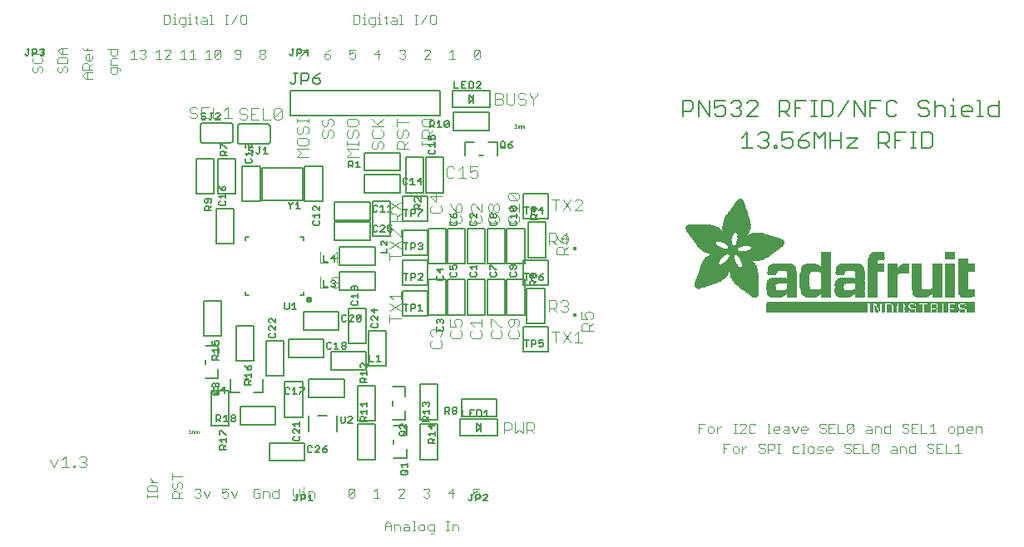
<source format=gbr>
G04 EAGLE Gerber RS-274X export*
G75*
%MOMM*%
%FSLAX34Y34*%
%LPD*%
%INSilkscreen Top*%
%IPPOS*%
%AMOC8*
5,1,8,0,0,1.08239X$1,22.5*%
G01*
%ADD10C,0.101600*%
%ADD11C,0.152400*%
%ADD12C,0.076200*%
%ADD13C,0.203200*%
%ADD14C,0.304800*%
%ADD15R,0.300000X0.300000*%
%ADD16C,0.025400*%
%ADD17R,10.363200X0.025400*%
%ADD18R,0.406400X0.025400*%
%ADD19R,0.381000X0.025400*%
%ADD20R,0.457200X0.025400*%
%ADD21R,0.431800X0.025400*%
%ADD22R,0.635000X0.025400*%
%ADD23R,0.482600X0.025400*%
%ADD24R,0.889000X0.025400*%
%ADD25R,0.863600X0.025400*%
%ADD26R,0.508000X0.025400*%
%ADD27R,0.355600X0.025400*%
%ADD28R,0.025400X0.025400*%
%ADD29R,0.330200X0.025400*%
%ADD30R,0.050800X0.025400*%
%ADD31R,0.304800X0.025400*%
%ADD32R,0.076200X0.025400*%
%ADD33R,1.016000X0.025400*%
%ADD34R,1.524000X0.025400*%
%ADD35R,0.101600X0.025400*%
%ADD36R,0.279400X0.025400*%
%ADD37R,1.498600X0.025400*%
%ADD38R,0.254000X0.025400*%
%ADD39R,0.127000X0.025400*%
%ADD40R,0.965200X0.025400*%
%ADD41R,1.447800X0.025400*%
%ADD42R,0.228600X0.025400*%
%ADD43R,0.152400X0.025400*%
%ADD44R,0.812800X0.025400*%
%ADD45R,1.295400X0.025400*%
%ADD46R,0.533400X0.025400*%
%ADD47R,0.660400X0.025400*%
%ADD48R,0.609600X0.025400*%
%ADD49R,0.558800X0.025400*%
%ADD50R,0.203200X0.025400*%
%ADD51R,0.177800X0.025400*%
%ADD52R,0.914400X0.025400*%
%ADD53R,0.685800X0.025400*%
%ADD54R,0.939800X0.025400*%
%ADD55R,0.736600X0.025400*%
%ADD56R,0.990600X0.025400*%
%ADD57R,1.219200X0.025400*%
%ADD58R,1.117600X0.025400*%
%ADD59R,1.397000X0.025400*%
%ADD60R,1.244600X0.025400*%
%ADD61R,1.473200X0.025400*%
%ADD62R,0.584200X0.025400*%
%ADD63R,1.041400X0.025400*%
%ADD64R,21.209000X0.025400*%
%ADD65R,0.787400X0.025400*%
%ADD66R,1.193800X0.025400*%
%ADD67R,1.168400X0.025400*%
%ADD68R,1.092200X0.025400*%
%ADD69R,1.066800X0.025400*%
%ADD70R,1.143000X0.025400*%
%ADD71R,1.270000X0.025400*%
%ADD72R,1.320800X0.025400*%
%ADD73R,1.422400X0.025400*%
%ADD74R,1.549400X0.025400*%
%ADD75R,0.711200X0.025400*%
%ADD76R,1.625600X0.025400*%
%ADD77R,0.762000X0.025400*%
%ADD78R,1.701800X0.025400*%
%ADD79R,1.600200X0.025400*%
%ADD80R,1.727200X0.025400*%
%ADD81R,1.651000X0.025400*%
%ADD82R,0.838200X0.025400*%
%ADD83R,1.803400X0.025400*%
%ADD84R,1.574800X0.025400*%
%ADD85R,1.854200X0.025400*%
%ADD86R,1.778000X0.025400*%
%ADD87R,1.879600X0.025400*%
%ADD88R,1.930400X0.025400*%
%ADD89R,1.981200X0.025400*%
%ADD90R,1.905000X0.025400*%
%ADD91R,2.006600X0.025400*%
%ADD92R,3.048000X0.025400*%
%ADD93R,2.997200X0.025400*%
%ADD94R,2.057400X0.025400*%
%ADD95R,3.022600X0.025400*%
%ADD96R,2.032000X0.025400*%
%ADD97R,3.073400X0.025400*%
%ADD98R,1.676400X0.025400*%
%ADD99R,1.346200X0.025400*%
%ADD100R,3.098800X0.025400*%
%ADD101R,1.828800X0.025400*%
%ADD102R,2.082800X0.025400*%
%ADD103R,2.108200X0.025400*%
%ADD104R,2.159000X0.025400*%
%ADD105R,2.184400X0.025400*%
%ADD106R,2.235200X0.025400*%
%ADD107R,2.260600X0.025400*%
%ADD108R,2.311400X0.025400*%
%ADD109R,2.362200X0.025400*%
%ADD110R,2.387600X0.025400*%
%ADD111R,2.413000X0.025400*%
%ADD112R,2.438400X0.025400*%
%ADD113R,2.133600X0.025400*%
%ADD114R,2.463800X0.025400*%
%ADD115R,2.286000X0.025400*%
%ADD116R,2.514600X0.025400*%
%ADD117R,2.540000X0.025400*%
%ADD118R,2.565400X0.025400*%
%ADD119R,2.489200X0.025400*%
%ADD120R,2.590800X0.025400*%
%ADD121R,2.971800X0.025400*%
%ADD122R,2.616200X0.025400*%
%ADD123R,2.946400X0.025400*%
%ADD124R,2.641600X0.025400*%
%ADD125R,2.667000X0.025400*%
%ADD126R,2.921000X0.025400*%
%ADD127R,2.895600X0.025400*%
%ADD128R,2.717800X0.025400*%
%ADD129R,2.692400X0.025400*%
%ADD130R,2.870200X0.025400*%
%ADD131R,2.768600X0.025400*%
%ADD132R,2.743200X0.025400*%
%ADD133R,2.844800X0.025400*%
%ADD134R,2.794000X0.025400*%
%ADD135R,2.819400X0.025400*%
%ADD136R,1.371600X0.025400*%
%ADD137R,5.892800X0.025400*%
%ADD138R,5.867400X0.025400*%
%ADD139R,5.842000X0.025400*%
%ADD140R,5.816600X0.025400*%
%ADD141R,5.791200X0.025400*%
%ADD142R,4.114800X0.025400*%
%ADD143R,3.987800X0.025400*%
%ADD144R,1.955800X0.025400*%
%ADD145R,3.962400X0.025400*%
%ADD146R,3.911600X0.025400*%
%ADD147R,3.886200X0.025400*%
%ADD148R,3.835400X0.025400*%
%ADD149R,1.752600X0.025400*%
%ADD150R,3.810000X0.025400*%
%ADD151R,3.784600X0.025400*%
%ADD152R,3.733800X0.025400*%
%ADD153R,3.708400X0.025400*%
%ADD154R,3.683000X0.025400*%
%ADD155R,2.336800X0.025400*%
%ADD156R,3.657600X0.025400*%
%ADD157R,3.632200X0.025400*%
%ADD158R,3.149600X0.025400*%
%ADD159R,3.251200X0.025400*%
%ADD160R,3.276600X0.025400*%
%ADD161R,3.352800X0.025400*%
%ADD162R,3.454400X0.025400*%
%ADD163R,3.530600X0.025400*%
%ADD164R,4.241800X0.025400*%
%ADD165R,4.267200X0.025400*%
%ADD166R,4.318000X0.025400*%
%ADD167R,4.419600X0.025400*%
%ADD168R,6.400800X0.025400*%
%ADD169R,6.502400X0.025400*%
%ADD170R,6.680200X0.025400*%
%ADD171R,6.832600X0.025400*%
%ADD172R,6.858000X0.025400*%
%ADD173R,7.010400X0.025400*%
%ADD174R,7.112000X0.025400*%
%ADD175R,7.162800X0.025400*%
%ADD176R,3.860800X0.025400*%
%ADD177R,3.302000X0.025400*%
%ADD178R,2.209800X0.025400*%
%ADD179R,3.124200X0.025400*%
%ADD180R,3.200400X0.025400*%
%ADD181R,5.029200X0.025400*%
%ADD182R,5.003800X0.025400*%
%ADD183R,4.978400X0.025400*%
%ADD184R,4.953000X0.025400*%
%ADD185R,4.927600X0.025400*%
%ADD186R,4.902200X0.025400*%
%ADD187R,4.876800X0.025400*%
%ADD188R,4.851400X0.025400*%
%ADD189R,4.826000X0.025400*%
%ADD190R,4.800600X0.025400*%
%ADD191R,4.775200X0.025400*%
%ADD192R,4.749800X0.025400*%
%ADD193R,4.724400X0.025400*%
%ADD194R,4.699000X0.025400*%
%ADD195R,3.937000X0.025400*%
%ADD196R,4.648200X0.025400*%
%ADD197R,4.597400X0.025400*%
%ADD198R,4.546600X0.025400*%
%ADD199R,4.470400X0.025400*%
%ADD200R,4.013200X0.025400*%
%ADD201R,4.394200X0.025400*%
%ADD202R,4.038600X0.025400*%
%ADD203R,4.064000X0.025400*%
%ADD204R,4.089400X0.025400*%
%ADD205R,4.140200X0.025400*%
%ADD206R,4.165600X0.025400*%
%ADD207R,4.191000X0.025400*%
%ADD208R,3.759200X0.025400*%
%ADD209R,4.216400X0.025400*%
%ADD210R,3.606800X0.025400*%
%ADD211R,4.292600X0.025400*%
%ADD212R,4.368800X0.025400*%
%ADD213R,4.445000X0.025400*%
%ADD214R,4.495800X0.025400*%
%ADD215R,4.572000X0.025400*%
%ADD216R,4.622800X0.025400*%
%ADD217R,4.673600X0.025400*%
%ADD218R,3.581400X0.025400*%
%ADD219R,3.556000X0.025400*%
%ADD220R,3.479800X0.025400*%
%ADD221R,3.403600X0.025400*%
%ADD222R,3.378200X0.025400*%
%ADD223R,3.225800X0.025400*%
%ADD224C,0.127000*%


D10*
X553046Y330708D02*
X553046Y342402D01*
X549148Y342402D02*
X556944Y342402D01*
X560842Y342402D02*
X568638Y330708D01*
X560842Y330708D02*
X568638Y342402D01*
X572536Y330708D02*
X580332Y330708D01*
X572536Y330708D02*
X580332Y338504D01*
X580332Y340453D01*
X578383Y342402D01*
X574485Y342402D01*
X572536Y340453D01*
X395732Y284284D02*
X384038Y284284D01*
X384038Y280386D02*
X384038Y288182D01*
X384038Y292080D02*
X395732Y299876D01*
X395732Y292080D02*
X384038Y299876D01*
X395732Y303774D02*
X395732Y311570D01*
X395732Y303774D02*
X387936Y311570D01*
X385987Y311570D01*
X384038Y309621D01*
X384038Y305723D01*
X385987Y303774D01*
X38758Y76884D02*
X42656Y69088D01*
X46554Y76884D01*
X50452Y76884D02*
X54350Y80782D01*
X54350Y69088D01*
X50452Y69088D02*
X58248Y69088D01*
X62146Y69088D02*
X62146Y71037D01*
X64095Y71037D01*
X64095Y69088D01*
X62146Y69088D01*
X67993Y78833D02*
X69942Y80782D01*
X73840Y80782D01*
X75789Y78833D01*
X75789Y76884D01*
X73840Y74935D01*
X71891Y74935D01*
X73840Y74935D02*
X75789Y72986D01*
X75789Y71037D01*
X73840Y69088D01*
X69942Y69088D01*
X67993Y71037D01*
X504878Y206935D02*
X506827Y208884D01*
X504878Y206935D02*
X504878Y203037D01*
X506827Y201088D01*
X514623Y201088D01*
X516572Y203037D01*
X516572Y206935D01*
X514623Y208884D01*
X514623Y212782D02*
X516572Y214731D01*
X516572Y218629D01*
X514623Y220578D01*
X506827Y220578D01*
X504878Y218629D01*
X504878Y214731D01*
X506827Y212782D01*
X508776Y212782D01*
X510725Y214731D01*
X510725Y220578D01*
X489007Y208884D02*
X487058Y206935D01*
X487058Y203037D01*
X489007Y201088D01*
X496803Y201088D01*
X498752Y203037D01*
X498752Y206935D01*
X496803Y208884D01*
X487058Y212782D02*
X487058Y220578D01*
X489007Y220578D01*
X496803Y212782D01*
X498752Y212782D01*
X468607Y208884D02*
X466658Y206935D01*
X466658Y203037D01*
X468607Y201088D01*
X476403Y201088D01*
X478352Y203037D01*
X478352Y206935D01*
X476403Y208884D01*
X470556Y212782D02*
X466658Y216680D01*
X478352Y216680D01*
X478352Y212782D02*
X478352Y220578D01*
X448287Y208884D02*
X446338Y206935D01*
X446338Y203037D01*
X448287Y201088D01*
X456083Y201088D01*
X458032Y203037D01*
X458032Y206935D01*
X456083Y208884D01*
X446338Y212782D02*
X446338Y220578D01*
X446338Y212782D02*
X452185Y212782D01*
X450236Y216680D01*
X450236Y218629D01*
X452185Y220578D01*
X456083Y220578D01*
X458032Y218629D01*
X458032Y214731D01*
X456083Y212782D01*
X427967Y198724D02*
X426018Y196775D01*
X426018Y192877D01*
X427967Y190928D01*
X435763Y190928D01*
X437712Y192877D01*
X437712Y196775D01*
X435763Y198724D01*
X427967Y202622D02*
X426018Y204571D01*
X426018Y208469D01*
X427967Y210418D01*
X429916Y210418D01*
X431865Y208469D01*
X431865Y206520D01*
X431865Y208469D02*
X433814Y210418D01*
X435763Y210418D01*
X437712Y208469D01*
X437712Y204571D01*
X435763Y202622D01*
X504878Y323935D02*
X506827Y325884D01*
X504878Y323935D02*
X504878Y320037D01*
X506827Y318088D01*
X514623Y318088D01*
X516572Y320037D01*
X516572Y323935D01*
X514623Y325884D01*
X508776Y329782D02*
X504878Y333680D01*
X516572Y333680D01*
X516572Y329782D02*
X516572Y337578D01*
X514623Y341476D02*
X506827Y341476D01*
X504878Y343425D01*
X504878Y347323D01*
X506827Y349272D01*
X514623Y349272D01*
X516572Y347323D01*
X516572Y343425D01*
X514623Y341476D01*
X506827Y349272D01*
X486467Y325844D02*
X484518Y323895D01*
X484518Y319997D01*
X486467Y318048D01*
X494263Y318048D01*
X496212Y319997D01*
X496212Y323895D01*
X494263Y325844D01*
X486467Y329742D02*
X484518Y331691D01*
X484518Y335589D01*
X486467Y337538D01*
X488416Y337538D01*
X490365Y335589D01*
X492314Y337538D01*
X494263Y337538D01*
X496212Y335589D01*
X496212Y331691D01*
X494263Y329742D01*
X492314Y329742D01*
X490365Y331691D01*
X488416Y329742D01*
X486467Y329742D01*
X490365Y331691D02*
X490365Y335589D01*
X468647Y325844D02*
X466698Y323895D01*
X466698Y319997D01*
X468647Y318048D01*
X476443Y318048D01*
X478392Y319997D01*
X478392Y323895D01*
X476443Y325844D01*
X478392Y329742D02*
X478392Y337538D01*
X478392Y329742D02*
X470596Y337538D01*
X468647Y337538D01*
X466698Y335589D01*
X466698Y331691D01*
X468647Y329742D01*
X448287Y325844D02*
X446338Y323895D01*
X446338Y319997D01*
X448287Y318048D01*
X456083Y318048D01*
X458032Y319997D01*
X458032Y323895D01*
X456083Y325844D01*
X448287Y333640D02*
X446338Y337538D01*
X448287Y333640D02*
X452185Y329742D01*
X456083Y329742D01*
X458032Y331691D01*
X458032Y335589D01*
X456083Y337538D01*
X454134Y337538D01*
X452185Y335589D01*
X452185Y329742D01*
X427927Y336004D02*
X425978Y334055D01*
X425978Y330157D01*
X427927Y328208D01*
X435723Y328208D01*
X437672Y330157D01*
X437672Y334055D01*
X435723Y336004D01*
X437672Y345749D02*
X425978Y345749D01*
X431825Y339902D01*
X431825Y347698D01*
X313520Y263662D02*
X313520Y251968D01*
X321316Y251968D01*
X325214Y261713D02*
X327163Y263662D01*
X331061Y263662D01*
X333010Y261713D01*
X333010Y259764D01*
X331061Y257815D01*
X329112Y257815D01*
X331061Y257815D02*
X333010Y255866D01*
X333010Y253917D01*
X331061Y251968D01*
X327163Y251968D01*
X325214Y253917D01*
X313520Y277368D02*
X313520Y289062D01*
X313520Y277368D02*
X321316Y277368D01*
X331061Y277368D02*
X331061Y289062D01*
X325214Y283215D01*
X333010Y283215D01*
X546648Y239302D02*
X546648Y227608D01*
X546648Y239302D02*
X552495Y239302D01*
X554444Y237353D01*
X554444Y233455D01*
X552495Y231506D01*
X546648Y231506D01*
X550546Y231506D02*
X554444Y227608D01*
X558342Y237353D02*
X560291Y239302D01*
X564189Y239302D01*
X566138Y237353D01*
X566138Y235404D01*
X564189Y233455D01*
X562240Y233455D01*
X564189Y233455D02*
X566138Y231506D01*
X566138Y229557D01*
X564189Y227608D01*
X560291Y227608D01*
X558342Y229557D01*
X546568Y296148D02*
X546568Y307842D01*
X552415Y307842D01*
X554364Y305893D01*
X554364Y301995D01*
X552415Y300046D01*
X546568Y300046D01*
X550466Y300046D02*
X554364Y296148D01*
X564109Y296148D02*
X564109Y307842D01*
X558262Y301995D01*
X566058Y301995D01*
X553046Y207782D02*
X553046Y196088D01*
X549148Y207782D02*
X556944Y207782D01*
X560842Y207782D02*
X568638Y196088D01*
X560842Y196088D02*
X568638Y207782D01*
X572536Y203884D02*
X576434Y207782D01*
X576434Y196088D01*
X572536Y196088D02*
X580332Y196088D01*
X395732Y220784D02*
X384038Y220784D01*
X384038Y216886D02*
X384038Y224682D01*
X384038Y228580D02*
X395732Y236376D01*
X395732Y228580D02*
X384038Y236376D01*
X387936Y240274D02*
X384038Y244172D01*
X395732Y244172D01*
X395732Y240274D02*
X395732Y248070D01*
X395732Y320020D02*
X384038Y320020D01*
X384038Y325867D01*
X385987Y327816D01*
X389885Y327816D01*
X391834Y325867D01*
X391834Y320020D01*
X391834Y323918D02*
X395732Y327816D01*
X395732Y339510D02*
X384038Y331714D01*
X384038Y339510D02*
X395732Y331714D01*
X448465Y375582D02*
X450414Y373633D01*
X448465Y375582D02*
X444567Y375582D01*
X442618Y373633D01*
X442618Y365837D01*
X444567Y363888D01*
X448465Y363888D01*
X450414Y365837D01*
X454312Y371684D02*
X458210Y375582D01*
X458210Y363888D01*
X454312Y363888D02*
X462108Y363888D01*
X466006Y375582D02*
X473802Y375582D01*
X466006Y375582D02*
X466006Y369735D01*
X469904Y371684D01*
X471853Y371684D01*
X473802Y369735D01*
X473802Y365837D01*
X471853Y363888D01*
X467955Y363888D01*
X466006Y365837D01*
X500608Y115492D02*
X500608Y103798D01*
X500608Y115492D02*
X506455Y115492D01*
X508404Y113543D01*
X508404Y109645D01*
X506455Y107696D01*
X500608Y107696D01*
X512302Y103798D02*
X512302Y115492D01*
X516200Y107696D02*
X512302Y103798D01*
X516200Y107696D02*
X520098Y103798D01*
X520098Y115492D01*
X523996Y115492D02*
X523996Y103798D01*
X523996Y115492D02*
X529843Y115492D01*
X531792Y113543D01*
X531792Y109645D01*
X529843Y107696D01*
X523996Y107696D01*
X527894Y107696D02*
X531792Y103798D01*
X188644Y434433D02*
X186695Y436382D01*
X182797Y436382D01*
X180848Y434433D01*
X180848Y432484D01*
X182797Y430535D01*
X186695Y430535D01*
X188644Y428586D01*
X188644Y426637D01*
X186695Y424688D01*
X182797Y424688D01*
X180848Y426637D01*
X192542Y436382D02*
X200338Y436382D01*
X192542Y436382D02*
X192542Y424688D01*
X200338Y424688D01*
X196440Y430535D02*
X192542Y430535D01*
X204236Y436382D02*
X204236Y424688D01*
X212032Y424688D01*
X215930Y432484D02*
X219828Y436382D01*
X219828Y424688D01*
X215930Y424688D02*
X223726Y424688D01*
X237495Y435112D02*
X239444Y433163D01*
X237495Y435112D02*
X233597Y435112D01*
X231648Y433163D01*
X231648Y431214D01*
X233597Y429265D01*
X237495Y429265D01*
X239444Y427316D01*
X239444Y425367D01*
X237495Y423418D01*
X233597Y423418D01*
X231648Y425367D01*
X243342Y435112D02*
X251138Y435112D01*
X243342Y435112D02*
X243342Y423418D01*
X251138Y423418D01*
X247240Y429265D02*
X243342Y429265D01*
X255036Y435112D02*
X255036Y423418D01*
X262832Y423418D01*
X266730Y425367D02*
X266730Y433163D01*
X268679Y435112D01*
X272577Y435112D01*
X274526Y433163D01*
X274526Y425367D01*
X272577Y423418D01*
X268679Y423418D01*
X266730Y425367D01*
X274526Y433163D01*
X290058Y385620D02*
X301752Y385620D01*
X293956Y389518D02*
X290058Y385620D01*
X293956Y389518D02*
X290058Y393416D01*
X301752Y393416D01*
X290058Y399263D02*
X290058Y403161D01*
X290058Y399263D02*
X292007Y397314D01*
X299803Y397314D01*
X301752Y399263D01*
X301752Y403161D01*
X299803Y405110D01*
X292007Y405110D01*
X290058Y403161D01*
X290058Y414855D02*
X292007Y416804D01*
X290058Y414855D02*
X290058Y410957D01*
X292007Y409008D01*
X293956Y409008D01*
X295905Y410957D01*
X295905Y414855D01*
X297854Y416804D01*
X299803Y416804D01*
X301752Y414855D01*
X301752Y410957D01*
X299803Y409008D01*
X301752Y420702D02*
X301752Y424600D01*
X301752Y422651D02*
X290058Y422651D01*
X290058Y420702D02*
X290058Y424600D01*
X315458Y410957D02*
X317407Y412906D01*
X315458Y410957D02*
X315458Y407059D01*
X317407Y405110D01*
X319356Y405110D01*
X321305Y407059D01*
X321305Y410957D01*
X323254Y412906D01*
X325203Y412906D01*
X327152Y410957D01*
X327152Y407059D01*
X325203Y405110D01*
X315458Y422651D02*
X317407Y424600D01*
X315458Y422651D02*
X315458Y418753D01*
X317407Y416804D01*
X319356Y416804D01*
X321305Y418753D01*
X321305Y422651D01*
X323254Y424600D01*
X325203Y424600D01*
X327152Y422651D01*
X327152Y418753D01*
X325203Y416804D01*
X340858Y385620D02*
X352552Y385620D01*
X344756Y389518D02*
X340858Y385620D01*
X344756Y389518D02*
X340858Y393416D01*
X352552Y393416D01*
X352552Y397314D02*
X352552Y401212D01*
X352552Y399263D02*
X340858Y399263D01*
X340858Y397314D02*
X340858Y401212D01*
X340858Y410957D02*
X342807Y412906D01*
X340858Y410957D02*
X340858Y407059D01*
X342807Y405110D01*
X344756Y405110D01*
X346705Y407059D01*
X346705Y410957D01*
X348654Y412906D01*
X350603Y412906D01*
X352552Y410957D01*
X352552Y407059D01*
X350603Y405110D01*
X340858Y418753D02*
X340858Y422651D01*
X340858Y418753D02*
X342807Y416804D01*
X350603Y416804D01*
X352552Y418753D01*
X352552Y422651D01*
X350603Y424600D01*
X342807Y424600D01*
X340858Y422651D01*
X366258Y399263D02*
X368207Y401212D01*
X366258Y399263D02*
X366258Y395365D01*
X368207Y393416D01*
X370156Y393416D01*
X372105Y395365D01*
X372105Y399263D01*
X374054Y401212D01*
X376003Y401212D01*
X377952Y399263D01*
X377952Y395365D01*
X376003Y393416D01*
X366258Y410957D02*
X368207Y412906D01*
X366258Y410957D02*
X366258Y407059D01*
X368207Y405110D01*
X376003Y405110D01*
X377952Y407059D01*
X377952Y410957D01*
X376003Y412906D01*
X377952Y416804D02*
X366258Y416804D01*
X374054Y416804D02*
X366258Y424600D01*
X372105Y418753D02*
X377952Y424600D01*
X391658Y393416D02*
X403352Y393416D01*
X391658Y393416D02*
X391658Y399263D01*
X393607Y401212D01*
X397505Y401212D01*
X399454Y399263D01*
X399454Y393416D01*
X399454Y397314D02*
X403352Y401212D01*
X393607Y412906D02*
X391658Y410957D01*
X391658Y407059D01*
X393607Y405110D01*
X395556Y405110D01*
X397505Y407059D01*
X397505Y410957D01*
X399454Y412906D01*
X401403Y412906D01*
X403352Y410957D01*
X403352Y407059D01*
X401403Y405110D01*
X403352Y420702D02*
X391658Y420702D01*
X391658Y416804D02*
X391658Y424600D01*
X428752Y401212D02*
X428752Y397314D01*
X428752Y399263D02*
X417058Y399263D01*
X417058Y397314D02*
X417058Y401212D01*
X417058Y405110D02*
X428752Y405110D01*
X417058Y405110D02*
X417058Y410957D01*
X419007Y412906D01*
X422905Y412906D01*
X424854Y410957D01*
X424854Y405110D01*
X424854Y409008D02*
X428752Y412906D01*
X426803Y416804D02*
X419007Y416804D01*
X417058Y418753D01*
X417058Y422651D01*
X419007Y424600D01*
X426803Y424600D01*
X428752Y422651D01*
X428752Y418753D01*
X426803Y416804D01*
X424854Y420702D02*
X428752Y424600D01*
X491998Y438658D02*
X491998Y450352D01*
X497845Y450352D01*
X499794Y448403D01*
X499794Y446454D01*
X497845Y444505D01*
X499794Y442556D01*
X499794Y440607D01*
X497845Y438658D01*
X491998Y438658D01*
X491998Y444505D02*
X497845Y444505D01*
X503692Y440607D02*
X503692Y450352D01*
X503692Y440607D02*
X505641Y438658D01*
X509539Y438658D01*
X511488Y440607D01*
X511488Y450352D01*
X521233Y450352D02*
X523182Y448403D01*
X521233Y450352D02*
X517335Y450352D01*
X515386Y448403D01*
X515386Y446454D01*
X517335Y444505D01*
X521233Y444505D01*
X523182Y442556D01*
X523182Y440607D01*
X521233Y438658D01*
X517335Y438658D01*
X515386Y440607D01*
X527080Y448403D02*
X527080Y450352D01*
X527080Y448403D02*
X530978Y444505D01*
X534876Y448403D01*
X534876Y450352D01*
X530978Y444505D02*
X530978Y438658D01*
D11*
X682662Y443072D02*
X682662Y426802D01*
X682662Y443072D02*
X690797Y443072D01*
X693509Y440360D01*
X693509Y434937D01*
X690797Y432225D01*
X682662Y432225D01*
X699034Y426802D02*
X699034Y443072D01*
X709880Y426802D01*
X709880Y443072D01*
X715405Y443072D02*
X726252Y443072D01*
X715405Y443072D02*
X715405Y434937D01*
X720828Y437649D01*
X723540Y437649D01*
X726252Y434937D01*
X726252Y429514D01*
X723540Y426802D01*
X718117Y426802D01*
X715405Y429514D01*
X731777Y440360D02*
X734488Y443072D01*
X739912Y443072D01*
X742623Y440360D01*
X742623Y437649D01*
X739912Y434937D01*
X737200Y434937D01*
X739912Y434937D02*
X742623Y432225D01*
X742623Y429514D01*
X739912Y426802D01*
X734488Y426802D01*
X731777Y429514D01*
X748148Y426802D02*
X758995Y426802D01*
X748148Y426802D02*
X758995Y437649D01*
X758995Y440360D01*
X756283Y443072D01*
X750860Y443072D01*
X748148Y440360D01*
X780891Y443072D02*
X780891Y426802D01*
X780891Y443072D02*
X789026Y443072D01*
X791738Y440360D01*
X791738Y434937D01*
X789026Y432225D01*
X780891Y432225D01*
X786315Y432225D02*
X791738Y426802D01*
X797263Y426802D02*
X797263Y443072D01*
X808110Y443072D01*
X802686Y434937D02*
X797263Y434937D01*
X813635Y426802D02*
X819058Y426802D01*
X816346Y426802D02*
X816346Y443072D01*
X813635Y443072D02*
X819058Y443072D01*
X824549Y443072D02*
X824549Y426802D01*
X832684Y426802D01*
X835395Y429514D01*
X835395Y440360D01*
X832684Y443072D01*
X824549Y443072D01*
X840920Y426802D02*
X851767Y443072D01*
X857292Y443072D02*
X857292Y426802D01*
X868139Y426802D02*
X857292Y443072D01*
X868139Y443072D02*
X868139Y426802D01*
X873664Y426802D02*
X873664Y443072D01*
X884510Y443072D01*
X879087Y434937D02*
X873664Y434937D01*
X898170Y443072D02*
X900882Y440360D01*
X898170Y443072D02*
X892747Y443072D01*
X890035Y440360D01*
X890035Y429514D01*
X892747Y426802D01*
X898170Y426802D01*
X900882Y429514D01*
X930913Y443072D02*
X933625Y440360D01*
X930913Y443072D02*
X925490Y443072D01*
X922778Y440360D01*
X922778Y437649D01*
X925490Y434937D01*
X930913Y434937D01*
X933625Y432225D01*
X933625Y429514D01*
X930913Y426802D01*
X925490Y426802D01*
X922778Y429514D01*
X939150Y426802D02*
X939150Y443072D01*
X941861Y437649D02*
X939150Y434937D01*
X941861Y437649D02*
X947285Y437649D01*
X949996Y434937D01*
X949996Y426802D01*
X955521Y437649D02*
X958233Y437649D01*
X958233Y426802D01*
X955521Y426802D02*
X960945Y426802D01*
X958233Y443072D02*
X958233Y445784D01*
X969147Y426802D02*
X974571Y426802D01*
X969147Y426802D02*
X966436Y429514D01*
X966436Y434937D01*
X969147Y437649D01*
X974571Y437649D01*
X977282Y434937D01*
X977282Y432225D01*
X966436Y432225D01*
X982807Y443072D02*
X985519Y443072D01*
X985519Y426802D01*
X982807Y426802D02*
X988231Y426802D01*
X1004568Y426802D02*
X1004568Y443072D01*
X1004568Y426802D02*
X996433Y426802D01*
X993722Y429514D01*
X993722Y434937D01*
X996433Y437649D01*
X1004568Y437649D01*
X748565Y410532D02*
X743142Y405109D01*
X748565Y410532D02*
X748565Y394262D01*
X743142Y394262D02*
X753989Y394262D01*
X759514Y407820D02*
X762225Y410532D01*
X767649Y410532D01*
X770360Y407820D01*
X770360Y405109D01*
X767649Y402397D01*
X764937Y402397D01*
X767649Y402397D02*
X770360Y399685D01*
X770360Y396974D01*
X767649Y394262D01*
X762225Y394262D01*
X759514Y396974D01*
X775885Y396974D02*
X775885Y394262D01*
X775885Y396974D02*
X778597Y396974D01*
X778597Y394262D01*
X775885Y394262D01*
X784071Y410532D02*
X794918Y410532D01*
X784071Y410532D02*
X784071Y402397D01*
X789494Y405109D01*
X792206Y405109D01*
X794918Y402397D01*
X794918Y396974D01*
X792206Y394262D01*
X786783Y394262D01*
X784071Y396974D01*
X805866Y407820D02*
X811289Y410532D01*
X805866Y407820D02*
X800442Y402397D01*
X800442Y396974D01*
X803154Y394262D01*
X808577Y394262D01*
X811289Y396974D01*
X811289Y399685D01*
X808577Y402397D01*
X800442Y402397D01*
X816814Y394262D02*
X816814Y410532D01*
X822237Y405109D01*
X827661Y410532D01*
X827661Y394262D01*
X833186Y394262D02*
X833186Y410532D01*
X833186Y402397D02*
X844032Y402397D01*
X844032Y410532D02*
X844032Y394262D01*
X849557Y405109D02*
X860404Y405109D01*
X849557Y394262D01*
X860404Y394262D01*
X882300Y394262D02*
X882300Y410532D01*
X890435Y410532D01*
X893147Y407820D01*
X893147Y402397D01*
X890435Y399685D01*
X882300Y399685D01*
X887724Y399685D02*
X893147Y394262D01*
X898672Y394262D02*
X898672Y410532D01*
X909518Y410532D01*
X904095Y402397D02*
X898672Y402397D01*
X915043Y394262D02*
X920467Y394262D01*
X917755Y394262D02*
X917755Y410532D01*
X915043Y410532D02*
X920467Y410532D01*
X925958Y410532D02*
X925958Y394262D01*
X934093Y394262D01*
X936804Y396974D01*
X936804Y407820D01*
X934093Y410532D01*
X925958Y410532D01*
D12*
X724281Y93607D02*
X724281Y84201D01*
X724281Y93607D02*
X730552Y93607D01*
X727416Y88904D02*
X724281Y88904D01*
X735204Y84201D02*
X738339Y84201D01*
X739907Y85769D01*
X739907Y88904D01*
X738339Y90472D01*
X735204Y90472D01*
X733636Y88904D01*
X733636Y85769D01*
X735204Y84201D01*
X742991Y84201D02*
X742991Y90472D01*
X742991Y87336D02*
X746127Y90472D01*
X747694Y90472D01*
X764846Y93607D02*
X766413Y92039D01*
X764846Y93607D02*
X761710Y93607D01*
X760143Y92039D01*
X760143Y90472D01*
X761710Y88904D01*
X764846Y88904D01*
X766413Y87336D01*
X766413Y85769D01*
X764846Y84201D01*
X761710Y84201D01*
X760143Y85769D01*
X769498Y84201D02*
X769498Y93607D01*
X774201Y93607D01*
X775768Y92039D01*
X775768Y88904D01*
X774201Y87336D01*
X769498Y87336D01*
X778853Y84201D02*
X781988Y84201D01*
X780421Y84201D02*
X780421Y93607D01*
X781988Y93607D02*
X778853Y93607D01*
X796013Y90472D02*
X800716Y90472D01*
X796013Y90472D02*
X794445Y88904D01*
X794445Y85769D01*
X796013Y84201D01*
X800716Y84201D01*
X803800Y93607D02*
X805368Y93607D01*
X805368Y84201D01*
X806935Y84201D02*
X803800Y84201D01*
X811605Y84201D02*
X814740Y84201D01*
X816308Y85769D01*
X816308Y88904D01*
X814740Y90472D01*
X811605Y90472D01*
X810037Y88904D01*
X810037Y85769D01*
X811605Y84201D01*
X819392Y84201D02*
X824095Y84201D01*
X825663Y85769D01*
X824095Y87336D01*
X820960Y87336D01*
X819392Y88904D01*
X820960Y90472D01*
X825663Y90472D01*
X830315Y84201D02*
X833450Y84201D01*
X830315Y84201D02*
X828747Y85769D01*
X828747Y88904D01*
X830315Y90472D01*
X833450Y90472D01*
X835018Y88904D01*
X835018Y87336D01*
X828747Y87336D01*
X852161Y93607D02*
X853728Y92039D01*
X852161Y93607D02*
X849025Y93607D01*
X847458Y92039D01*
X847458Y90472D01*
X849025Y88904D01*
X852161Y88904D01*
X853728Y87336D01*
X853728Y85769D01*
X852161Y84201D01*
X849025Y84201D01*
X847458Y85769D01*
X856813Y93607D02*
X863083Y93607D01*
X856813Y93607D02*
X856813Y84201D01*
X863083Y84201D01*
X859948Y88904D02*
X856813Y88904D01*
X866168Y93607D02*
X866168Y84201D01*
X872439Y84201D01*
X875523Y85769D02*
X875523Y92039D01*
X877091Y93607D01*
X880226Y93607D01*
X881794Y92039D01*
X881794Y85769D01*
X880226Y84201D01*
X877091Y84201D01*
X875523Y85769D01*
X881794Y92039D01*
X895801Y90472D02*
X898937Y90472D01*
X900504Y88904D01*
X900504Y84201D01*
X895801Y84201D01*
X894234Y85769D01*
X895801Y87336D01*
X900504Y87336D01*
X903589Y84201D02*
X903589Y90472D01*
X908292Y90472D01*
X909859Y88904D01*
X909859Y84201D01*
X919215Y84201D02*
X919215Y93607D01*
X919215Y84201D02*
X914512Y84201D01*
X912944Y85769D01*
X912944Y88904D01*
X914512Y90472D01*
X919215Y90472D01*
X936357Y93607D02*
X937925Y92039D01*
X936357Y93607D02*
X933222Y93607D01*
X931654Y92039D01*
X931654Y90472D01*
X933222Y88904D01*
X936357Y88904D01*
X937925Y87336D01*
X937925Y85769D01*
X936357Y84201D01*
X933222Y84201D01*
X931654Y85769D01*
X941009Y93607D02*
X947280Y93607D01*
X941009Y93607D02*
X941009Y84201D01*
X947280Y84201D01*
X944145Y88904D02*
X941009Y88904D01*
X950365Y93607D02*
X950365Y84201D01*
X956635Y84201D01*
X959720Y90472D02*
X962855Y93607D01*
X962855Y84201D01*
X959720Y84201D02*
X965991Y84201D01*
X698881Y104521D02*
X698881Y113927D01*
X705152Y113927D01*
X702016Y109224D02*
X698881Y109224D01*
X709804Y104521D02*
X712939Y104521D01*
X714507Y106089D01*
X714507Y109224D01*
X712939Y110792D01*
X709804Y110792D01*
X708236Y109224D01*
X708236Y106089D01*
X709804Y104521D01*
X717591Y104521D02*
X717591Y110792D01*
X717591Y107656D02*
X720727Y110792D01*
X722294Y110792D01*
X734743Y104521D02*
X737878Y104521D01*
X736310Y104521D02*
X736310Y113927D01*
X734743Y113927D02*
X737878Y113927D01*
X740979Y104521D02*
X747250Y104521D01*
X740979Y104521D02*
X747250Y110792D01*
X747250Y112359D01*
X745682Y113927D01*
X742547Y113927D01*
X740979Y112359D01*
X755038Y113927D02*
X756605Y112359D01*
X755038Y113927D02*
X751902Y113927D01*
X750335Y112359D01*
X750335Y106089D01*
X751902Y104521D01*
X755038Y104521D01*
X756605Y106089D01*
X769045Y113927D02*
X770613Y113927D01*
X770613Y104521D01*
X772180Y104521D02*
X769045Y104521D01*
X776849Y104521D02*
X779985Y104521D01*
X776849Y104521D02*
X775282Y106089D01*
X775282Y109224D01*
X776849Y110792D01*
X779985Y110792D01*
X781552Y109224D01*
X781552Y107656D01*
X775282Y107656D01*
X786205Y110792D02*
X789340Y110792D01*
X790908Y109224D01*
X790908Y104521D01*
X786205Y104521D01*
X784637Y106089D01*
X786205Y107656D01*
X790908Y107656D01*
X793992Y110792D02*
X797127Y104521D01*
X800263Y110792D01*
X804915Y104521D02*
X808050Y104521D01*
X804915Y104521D02*
X803347Y106089D01*
X803347Y109224D01*
X804915Y110792D01*
X808050Y110792D01*
X809618Y109224D01*
X809618Y107656D01*
X803347Y107656D01*
X826761Y113927D02*
X828328Y112359D01*
X826761Y113927D02*
X823625Y113927D01*
X822058Y112359D01*
X822058Y110792D01*
X823625Y109224D01*
X826761Y109224D01*
X828328Y107656D01*
X828328Y106089D01*
X826761Y104521D01*
X823625Y104521D01*
X822058Y106089D01*
X831413Y113927D02*
X837683Y113927D01*
X831413Y113927D02*
X831413Y104521D01*
X837683Y104521D01*
X834548Y109224D02*
X831413Y109224D01*
X840768Y113927D02*
X840768Y104521D01*
X847039Y104521D01*
X850123Y106089D02*
X850123Y112359D01*
X851691Y113927D01*
X854826Y113927D01*
X856394Y112359D01*
X856394Y106089D01*
X854826Y104521D01*
X851691Y104521D01*
X850123Y106089D01*
X856394Y112359D01*
X870401Y110792D02*
X873537Y110792D01*
X875104Y109224D01*
X875104Y104521D01*
X870401Y104521D01*
X868834Y106089D01*
X870401Y107656D01*
X875104Y107656D01*
X878189Y104521D02*
X878189Y110792D01*
X882892Y110792D01*
X884459Y109224D01*
X884459Y104521D01*
X893815Y104521D02*
X893815Y113927D01*
X893815Y104521D02*
X889112Y104521D01*
X887544Y106089D01*
X887544Y109224D01*
X889112Y110792D01*
X893815Y110792D01*
X910957Y113927D02*
X912525Y112359D01*
X910957Y113927D02*
X907822Y113927D01*
X906254Y112359D01*
X906254Y110792D01*
X907822Y109224D01*
X910957Y109224D01*
X912525Y107656D01*
X912525Y106089D01*
X910957Y104521D01*
X907822Y104521D01*
X906254Y106089D01*
X915609Y113927D02*
X921880Y113927D01*
X915609Y113927D02*
X915609Y104521D01*
X921880Y104521D01*
X918745Y109224D02*
X915609Y109224D01*
X924965Y113927D02*
X924965Y104521D01*
X931235Y104521D01*
X934320Y110792D02*
X937455Y113927D01*
X937455Y104521D01*
X934320Y104521D02*
X940591Y104521D01*
X954598Y104521D02*
X957733Y104521D01*
X959301Y106089D01*
X959301Y109224D01*
X957733Y110792D01*
X954598Y110792D01*
X953030Y109224D01*
X953030Y106089D01*
X954598Y104521D01*
X962385Y101386D02*
X962385Y110792D01*
X967088Y110792D01*
X968656Y109224D01*
X968656Y106089D01*
X967088Y104521D01*
X962385Y104521D01*
X973308Y104521D02*
X976444Y104521D01*
X973308Y104521D02*
X971741Y106089D01*
X971741Y109224D01*
X973308Y110792D01*
X976444Y110792D01*
X978011Y109224D01*
X978011Y107656D01*
X971741Y107656D01*
X981096Y104521D02*
X981096Y110792D01*
X985799Y110792D01*
X987366Y109224D01*
X987366Y104521D01*
D13*
X241120Y245000D02*
X238000Y245000D01*
X297000Y245000D02*
X297000Y248120D01*
X238000Y248120D02*
X238000Y245000D01*
X293880Y304000D02*
X297000Y304000D01*
X297000Y300880D01*
X297000Y245000D02*
X293880Y245000D01*
X238000Y300880D02*
X238000Y304000D01*
X241120Y304000D01*
D14*
X301130Y240100D02*
X301132Y240171D01*
X301138Y240242D01*
X301148Y240313D01*
X301162Y240383D01*
X301180Y240452D01*
X301201Y240519D01*
X301227Y240586D01*
X301256Y240651D01*
X301288Y240714D01*
X301325Y240776D01*
X301364Y240835D01*
X301407Y240892D01*
X301453Y240946D01*
X301502Y240998D01*
X301554Y241047D01*
X301608Y241093D01*
X301665Y241136D01*
X301724Y241175D01*
X301786Y241212D01*
X301849Y241244D01*
X301914Y241273D01*
X301981Y241299D01*
X302048Y241320D01*
X302117Y241338D01*
X302187Y241352D01*
X302258Y241362D01*
X302329Y241368D01*
X302400Y241370D01*
X302471Y241368D01*
X302542Y241362D01*
X302613Y241352D01*
X302683Y241338D01*
X302752Y241320D01*
X302819Y241299D01*
X302886Y241273D01*
X302951Y241244D01*
X303014Y241212D01*
X303076Y241175D01*
X303135Y241136D01*
X303192Y241093D01*
X303246Y241047D01*
X303298Y240998D01*
X303347Y240946D01*
X303393Y240892D01*
X303436Y240835D01*
X303475Y240776D01*
X303512Y240714D01*
X303544Y240651D01*
X303573Y240586D01*
X303599Y240519D01*
X303620Y240452D01*
X303638Y240383D01*
X303652Y240313D01*
X303662Y240242D01*
X303668Y240171D01*
X303670Y240100D01*
X303668Y240029D01*
X303662Y239958D01*
X303652Y239887D01*
X303638Y239817D01*
X303620Y239748D01*
X303599Y239681D01*
X303573Y239614D01*
X303544Y239549D01*
X303512Y239486D01*
X303475Y239424D01*
X303436Y239365D01*
X303393Y239308D01*
X303347Y239254D01*
X303298Y239202D01*
X303246Y239153D01*
X303192Y239107D01*
X303135Y239064D01*
X303076Y239025D01*
X303014Y238988D01*
X302951Y238956D01*
X302886Y238927D01*
X302819Y238901D01*
X302752Y238880D01*
X302683Y238862D01*
X302613Y238848D01*
X302542Y238838D01*
X302471Y238832D01*
X302400Y238830D01*
X302329Y238832D01*
X302258Y238838D01*
X302187Y238848D01*
X302117Y238862D01*
X302048Y238880D01*
X301981Y238901D01*
X301914Y238927D01*
X301849Y238956D01*
X301786Y238988D01*
X301724Y239025D01*
X301665Y239064D01*
X301608Y239107D01*
X301554Y239153D01*
X301502Y239202D01*
X301453Y239254D01*
X301407Y239308D01*
X301364Y239365D01*
X301325Y239424D01*
X301288Y239486D01*
X301256Y239549D01*
X301227Y239614D01*
X301201Y239681D01*
X301180Y239748D01*
X301162Y239817D01*
X301148Y239887D01*
X301138Y239958D01*
X301132Y240029D01*
X301130Y240100D01*
D11*
X277794Y236804D02*
X277794Y231296D01*
X278895Y230194D01*
X281099Y230194D01*
X282200Y231296D01*
X282200Y236804D01*
X285278Y234600D02*
X287481Y236804D01*
X287481Y230194D01*
X285278Y230194D02*
X289684Y230194D01*
D13*
X333640Y250080D02*
X333640Y268080D01*
X369640Y268080D01*
X369640Y250080D01*
X333640Y250080D01*
D11*
X317114Y252984D02*
X317114Y259594D01*
X317114Y252984D02*
X321520Y252984D01*
X324598Y258492D02*
X325699Y259594D01*
X327903Y259594D01*
X329004Y258492D01*
X329004Y257390D01*
X327903Y256289D01*
X326801Y256289D01*
X327903Y256289D02*
X329004Y255187D01*
X329004Y254086D01*
X327903Y252984D01*
X325699Y252984D01*
X324598Y254086D01*
D13*
X333640Y275480D02*
X333640Y293480D01*
X369640Y293480D01*
X369640Y275480D01*
X333640Y275480D01*
D11*
X317114Y278384D02*
X317114Y284994D01*
X317114Y278384D02*
X321520Y278384D01*
X327903Y278384D02*
X327903Y284994D01*
X324598Y281689D01*
X329004Y281689D01*
D13*
X463330Y260610D02*
X481330Y260610D01*
X481330Y224610D01*
X463330Y224610D01*
X463330Y260610D01*
D11*
X466228Y266997D02*
X467330Y268098D01*
X466228Y266997D02*
X466228Y264794D01*
X467330Y263692D01*
X471736Y263692D01*
X472838Y264794D01*
X472838Y266997D01*
X471736Y268098D01*
X468432Y271176D02*
X466228Y273379D01*
X472838Y273379D01*
X472838Y271176D02*
X472838Y275583D01*
D13*
X481330Y312600D02*
X463330Y312600D01*
X481330Y312600D02*
X481330Y276600D01*
X463330Y276600D01*
X463330Y312600D01*
D11*
X466228Y318987D02*
X467330Y320088D01*
X466228Y318987D02*
X466228Y316784D01*
X467330Y315682D01*
X471736Y315682D01*
X472838Y316784D01*
X472838Y318987D01*
X471736Y320088D01*
X472838Y323166D02*
X472838Y327573D01*
X468432Y327573D02*
X472838Y323166D01*
X468432Y327573D02*
X467330Y327573D01*
X466228Y326471D01*
X466228Y324268D01*
X467330Y323166D01*
D13*
X461050Y260610D02*
X443050Y260610D01*
X461050Y260610D02*
X461050Y224610D01*
X443050Y224610D01*
X443050Y260610D01*
D11*
X445948Y266997D02*
X447050Y268098D01*
X445948Y266997D02*
X445948Y264794D01*
X447050Y263692D01*
X451456Y263692D01*
X452558Y264794D01*
X452558Y266997D01*
X451456Y268098D01*
X445948Y271176D02*
X445948Y275583D01*
X445948Y271176D02*
X449253Y271176D01*
X448152Y273379D01*
X448152Y274481D01*
X449253Y275583D01*
X451456Y275583D01*
X452558Y274481D01*
X452558Y272278D01*
X451456Y271176D01*
D13*
X443050Y312600D02*
X461050Y312600D01*
X461050Y276600D01*
X443050Y276600D01*
X443050Y312600D01*
D11*
X445948Y318987D02*
X447050Y320088D01*
X445948Y318987D02*
X445948Y316784D01*
X447050Y315682D01*
X451456Y315682D01*
X452558Y316784D01*
X452558Y318987D01*
X451456Y320088D01*
X447050Y325369D02*
X445948Y327573D01*
X447050Y325369D02*
X449253Y323166D01*
X451456Y323166D01*
X452558Y324268D01*
X452558Y326471D01*
X451456Y327573D01*
X450355Y327573D01*
X449253Y326471D01*
X449253Y323166D01*
D13*
X483610Y260610D02*
X501610Y260610D01*
X501610Y224610D01*
X483610Y224610D01*
X483610Y260610D01*
D11*
X486508Y266997D02*
X487610Y268098D01*
X486508Y266997D02*
X486508Y264794D01*
X487610Y263692D01*
X492016Y263692D01*
X493118Y264794D01*
X493118Y266997D01*
X492016Y268098D01*
X486508Y271176D02*
X486508Y275583D01*
X487610Y275583D01*
X492016Y271176D01*
X493118Y271176D01*
D13*
X501610Y312600D02*
X483610Y312600D01*
X501610Y312600D02*
X501610Y276600D01*
X483610Y276600D01*
X483610Y312600D01*
D11*
X486508Y318987D02*
X487610Y320088D01*
X486508Y318987D02*
X486508Y316784D01*
X487610Y315682D01*
X492016Y315682D01*
X493118Y316784D01*
X493118Y318987D01*
X492016Y320088D01*
X487610Y323166D02*
X486508Y324268D01*
X486508Y326471D01*
X487610Y327573D01*
X488712Y327573D01*
X489813Y326471D01*
X490915Y327573D01*
X492016Y327573D01*
X493118Y326471D01*
X493118Y324268D01*
X492016Y323166D01*
X490915Y323166D01*
X489813Y324268D01*
X488712Y323166D01*
X487610Y323166D01*
X489813Y324268D02*
X489813Y326471D01*
D13*
X503890Y260610D02*
X521890Y260610D01*
X521890Y224610D01*
X503890Y224610D01*
X503890Y260610D01*
D11*
X506788Y266997D02*
X507890Y268098D01*
X506788Y266997D02*
X506788Y264794D01*
X507890Y263692D01*
X512296Y263692D01*
X513398Y264794D01*
X513398Y266997D01*
X512296Y268098D01*
X512296Y271176D02*
X513398Y272278D01*
X513398Y274481D01*
X512296Y275583D01*
X507890Y275583D01*
X506788Y274481D01*
X506788Y272278D01*
X507890Y271176D01*
X508992Y271176D01*
X510093Y272278D01*
X510093Y275583D01*
D13*
X503890Y312600D02*
X521890Y312600D01*
X521890Y276600D01*
X503890Y276600D01*
X503890Y312600D01*
D11*
X506788Y318987D02*
X507890Y320088D01*
X506788Y318987D02*
X506788Y316784D01*
X507890Y315682D01*
X512296Y315682D01*
X513398Y316784D01*
X513398Y318987D01*
X512296Y320088D01*
X508992Y323166D02*
X506788Y325369D01*
X513398Y325369D01*
X513398Y323166D02*
X513398Y327573D01*
X512296Y330650D02*
X507890Y330650D01*
X506788Y331752D01*
X506788Y333955D01*
X507890Y335057D01*
X512296Y335057D01*
X513398Y333955D01*
X513398Y331752D01*
X512296Y330650D01*
X507890Y335057D01*
D13*
X364560Y339200D02*
X364560Y321200D01*
X328560Y321200D01*
X328560Y339200D01*
X364560Y339200D01*
D11*
X370947Y336302D02*
X372048Y335200D01*
X370947Y336302D02*
X368744Y336302D01*
X367642Y335200D01*
X367642Y330794D01*
X368744Y329692D01*
X370947Y329692D01*
X372048Y330794D01*
X375126Y334098D02*
X377329Y336302D01*
X377329Y329692D01*
X375126Y329692D02*
X379533Y329692D01*
X382610Y334098D02*
X384814Y336302D01*
X384814Y329692D01*
X387017Y329692D02*
X382610Y329692D01*
D13*
X397360Y223700D02*
X422760Y223700D01*
X397360Y223700D02*
X397360Y249100D01*
X422760Y249100D01*
X422760Y223700D01*
D11*
X400733Y229034D02*
X400733Y235644D01*
X398530Y235644D02*
X402936Y235644D01*
X406014Y235644D02*
X406014Y229034D01*
X406014Y235644D02*
X409319Y235644D01*
X410420Y234542D01*
X410420Y232339D01*
X409319Y231237D01*
X406014Y231237D01*
X413498Y233440D02*
X415701Y235644D01*
X415701Y229034D01*
X413498Y229034D02*
X417904Y229034D01*
D13*
X422760Y254730D02*
X397360Y254730D01*
X397360Y280130D01*
X422760Y280130D01*
X422760Y254730D01*
D11*
X400733Y260064D02*
X400733Y266674D01*
X398530Y266674D02*
X402936Y266674D01*
X406014Y266674D02*
X406014Y260064D01*
X406014Y266674D02*
X409319Y266674D01*
X410420Y265572D01*
X410420Y263369D01*
X409319Y262267D01*
X406014Y262267D01*
X413498Y260064D02*
X417904Y260064D01*
X413498Y260064D02*
X417904Y264470D01*
X417904Y265572D01*
X416803Y266674D01*
X414599Y266674D01*
X413498Y265572D01*
D13*
X422760Y285760D02*
X397360Y285760D01*
X397360Y311160D01*
X422760Y311160D01*
X422760Y285760D01*
D11*
X400733Y291094D02*
X400733Y297704D01*
X398530Y297704D02*
X402936Y297704D01*
X406014Y297704D02*
X406014Y291094D01*
X406014Y297704D02*
X409319Y297704D01*
X410420Y296602D01*
X410420Y294399D01*
X409319Y293297D01*
X406014Y293297D01*
X413498Y296602D02*
X414599Y297704D01*
X416803Y297704D01*
X417904Y296602D01*
X417904Y295500D01*
X416803Y294399D01*
X415701Y294399D01*
X416803Y294399D02*
X417904Y293297D01*
X417904Y292196D01*
X416803Y291094D01*
X414599Y291094D01*
X413498Y292196D01*
D13*
X520470Y322590D02*
X545870Y322590D01*
X520470Y322590D02*
X520470Y347990D01*
X545870Y347990D01*
X545870Y322590D01*
D11*
X523843Y327924D02*
X523843Y334534D01*
X521640Y334534D02*
X526046Y334534D01*
X529124Y334534D02*
X529124Y327924D01*
X529124Y334534D02*
X532429Y334534D01*
X533530Y333432D01*
X533530Y331229D01*
X532429Y330127D01*
X529124Y330127D01*
X539913Y327924D02*
X539913Y334534D01*
X536608Y331229D01*
X541014Y331229D01*
D13*
X545870Y186870D02*
X520470Y186870D01*
X520470Y212270D01*
X545870Y212270D01*
X545870Y186870D01*
D11*
X523843Y192204D02*
X523843Y198814D01*
X521640Y198814D02*
X526046Y198814D01*
X529124Y198814D02*
X529124Y192204D01*
X529124Y198814D02*
X532429Y198814D01*
X533530Y197712D01*
X533530Y195509D01*
X532429Y194407D01*
X529124Y194407D01*
X536608Y198814D02*
X541014Y198814D01*
X536608Y198814D02*
X536608Y195509D01*
X538811Y196610D01*
X539913Y196610D01*
X541014Y195509D01*
X541014Y193306D01*
X539913Y192204D01*
X537709Y192204D01*
X536608Y193306D01*
D13*
X545830Y254730D02*
X520430Y254730D01*
X520430Y280130D01*
X545830Y280130D01*
X545830Y254730D01*
D11*
X523803Y260064D02*
X523803Y266674D01*
X521600Y266674D02*
X526006Y266674D01*
X529084Y266674D02*
X529084Y260064D01*
X529084Y266674D02*
X532389Y266674D01*
X533490Y265572D01*
X533490Y263369D01*
X532389Y262267D01*
X529084Y262267D01*
X538771Y265572D02*
X540974Y266674D01*
X538771Y265572D02*
X536568Y263369D01*
X536568Y261166D01*
X537669Y260064D01*
X539873Y260064D01*
X540974Y261166D01*
X540974Y262267D01*
X539873Y263369D01*
X536568Y263369D01*
D13*
X295780Y341640D02*
X254780Y341640D01*
X254780Y374640D02*
X295780Y374640D01*
X295780Y341640D01*
X254780Y341640D02*
X254780Y374640D01*
D11*
X281394Y339604D02*
X281394Y338502D01*
X283597Y336299D01*
X285800Y338502D01*
X285800Y339604D01*
X283597Y336299D02*
X283597Y332994D01*
X288878Y337400D02*
X291081Y339604D01*
X291081Y332994D01*
X288878Y332994D02*
X293284Y332994D01*
D13*
X298030Y340180D02*
X316030Y340180D01*
X298030Y340180D02*
X298030Y376180D01*
X316030Y376180D01*
X316030Y340180D01*
D11*
X307618Y320576D02*
X306516Y319474D01*
X306516Y317271D01*
X307618Y316170D01*
X312024Y316170D01*
X313126Y317271D01*
X313126Y319474D01*
X312024Y320576D01*
X308720Y323654D02*
X306516Y325857D01*
X313126Y325857D01*
X313126Y323654D02*
X313126Y328060D01*
X313126Y331138D02*
X313126Y335544D01*
X313126Y331138D02*
X308720Y335544D01*
X307618Y335544D01*
X306516Y334443D01*
X306516Y332239D01*
X307618Y331138D01*
D13*
X252530Y376180D02*
X234530Y376180D01*
X252530Y376180D02*
X252530Y340180D01*
X234530Y340180D01*
X234530Y376180D01*
D11*
X237428Y382567D02*
X238530Y383668D01*
X237428Y382567D02*
X237428Y380364D01*
X238530Y379262D01*
X242936Y379262D01*
X244038Y380364D01*
X244038Y382567D01*
X242936Y383668D01*
X239632Y386746D02*
X237428Y388949D01*
X244038Y388949D01*
X244038Y386746D02*
X244038Y391153D01*
X238530Y394230D02*
X237428Y395332D01*
X237428Y397535D01*
X238530Y398637D01*
X239632Y398637D01*
X240733Y397535D01*
X240733Y396434D01*
X240733Y397535D02*
X241835Y398637D01*
X242936Y398637D01*
X244038Y397535D01*
X244038Y395332D01*
X242936Y394230D01*
D13*
X359080Y389880D02*
X359080Y371880D01*
X359080Y389880D02*
X395080Y389880D01*
X395080Y371880D01*
X359080Y371880D01*
D11*
X342554Y374784D02*
X342554Y381394D01*
X345859Y381394D01*
X346960Y380292D01*
X346960Y378089D01*
X345859Y376987D01*
X342554Y376987D01*
X344757Y376987D02*
X346960Y374784D01*
X350038Y379190D02*
X352241Y381394D01*
X352241Y374784D01*
X350038Y374784D02*
X354444Y374784D01*
D13*
X395080Y367100D02*
X395080Y349100D01*
X359080Y349100D01*
X359080Y367100D01*
X395080Y367100D01*
D11*
X401467Y364202D02*
X402568Y363100D01*
X401467Y364202D02*
X399264Y364202D01*
X398162Y363100D01*
X398162Y358694D01*
X399264Y357592D01*
X401467Y357592D01*
X402568Y358694D01*
X405646Y361998D02*
X407849Y364202D01*
X407849Y357592D01*
X405646Y357592D02*
X410053Y357592D01*
X416435Y357592D02*
X416435Y364202D01*
X413130Y360897D01*
X417537Y360897D01*
D13*
X421370Y385180D02*
X439370Y385180D01*
X439370Y349180D01*
X421370Y349180D01*
X421370Y385180D01*
D11*
X424268Y391567D02*
X425370Y392668D01*
X424268Y391567D02*
X424268Y389364D01*
X425370Y388262D01*
X429776Y388262D01*
X430878Y389364D01*
X430878Y391567D01*
X429776Y392668D01*
X426472Y395746D02*
X424268Y397949D01*
X430878Y397949D01*
X430878Y395746D02*
X430878Y400153D01*
X424268Y403230D02*
X424268Y407637D01*
X424268Y403230D02*
X427573Y403230D01*
X426472Y405434D01*
X426472Y406535D01*
X427573Y407637D01*
X429776Y407637D01*
X430878Y406535D01*
X430878Y404332D01*
X429776Y403230D01*
D13*
X419060Y348990D02*
X401060Y348990D01*
X401060Y384990D01*
X419060Y384990D01*
X419060Y348990D01*
D11*
X416156Y332464D02*
X409546Y332464D01*
X409546Y335769D01*
X410648Y336870D01*
X412851Y336870D01*
X413953Y335769D01*
X413953Y332464D01*
X413953Y334667D02*
X416156Y336870D01*
X416156Y339948D02*
X416156Y344354D01*
X416156Y339948D02*
X411750Y344354D01*
X410648Y344354D01*
X409546Y343253D01*
X409546Y341049D01*
X410648Y339948D01*
D13*
X422760Y320040D02*
X397360Y320040D01*
X397360Y345440D01*
X422760Y345440D01*
X422760Y320040D01*
D11*
X400733Y325374D02*
X400733Y331984D01*
X398530Y331984D02*
X402936Y331984D01*
X406014Y331984D02*
X406014Y325374D01*
X406014Y331984D02*
X409319Y331984D01*
X410420Y330882D01*
X410420Y328679D01*
X409319Y327577D01*
X406014Y327577D01*
X413498Y331984D02*
X417904Y331984D01*
X417904Y330882D01*
X413498Y326476D01*
X413498Y325374D01*
D13*
X226020Y332960D02*
X208020Y332960D01*
X226020Y332960D02*
X226020Y296960D01*
X208020Y296960D01*
X208020Y332960D01*
D11*
X210918Y339347D02*
X212020Y340448D01*
X210918Y339347D02*
X210918Y337144D01*
X212020Y336042D01*
X216426Y336042D01*
X217528Y337144D01*
X217528Y339347D01*
X216426Y340448D01*
X213122Y343526D02*
X210918Y345729D01*
X217528Y345729D01*
X217528Y343526D02*
X217528Y347933D01*
X212020Y353214D02*
X210918Y355417D01*
X212020Y353214D02*
X214223Y351010D01*
X216426Y351010D01*
X217528Y352112D01*
X217528Y354315D01*
X216426Y355417D01*
X215325Y355417D01*
X214223Y354315D01*
X214223Y351010D01*
D13*
X317570Y199500D02*
X317570Y181500D01*
X281570Y181500D01*
X281570Y199500D01*
X317570Y199500D01*
D11*
X323957Y196602D02*
X325058Y195500D01*
X323957Y196602D02*
X321754Y196602D01*
X320652Y195500D01*
X320652Y191094D01*
X321754Y189992D01*
X323957Y189992D01*
X325058Y191094D01*
X328136Y194398D02*
X330339Y196602D01*
X330339Y189992D01*
X328136Y189992D02*
X332543Y189992D01*
X335620Y195500D02*
X336722Y196602D01*
X338925Y196602D01*
X340027Y195500D01*
X340027Y194398D01*
X338925Y193297D01*
X340027Y192195D01*
X340027Y191094D01*
X338925Y189992D01*
X336722Y189992D01*
X335620Y191094D01*
X335620Y192195D01*
X336722Y193297D01*
X335620Y194398D01*
X335620Y195500D01*
X336722Y193297D02*
X338925Y193297D01*
D13*
X342600Y231360D02*
X360600Y231360D01*
X360600Y195360D01*
X342600Y195360D01*
X342600Y231360D01*
D11*
X345498Y237747D02*
X346600Y238848D01*
X345498Y237747D02*
X345498Y235544D01*
X346600Y234442D01*
X351006Y234442D01*
X352108Y235544D01*
X352108Y237747D01*
X351006Y238848D01*
X347702Y241926D02*
X345498Y244129D01*
X352108Y244129D01*
X352108Y241926D02*
X352108Y246333D01*
X351006Y249410D02*
X352108Y250512D01*
X352108Y252715D01*
X351006Y253817D01*
X346600Y253817D01*
X345498Y252715D01*
X345498Y250512D01*
X346600Y249410D01*
X347702Y249410D01*
X348803Y250512D01*
X348803Y253817D01*
D13*
X332810Y227440D02*
X332810Y209440D01*
X296810Y209440D01*
X296810Y227440D01*
X332810Y227440D01*
D11*
X339197Y224542D02*
X340298Y223440D01*
X339197Y224542D02*
X336994Y224542D01*
X335892Y223440D01*
X335892Y219034D01*
X336994Y217932D01*
X339197Y217932D01*
X340298Y219034D01*
X343376Y217932D02*
X347783Y217932D01*
X347783Y222338D02*
X343376Y217932D01*
X347783Y222338D02*
X347783Y223440D01*
X346681Y224542D01*
X344478Y224542D01*
X343376Y223440D01*
X350860Y223440D02*
X350860Y219034D01*
X350860Y223440D02*
X351962Y224542D01*
X354165Y224542D01*
X355267Y223440D01*
X355267Y219034D01*
X354165Y217932D01*
X351962Y217932D01*
X350860Y219034D01*
X355267Y223440D01*
D13*
X295730Y120410D02*
X277730Y120410D01*
X277730Y156410D01*
X295730Y156410D01*
X295730Y120410D01*
D11*
X287318Y100806D02*
X286216Y99704D01*
X286216Y97501D01*
X287318Y96400D01*
X291724Y96400D01*
X292826Y97501D01*
X292826Y99704D01*
X291724Y100806D01*
X292826Y103884D02*
X292826Y108290D01*
X292826Y103884D02*
X288420Y108290D01*
X287318Y108290D01*
X286216Y107189D01*
X286216Y104985D01*
X287318Y103884D01*
X288420Y111368D02*
X286216Y113571D01*
X292826Y113571D01*
X292826Y111368D02*
X292826Y115774D01*
D13*
X276820Y198340D02*
X258820Y198340D01*
X276820Y198340D02*
X276820Y162340D01*
X258820Y162340D01*
X258820Y198340D01*
D11*
X261718Y204727D02*
X262820Y205828D01*
X261718Y204727D02*
X261718Y202524D01*
X262820Y201422D01*
X267226Y201422D01*
X268328Y202524D01*
X268328Y204727D01*
X267226Y205828D01*
X268328Y208906D02*
X268328Y213313D01*
X263922Y213313D02*
X268328Y208906D01*
X263922Y213313D02*
X262820Y213313D01*
X261718Y212211D01*
X261718Y210008D01*
X262820Y208906D01*
X268328Y216390D02*
X268328Y220797D01*
X263922Y220797D02*
X268328Y216390D01*
X263922Y220797D02*
X262820Y220797D01*
X261718Y219695D01*
X261718Y217492D01*
X262820Y216390D01*
D13*
X524210Y251640D02*
X542210Y251640D01*
X542210Y215640D01*
X524210Y215640D01*
X524210Y251640D01*
D11*
X527108Y254722D02*
X533718Y254722D01*
X527108Y254722D02*
X527108Y258027D01*
X528210Y259128D01*
X530413Y259128D01*
X531515Y258027D01*
X531515Y254722D01*
X531515Y256925D02*
X533718Y259128D01*
X528210Y262206D02*
X527108Y263308D01*
X527108Y265511D01*
X528210Y266613D01*
X529312Y266613D01*
X530413Y265511D01*
X530413Y264409D01*
X530413Y265511D02*
X531515Y266613D01*
X532616Y266613D01*
X533718Y265511D01*
X533718Y263308D01*
X532616Y262206D01*
D13*
X525440Y319030D02*
X543440Y319030D01*
X543440Y283030D01*
X525440Y283030D01*
X525440Y319030D01*
D11*
X528338Y322112D02*
X534948Y322112D01*
X528338Y322112D02*
X528338Y325417D01*
X529440Y326518D01*
X531643Y326518D01*
X532745Y325417D01*
X532745Y322112D01*
X532745Y324315D02*
X534948Y326518D01*
X534948Y332901D02*
X528338Y332901D01*
X531643Y329596D01*
X531643Y334003D01*
D15*
X572620Y224790D03*
D10*
X579468Y208260D02*
X591162Y208260D01*
X579468Y208260D02*
X579468Y214107D01*
X581417Y216056D01*
X585315Y216056D01*
X587264Y214107D01*
X587264Y208260D01*
X587264Y212158D02*
X591162Y216056D01*
X579468Y219954D02*
X579468Y227750D01*
X579468Y219954D02*
X585315Y219954D01*
X583366Y223852D01*
X583366Y225801D01*
X585315Y227750D01*
X589213Y227750D01*
X591162Y225801D01*
X591162Y221903D01*
X589213Y219954D01*
D15*
X572620Y292100D03*
D10*
X565762Y286258D02*
X554068Y286258D01*
X554068Y292105D01*
X556017Y294054D01*
X559915Y294054D01*
X561864Y292105D01*
X561864Y286258D01*
X561864Y290156D02*
X565762Y294054D01*
X556017Y301850D02*
X554068Y305748D01*
X556017Y301850D02*
X559915Y297952D01*
X563813Y297952D01*
X565762Y299901D01*
X565762Y303799D01*
X563813Y305748D01*
X561864Y305748D01*
X559915Y303799D01*
X559915Y297952D01*
D13*
X360750Y186800D02*
X360750Y168800D01*
X324750Y168800D01*
X324750Y186800D01*
X360750Y186800D01*
D11*
X363832Y183902D02*
X363832Y177292D01*
X368238Y177292D01*
X371316Y181698D02*
X373519Y183902D01*
X373519Y177292D01*
X371316Y177292D02*
X375723Y177292D01*
D13*
X380920Y208500D02*
X362920Y208500D01*
X380920Y208500D02*
X380920Y172500D01*
X362920Y172500D01*
X362920Y208500D01*
D11*
X365818Y214887D02*
X366920Y215988D01*
X365818Y214887D02*
X365818Y212684D01*
X366920Y211582D01*
X371326Y211582D01*
X372428Y212684D01*
X372428Y214887D01*
X371326Y215988D01*
X372428Y219066D02*
X372428Y223473D01*
X368022Y223473D02*
X372428Y219066D01*
X368022Y223473D02*
X366920Y223473D01*
X365818Y222371D01*
X365818Y220168D01*
X366920Y219066D01*
X365818Y229855D02*
X372428Y229855D01*
X369123Y226550D02*
X365818Y229855D01*
X369123Y230957D02*
X369123Y226550D01*
D13*
X364560Y300880D02*
X364560Y318880D01*
X364560Y300880D02*
X328560Y300880D01*
X328560Y318880D01*
X364560Y318880D01*
D11*
X370947Y315982D02*
X372048Y314880D01*
X370947Y315982D02*
X368744Y315982D01*
X367642Y314880D01*
X367642Y310474D01*
X368744Y309372D01*
X370947Y309372D01*
X372048Y310474D01*
X375126Y309372D02*
X379533Y309372D01*
X379533Y313778D02*
X375126Y309372D01*
X379533Y313778D02*
X379533Y314880D01*
X378431Y315982D01*
X376228Y315982D01*
X375126Y314880D01*
X382610Y315982D02*
X387017Y315982D01*
X382610Y315982D02*
X382610Y312677D01*
X384814Y313778D01*
X385915Y313778D01*
X387017Y312677D01*
X387017Y310474D01*
X385915Y309372D01*
X383712Y309372D01*
X382610Y310474D01*
D13*
X384770Y304580D02*
X366770Y304580D01*
X366770Y340580D01*
X384770Y340580D01*
X384770Y304580D01*
D11*
X381866Y288054D02*
X375256Y288054D01*
X381866Y288054D02*
X381866Y292460D01*
X381866Y295538D02*
X381866Y299944D01*
X381866Y295538D02*
X377460Y299944D01*
X376358Y299944D01*
X375256Y298843D01*
X375256Y296639D01*
X376358Y295538D01*
D13*
X424000Y224610D02*
X442000Y224610D01*
X424000Y224610D02*
X424000Y260610D01*
X442000Y260610D01*
X442000Y224610D01*
D11*
X433588Y212490D02*
X432486Y211389D01*
X432486Y209185D01*
X433588Y208084D01*
X437994Y208084D01*
X439096Y209185D01*
X439096Y211389D01*
X437994Y212490D01*
X433588Y215568D02*
X432486Y216669D01*
X432486Y218873D01*
X433588Y219974D01*
X434690Y219974D01*
X435791Y218873D01*
X435791Y217771D01*
X435791Y218873D02*
X436893Y219974D01*
X437994Y219974D01*
X439096Y218873D01*
X439096Y216669D01*
X437994Y215568D01*
D13*
X442000Y276600D02*
X424000Y276600D01*
X424000Y312600D01*
X442000Y312600D01*
X442000Y276600D01*
D11*
X433588Y264480D02*
X432486Y263379D01*
X432486Y261175D01*
X433588Y260074D01*
X437994Y260074D01*
X439096Y261175D01*
X439096Y263379D01*
X437994Y264480D01*
X439096Y270863D02*
X432486Y270863D01*
X435791Y267558D01*
X435791Y271964D01*
D13*
X477400Y114070D02*
X477400Y110070D01*
X477400Y106070D01*
X477400Y110070D02*
X473400Y114070D01*
X473400Y106070D01*
X477400Y110070D01*
X456400Y101570D02*
X456400Y118570D01*
X494400Y118570D01*
X494400Y101570D01*
X456400Y101570D01*
D11*
X458382Y120992D02*
X458382Y127602D01*
X458382Y120992D02*
X462788Y120992D01*
X465866Y127602D02*
X470273Y127602D01*
X465866Y127602D02*
X465866Y120992D01*
X470273Y120992D01*
X468069Y124297D02*
X465866Y124297D01*
X473350Y127602D02*
X473350Y120992D01*
X476655Y120992D01*
X477757Y122094D01*
X477757Y126500D01*
X476655Y127602D01*
X473350Y127602D01*
X480834Y125398D02*
X483038Y127602D01*
X483038Y120992D01*
X485241Y120992D02*
X480834Y120992D01*
D13*
X457400Y121070D02*
X457400Y139070D01*
X493400Y139070D01*
X493400Y121070D01*
X457400Y121070D01*
D11*
X440874Y123974D02*
X440874Y130584D01*
X444179Y130584D01*
X445280Y129482D01*
X445280Y127279D01*
X444179Y126177D01*
X440874Y126177D01*
X443077Y126177D02*
X445280Y123974D01*
X448358Y129482D02*
X449459Y130584D01*
X451663Y130584D01*
X452764Y129482D01*
X452764Y128380D01*
X451663Y127279D01*
X452764Y126177D01*
X452764Y125076D01*
X451663Y123974D01*
X449459Y123974D01*
X448358Y125076D01*
X448358Y126177D01*
X449459Y127279D01*
X448358Y128380D01*
X448358Y129482D01*
X449459Y127279D02*
X451663Y127279D01*
D13*
X301600Y121950D02*
X301600Y105950D01*
X330600Y105950D02*
X330600Y121950D01*
X320600Y121950D02*
X311600Y121950D01*
D11*
X334642Y121322D02*
X334642Y115814D01*
X335744Y114712D01*
X337947Y114712D01*
X339048Y115814D01*
X339048Y121322D01*
X342126Y114712D02*
X346533Y114712D01*
X346533Y119118D02*
X342126Y114712D01*
X346533Y119118D02*
X346533Y120220D01*
X345431Y121322D01*
X343228Y121322D01*
X342126Y120220D01*
D13*
X298120Y94160D02*
X298120Y76160D01*
X262120Y76160D01*
X262120Y94160D01*
X298120Y94160D01*
D11*
X304507Y91262D02*
X305608Y90160D01*
X304507Y91262D02*
X302304Y91262D01*
X301202Y90160D01*
X301202Y85754D01*
X302304Y84652D01*
X304507Y84652D01*
X305608Y85754D01*
X308686Y84652D02*
X313093Y84652D01*
X313093Y89058D02*
X308686Y84652D01*
X313093Y89058D02*
X313093Y90160D01*
X311991Y91262D01*
X309788Y91262D01*
X308686Y90160D01*
X318374Y90160D02*
X320577Y91262D01*
X318374Y90160D02*
X316170Y87957D01*
X316170Y85754D01*
X317272Y84652D01*
X319475Y84652D01*
X320577Y85754D01*
X320577Y86855D01*
X319475Y87957D01*
X316170Y87957D01*
D16*
X181232Y107826D02*
X179961Y106555D01*
X181232Y107826D02*
X181232Y104013D01*
X179961Y104013D02*
X182503Y104013D01*
X183703Y104013D02*
X183703Y106555D01*
X184338Y106555D01*
X184974Y105920D01*
X184974Y104013D01*
X184974Y105920D02*
X185609Y106555D01*
X186245Y105920D01*
X186245Y104013D01*
X187445Y104013D02*
X187445Y106555D01*
X188080Y106555D01*
X188716Y105920D01*
X188716Y104013D01*
X188716Y105920D02*
X189352Y106555D01*
X189987Y105920D01*
X189987Y104013D01*
X511431Y417705D02*
X512702Y418976D01*
X512702Y415163D01*
X511431Y415163D02*
X513973Y415163D01*
X515173Y415163D02*
X515173Y417705D01*
X515808Y417705D01*
X516444Y417070D01*
X516444Y415163D01*
X516444Y417070D02*
X517079Y417705D01*
X517715Y417070D01*
X517715Y415163D01*
X518915Y415163D02*
X518915Y417705D01*
X519550Y417705D01*
X520186Y417070D01*
X520186Y415163D01*
X520186Y417070D02*
X520822Y417705D01*
X521457Y417070D01*
X521457Y415163D01*
D12*
X172899Y38380D02*
X163493Y38380D01*
X163493Y43083D01*
X165061Y44651D01*
X168196Y44651D01*
X169764Y43083D01*
X169764Y38380D01*
X169764Y41515D02*
X172899Y44651D01*
X165061Y54006D02*
X163493Y52438D01*
X163493Y49303D01*
X165061Y47735D01*
X166628Y47735D01*
X168196Y49303D01*
X168196Y52438D01*
X169764Y54006D01*
X171331Y54006D01*
X172899Y52438D01*
X172899Y49303D01*
X171331Y47735D01*
X172899Y60226D02*
X163493Y60226D01*
X163493Y63361D02*
X163493Y57090D01*
X185904Y46319D02*
X187472Y47887D01*
X190607Y47887D01*
X192175Y46319D01*
X192175Y44752D01*
X190607Y43184D01*
X189039Y43184D01*
X190607Y43184D02*
X192175Y41616D01*
X192175Y40049D01*
X190607Y38481D01*
X187472Y38481D01*
X185904Y40049D01*
X195259Y44752D02*
X198395Y38481D01*
X201530Y44752D01*
X213844Y47887D02*
X220115Y47887D01*
X213844Y47887D02*
X213844Y43184D01*
X216979Y44752D01*
X218547Y44752D01*
X220115Y43184D01*
X220115Y40049D01*
X218547Y38481D01*
X215412Y38481D01*
X213844Y40049D01*
X223199Y44752D02*
X226335Y38481D01*
X229470Y44752D01*
X250855Y47887D02*
X252423Y46319D01*
X250855Y47887D02*
X247720Y47887D01*
X246152Y46319D01*
X246152Y40049D01*
X247720Y38481D01*
X250855Y38481D01*
X252423Y40049D01*
X252423Y43184D01*
X249287Y43184D01*
X255507Y44752D02*
X255507Y38481D01*
X255507Y44752D02*
X260210Y44752D01*
X261778Y43184D01*
X261778Y38481D01*
X271133Y38481D02*
X271133Y47887D01*
X271133Y38481D02*
X266430Y38481D01*
X264862Y40049D01*
X264862Y43184D01*
X266430Y44752D01*
X271133Y44752D01*
X286234Y47887D02*
X286234Y41616D01*
X289369Y38481D01*
X292505Y41616D01*
X292505Y47887D01*
X295589Y44752D02*
X297157Y44752D01*
X297157Y38481D01*
X295589Y38481D02*
X298725Y38481D01*
X297157Y47887D02*
X297157Y49455D01*
X301826Y44752D02*
X301826Y38481D01*
X301826Y44752D02*
X306529Y44752D01*
X308097Y43184D01*
X308097Y38481D01*
X379502Y11275D02*
X379502Y5004D01*
X379502Y11275D02*
X382637Y14410D01*
X385773Y11275D01*
X385773Y5004D01*
X385773Y9707D02*
X379502Y9707D01*
X388857Y11275D02*
X388857Y5004D01*
X388857Y11275D02*
X393560Y11275D01*
X395128Y9707D01*
X395128Y5004D01*
X399780Y11275D02*
X402915Y11275D01*
X404483Y9707D01*
X404483Y5004D01*
X399780Y5004D01*
X398212Y6572D01*
X399780Y8139D01*
X404483Y8139D01*
X407568Y14410D02*
X409135Y14410D01*
X409135Y5004D01*
X407568Y5004D02*
X410703Y5004D01*
X415372Y5004D02*
X418507Y5004D01*
X420075Y6572D01*
X420075Y9707D01*
X418507Y11275D01*
X415372Y11275D01*
X413804Y9707D01*
X413804Y6572D01*
X415372Y5004D01*
X426295Y1869D02*
X427863Y1869D01*
X429430Y3436D01*
X429430Y11275D01*
X424727Y11275D01*
X423160Y9707D01*
X423160Y6572D01*
X424727Y5004D01*
X429430Y5004D01*
X441870Y5004D02*
X445005Y5004D01*
X443438Y5004D02*
X443438Y14410D01*
X445005Y14410D02*
X441870Y14410D01*
X448107Y11275D02*
X448107Y5004D01*
X448107Y11275D02*
X452810Y11275D01*
X454377Y9707D01*
X454377Y5004D01*
X342571Y40049D02*
X342571Y46319D01*
X344139Y47887D01*
X347274Y47887D01*
X348842Y46319D01*
X348842Y40049D01*
X347274Y38481D01*
X344139Y38481D01*
X342571Y40049D01*
X348842Y46319D01*
X367971Y44752D02*
X371106Y47887D01*
X371106Y38481D01*
X367971Y38481D02*
X374242Y38481D01*
X393371Y38481D02*
X399642Y38481D01*
X393371Y38481D02*
X399642Y44752D01*
X399642Y46319D01*
X398074Y47887D01*
X394939Y47887D01*
X393371Y46319D01*
X418771Y46319D02*
X420339Y47887D01*
X423474Y47887D01*
X425042Y46319D01*
X425042Y44752D01*
X423474Y43184D01*
X421906Y43184D01*
X423474Y43184D02*
X425042Y41616D01*
X425042Y40049D01*
X423474Y38481D01*
X420339Y38481D01*
X418771Y40049D01*
X448874Y38481D02*
X448874Y47887D01*
X444171Y43184D01*
X450442Y43184D01*
X469571Y47887D02*
X475842Y47887D01*
X469571Y47887D02*
X469571Y43184D01*
X472706Y44752D01*
X474274Y44752D01*
X475842Y43184D01*
X475842Y40049D01*
X474274Y38481D01*
X471139Y38481D01*
X469571Y40049D01*
X81459Y465189D02*
X75188Y465189D01*
X72053Y468324D01*
X75188Y471459D01*
X81459Y471459D01*
X76756Y471459D02*
X76756Y465189D01*
X81459Y474544D02*
X72053Y474544D01*
X72053Y479247D01*
X73621Y480815D01*
X76756Y480815D01*
X78324Y479247D01*
X78324Y474544D01*
X78324Y477679D02*
X81459Y480815D01*
X81459Y485467D02*
X81459Y488602D01*
X81459Y485467D02*
X79891Y483899D01*
X76756Y483899D01*
X75188Y485467D01*
X75188Y488602D01*
X76756Y490170D01*
X78324Y490170D01*
X78324Y483899D01*
X81459Y494822D02*
X73621Y494822D01*
X72053Y496390D01*
X76756Y496390D02*
X76756Y493254D01*
X109994Y474858D02*
X109994Y473291D01*
X109994Y474858D02*
X108427Y476426D01*
X100588Y476426D01*
X100588Y471723D01*
X102156Y470155D01*
X105291Y470155D01*
X106859Y471723D01*
X106859Y476426D01*
X106859Y479511D02*
X100588Y479511D01*
X100588Y484214D01*
X102156Y485781D01*
X106859Y485781D01*
X106859Y495137D02*
X97453Y495137D01*
X106859Y495137D02*
X106859Y490433D01*
X105291Y488866D01*
X102156Y488866D01*
X100588Y490433D01*
X100588Y495137D01*
X120661Y491792D02*
X123796Y494927D01*
X123796Y485521D01*
X120661Y485521D02*
X126931Y485521D01*
X130016Y493359D02*
X131583Y494927D01*
X134719Y494927D01*
X136287Y493359D01*
X136287Y491792D01*
X134719Y490224D01*
X133151Y490224D01*
X134719Y490224D02*
X136287Y488656D01*
X136287Y487089D01*
X134719Y485521D01*
X131583Y485521D01*
X130016Y487089D01*
X146061Y491792D02*
X149196Y494927D01*
X149196Y485521D01*
X146061Y485521D02*
X152331Y485521D01*
X155416Y485521D02*
X161687Y485521D01*
X155416Y485521D02*
X161687Y491792D01*
X161687Y493359D01*
X160119Y494927D01*
X156983Y494927D01*
X155416Y493359D01*
X171461Y491792D02*
X174596Y494927D01*
X174596Y485521D01*
X171461Y485521D02*
X177731Y485521D01*
X180816Y491792D02*
X183951Y494927D01*
X183951Y485521D01*
X180816Y485521D02*
X187087Y485521D01*
X196861Y491792D02*
X199996Y494927D01*
X199996Y485521D01*
X196861Y485521D02*
X203131Y485521D01*
X206216Y487089D02*
X206216Y493359D01*
X207783Y494927D01*
X210919Y494927D01*
X212487Y493359D01*
X212487Y487089D01*
X210919Y485521D01*
X207783Y485521D01*
X206216Y487089D01*
X212487Y493359D01*
X226536Y487089D02*
X228103Y485521D01*
X231239Y485521D01*
X232807Y487089D01*
X232807Y493359D01*
X231239Y494927D01*
X228103Y494927D01*
X226536Y493359D01*
X226536Y491792D01*
X228103Y490224D01*
X232807Y490224D01*
X251936Y493359D02*
X253503Y494927D01*
X256639Y494927D01*
X258207Y493359D01*
X258207Y491792D01*
X256639Y490224D01*
X258207Y488656D01*
X258207Y487089D01*
X256639Y485521D01*
X253503Y485521D01*
X251936Y487089D01*
X251936Y488656D01*
X253503Y490224D01*
X251936Y491792D01*
X251936Y493359D01*
X253503Y490224D02*
X256639Y490224D01*
X292576Y494927D02*
X298847Y494927D01*
X298847Y493359D01*
X292576Y487089D01*
X292576Y485521D01*
X321111Y493359D02*
X324247Y494927D01*
X321111Y493359D02*
X317976Y490224D01*
X317976Y487089D01*
X319543Y485521D01*
X322679Y485521D01*
X324247Y487089D01*
X324247Y488656D01*
X322679Y490224D01*
X317976Y490224D01*
X343376Y494927D02*
X349647Y494927D01*
X343376Y494927D02*
X343376Y490224D01*
X346511Y491792D01*
X348079Y491792D01*
X349647Y490224D01*
X349647Y487089D01*
X348079Y485521D01*
X344943Y485521D01*
X343376Y487089D01*
X373479Y485521D02*
X373479Y494927D01*
X368776Y490224D01*
X375047Y490224D01*
X394176Y493359D02*
X395743Y494927D01*
X398879Y494927D01*
X400447Y493359D01*
X400447Y491792D01*
X398879Y490224D01*
X397311Y490224D01*
X398879Y490224D02*
X400447Y488656D01*
X400447Y487089D01*
X398879Y485521D01*
X395743Y485521D01*
X394176Y487089D01*
X419576Y485521D02*
X425847Y485521D01*
X419576Y485521D02*
X425847Y491792D01*
X425847Y493359D01*
X424279Y494927D01*
X421143Y494927D01*
X419576Y493359D01*
X444976Y491792D02*
X448111Y494927D01*
X448111Y485521D01*
X444976Y485521D02*
X451247Y485521D01*
X470376Y487089D02*
X470376Y493359D01*
X471943Y494927D01*
X475079Y494927D01*
X476647Y493359D01*
X476647Y487089D01*
X475079Y485521D01*
X471943Y485521D01*
X470376Y487089D01*
X476647Y493359D01*
X154611Y521081D02*
X154611Y530487D01*
X154611Y521081D02*
X159314Y521081D01*
X160882Y522649D01*
X160882Y528919D01*
X159314Y530487D01*
X154611Y530487D01*
X163966Y527352D02*
X165534Y527352D01*
X165534Y521081D01*
X163966Y521081D02*
X167102Y521081D01*
X165534Y530487D02*
X165534Y532055D01*
X173338Y517946D02*
X174906Y517946D01*
X176474Y519513D01*
X176474Y527352D01*
X171771Y527352D01*
X170203Y525784D01*
X170203Y522649D01*
X171771Y521081D01*
X176474Y521081D01*
X179558Y527352D02*
X181126Y527352D01*
X181126Y521081D01*
X179558Y521081D02*
X182694Y521081D01*
X181126Y530487D02*
X181126Y532055D01*
X187363Y528919D02*
X187363Y522649D01*
X188930Y521081D01*
X188930Y527352D02*
X185795Y527352D01*
X193599Y527352D02*
X196735Y527352D01*
X198302Y525784D01*
X198302Y521081D01*
X193599Y521081D01*
X192032Y522649D01*
X193599Y524216D01*
X198302Y524216D01*
X201387Y530487D02*
X202955Y530487D01*
X202955Y521081D01*
X204522Y521081D02*
X201387Y521081D01*
X216979Y521081D02*
X220114Y521081D01*
X218547Y521081D02*
X218547Y530487D01*
X220114Y530487D02*
X216979Y530487D01*
X223216Y521081D02*
X229486Y530487D01*
X234139Y530487D02*
X237274Y530487D01*
X234139Y530487D02*
X232571Y528919D01*
X232571Y522649D01*
X234139Y521081D01*
X237274Y521081D01*
X238842Y522649D01*
X238842Y528919D01*
X237274Y530487D01*
X347651Y530487D02*
X347651Y521081D01*
X352354Y521081D01*
X353922Y522649D01*
X353922Y528919D01*
X352354Y530487D01*
X347651Y530487D01*
X357006Y527352D02*
X358574Y527352D01*
X358574Y521081D01*
X357006Y521081D02*
X360142Y521081D01*
X358574Y530487D02*
X358574Y532055D01*
X366378Y517946D02*
X367946Y517946D01*
X369514Y519513D01*
X369514Y527352D01*
X364811Y527352D01*
X363243Y525784D01*
X363243Y522649D01*
X364811Y521081D01*
X369514Y521081D01*
X372598Y527352D02*
X374166Y527352D01*
X374166Y521081D01*
X372598Y521081D02*
X375734Y521081D01*
X374166Y530487D02*
X374166Y532055D01*
X380403Y528919D02*
X380403Y522649D01*
X381970Y521081D01*
X381970Y527352D02*
X378835Y527352D01*
X386639Y527352D02*
X389775Y527352D01*
X391342Y525784D01*
X391342Y521081D01*
X386639Y521081D01*
X385072Y522649D01*
X386639Y524216D01*
X391342Y524216D01*
X394427Y530487D02*
X395995Y530487D01*
X395995Y521081D01*
X397562Y521081D02*
X394427Y521081D01*
X410019Y521081D02*
X413154Y521081D01*
X411587Y521081D02*
X411587Y530487D01*
X413154Y530487D02*
X410019Y530487D01*
X416256Y521081D02*
X422526Y530487D01*
X427179Y530487D02*
X430314Y530487D01*
X427179Y530487D02*
X425611Y528919D01*
X425611Y522649D01*
X427179Y521081D01*
X430314Y521081D01*
X431882Y522649D01*
X431882Y528919D01*
X430314Y530487D01*
X22821Y477696D02*
X21253Y476128D01*
X21253Y472993D01*
X22821Y471425D01*
X24388Y471425D01*
X25956Y472993D01*
X25956Y476128D01*
X27524Y477696D01*
X29091Y477696D01*
X30659Y476128D01*
X30659Y472993D01*
X29091Y471425D01*
X21253Y485484D02*
X22821Y487051D01*
X21253Y485484D02*
X21253Y482348D01*
X22821Y480781D01*
X29091Y480781D01*
X30659Y482348D01*
X30659Y485484D01*
X29091Y487051D01*
X30659Y490136D02*
X21253Y490136D01*
X30659Y490136D02*
X30659Y496407D01*
X48221Y477696D02*
X46653Y476128D01*
X46653Y472993D01*
X48221Y471425D01*
X49788Y471425D01*
X51356Y472993D01*
X51356Y476128D01*
X52924Y477696D01*
X54491Y477696D01*
X56059Y476128D01*
X56059Y472993D01*
X54491Y471425D01*
X56059Y480781D02*
X46653Y480781D01*
X56059Y480781D02*
X56059Y485484D01*
X54491Y487051D01*
X48221Y487051D01*
X46653Y485484D01*
X46653Y480781D01*
X49788Y490136D02*
X56059Y490136D01*
X49788Y490136D02*
X46653Y493271D01*
X49788Y496407D01*
X56059Y496407D01*
X51356Y496407D02*
X51356Y490136D01*
X147499Y41515D02*
X147499Y38380D01*
X147499Y39948D02*
X138093Y39948D01*
X138093Y41515D02*
X138093Y38380D01*
X138093Y46184D02*
X138093Y49320D01*
X138093Y46184D02*
X139661Y44617D01*
X145931Y44617D01*
X147499Y46184D01*
X147499Y49320D01*
X145931Y50887D01*
X139661Y50887D01*
X138093Y49320D01*
X141228Y53972D02*
X147499Y53972D01*
X144364Y53972D02*
X141228Y57107D01*
X141228Y58675D01*
D13*
X209440Y383760D02*
X227440Y383760D01*
X227440Y347760D01*
X209440Y347760D01*
X209440Y383760D01*
D11*
X212338Y386842D02*
X218948Y386842D01*
X212338Y386842D02*
X212338Y390147D01*
X213440Y391248D01*
X215643Y391248D01*
X216745Y390147D01*
X216745Y386842D01*
X216745Y389045D02*
X218948Y391248D01*
X212338Y394326D02*
X212338Y398733D01*
X213440Y398733D01*
X217846Y394326D01*
X218948Y394326D01*
D13*
X205850Y347760D02*
X187850Y347760D01*
X187850Y383760D01*
X205850Y383760D01*
X205850Y347760D01*
D11*
X202946Y331234D02*
X196336Y331234D01*
X196336Y334539D01*
X197438Y335640D01*
X199641Y335640D01*
X200743Y334539D01*
X200743Y331234D01*
X200743Y333437D02*
X202946Y335640D01*
X201844Y338718D02*
X202946Y339819D01*
X202946Y342023D01*
X201844Y343124D01*
X197438Y343124D01*
X196336Y342023D01*
X196336Y339819D01*
X197438Y338718D01*
X198540Y338718D01*
X199641Y339819D01*
X199641Y343124D01*
D13*
X232410Y419100D02*
X260350Y419100D01*
X232410Y398780D02*
X232310Y398782D01*
X232211Y398788D01*
X232111Y398798D01*
X232013Y398811D01*
X231914Y398829D01*
X231817Y398850D01*
X231721Y398875D01*
X231625Y398904D01*
X231531Y398937D01*
X231438Y398973D01*
X231347Y399013D01*
X231257Y399057D01*
X231169Y399104D01*
X231083Y399154D01*
X230999Y399208D01*
X230917Y399265D01*
X230838Y399325D01*
X230760Y399389D01*
X230686Y399455D01*
X230614Y399524D01*
X230545Y399596D01*
X230479Y399670D01*
X230415Y399748D01*
X230355Y399827D01*
X230298Y399909D01*
X230244Y399993D01*
X230194Y400079D01*
X230147Y400167D01*
X230103Y400257D01*
X230063Y400348D01*
X230027Y400441D01*
X229994Y400535D01*
X229965Y400631D01*
X229940Y400727D01*
X229919Y400824D01*
X229901Y400923D01*
X229888Y401021D01*
X229878Y401121D01*
X229872Y401220D01*
X229870Y401320D01*
X260350Y398780D02*
X260450Y398782D01*
X260549Y398788D01*
X260649Y398798D01*
X260747Y398811D01*
X260846Y398829D01*
X260943Y398850D01*
X261039Y398875D01*
X261135Y398904D01*
X261229Y398937D01*
X261322Y398973D01*
X261413Y399013D01*
X261503Y399057D01*
X261591Y399104D01*
X261677Y399154D01*
X261761Y399208D01*
X261843Y399265D01*
X261922Y399325D01*
X262000Y399389D01*
X262074Y399455D01*
X262146Y399524D01*
X262215Y399596D01*
X262281Y399670D01*
X262345Y399748D01*
X262405Y399827D01*
X262462Y399909D01*
X262516Y399993D01*
X262566Y400079D01*
X262613Y400167D01*
X262657Y400257D01*
X262697Y400348D01*
X262733Y400441D01*
X262766Y400535D01*
X262795Y400631D01*
X262820Y400727D01*
X262841Y400824D01*
X262859Y400923D01*
X262872Y401021D01*
X262882Y401121D01*
X262888Y401220D01*
X262890Y401320D01*
X262890Y416560D02*
X262888Y416660D01*
X262882Y416759D01*
X262872Y416859D01*
X262859Y416957D01*
X262841Y417056D01*
X262820Y417153D01*
X262795Y417249D01*
X262766Y417345D01*
X262733Y417439D01*
X262697Y417532D01*
X262657Y417623D01*
X262613Y417713D01*
X262566Y417801D01*
X262516Y417887D01*
X262462Y417971D01*
X262405Y418053D01*
X262345Y418132D01*
X262281Y418210D01*
X262215Y418284D01*
X262146Y418356D01*
X262074Y418425D01*
X262000Y418491D01*
X261922Y418555D01*
X261843Y418615D01*
X261761Y418672D01*
X261677Y418726D01*
X261591Y418776D01*
X261503Y418823D01*
X261413Y418867D01*
X261322Y418907D01*
X261229Y418943D01*
X261135Y418976D01*
X261039Y419005D01*
X260943Y419030D01*
X260846Y419051D01*
X260747Y419069D01*
X260649Y419082D01*
X260549Y419092D01*
X260450Y419098D01*
X260350Y419100D01*
X232410Y419100D02*
X232310Y419098D01*
X232211Y419092D01*
X232111Y419082D01*
X232013Y419069D01*
X231914Y419051D01*
X231817Y419030D01*
X231721Y419005D01*
X231625Y418976D01*
X231531Y418943D01*
X231438Y418907D01*
X231347Y418867D01*
X231257Y418823D01*
X231169Y418776D01*
X231083Y418726D01*
X230999Y418672D01*
X230917Y418615D01*
X230838Y418555D01*
X230760Y418491D01*
X230686Y418425D01*
X230614Y418356D01*
X230545Y418284D01*
X230479Y418210D01*
X230415Y418132D01*
X230355Y418053D01*
X230298Y417971D01*
X230244Y417887D01*
X230194Y417801D01*
X230147Y417713D01*
X230103Y417623D01*
X230063Y417532D01*
X230027Y417439D01*
X229994Y417345D01*
X229965Y417249D01*
X229940Y417153D01*
X229919Y417056D01*
X229901Y416957D01*
X229888Y416859D01*
X229878Y416759D01*
X229872Y416660D01*
X229870Y416560D01*
X229870Y401320D01*
X262890Y401320D02*
X262890Y416560D01*
X260350Y398780D02*
X232410Y398780D01*
D11*
X244504Y395484D02*
X245606Y394382D01*
X244504Y395484D02*
X242301Y395484D01*
X241200Y394382D01*
X241200Y393280D01*
X242301Y392179D01*
X244504Y392179D01*
X245606Y391077D01*
X245606Y389976D01*
X244504Y388874D01*
X242301Y388874D01*
X241200Y389976D01*
X248684Y389976D02*
X249785Y388874D01*
X250887Y388874D01*
X251989Y389976D01*
X251989Y395484D01*
X253090Y395484D02*
X250887Y395484D01*
X256168Y393280D02*
X258371Y395484D01*
X258371Y388874D01*
X256168Y388874D02*
X260574Y388874D01*
D13*
X222250Y400050D02*
X194310Y400050D01*
X222250Y420370D02*
X222350Y420368D01*
X222449Y420362D01*
X222549Y420352D01*
X222647Y420339D01*
X222746Y420321D01*
X222843Y420300D01*
X222939Y420275D01*
X223035Y420246D01*
X223129Y420213D01*
X223222Y420177D01*
X223313Y420137D01*
X223403Y420093D01*
X223491Y420046D01*
X223577Y419996D01*
X223661Y419942D01*
X223743Y419885D01*
X223822Y419825D01*
X223900Y419761D01*
X223974Y419695D01*
X224046Y419626D01*
X224115Y419554D01*
X224181Y419480D01*
X224245Y419402D01*
X224305Y419323D01*
X224362Y419241D01*
X224416Y419157D01*
X224466Y419071D01*
X224513Y418983D01*
X224557Y418893D01*
X224597Y418802D01*
X224633Y418709D01*
X224666Y418615D01*
X224695Y418519D01*
X224720Y418423D01*
X224741Y418326D01*
X224759Y418227D01*
X224772Y418129D01*
X224782Y418029D01*
X224788Y417930D01*
X224790Y417830D01*
X194310Y420370D02*
X194210Y420368D01*
X194111Y420362D01*
X194011Y420352D01*
X193913Y420339D01*
X193814Y420321D01*
X193717Y420300D01*
X193621Y420275D01*
X193525Y420246D01*
X193431Y420213D01*
X193338Y420177D01*
X193247Y420137D01*
X193157Y420093D01*
X193069Y420046D01*
X192983Y419996D01*
X192899Y419942D01*
X192817Y419885D01*
X192738Y419825D01*
X192660Y419761D01*
X192586Y419695D01*
X192514Y419626D01*
X192445Y419554D01*
X192379Y419480D01*
X192315Y419402D01*
X192255Y419323D01*
X192198Y419241D01*
X192144Y419157D01*
X192094Y419071D01*
X192047Y418983D01*
X192003Y418893D01*
X191963Y418802D01*
X191927Y418709D01*
X191894Y418615D01*
X191865Y418519D01*
X191840Y418423D01*
X191819Y418326D01*
X191801Y418227D01*
X191788Y418129D01*
X191778Y418029D01*
X191772Y417930D01*
X191770Y417830D01*
X191770Y402590D02*
X191772Y402490D01*
X191778Y402391D01*
X191788Y402291D01*
X191801Y402193D01*
X191819Y402094D01*
X191840Y401997D01*
X191865Y401901D01*
X191894Y401805D01*
X191927Y401711D01*
X191963Y401618D01*
X192003Y401527D01*
X192047Y401437D01*
X192094Y401349D01*
X192144Y401263D01*
X192198Y401179D01*
X192255Y401097D01*
X192315Y401018D01*
X192379Y400940D01*
X192445Y400866D01*
X192514Y400794D01*
X192586Y400725D01*
X192660Y400659D01*
X192738Y400595D01*
X192817Y400535D01*
X192899Y400478D01*
X192983Y400424D01*
X193069Y400374D01*
X193157Y400327D01*
X193247Y400283D01*
X193338Y400243D01*
X193431Y400207D01*
X193525Y400174D01*
X193621Y400145D01*
X193717Y400120D01*
X193814Y400099D01*
X193913Y400081D01*
X194011Y400068D01*
X194111Y400058D01*
X194210Y400052D01*
X194310Y400050D01*
X222250Y400050D02*
X222350Y400052D01*
X222449Y400058D01*
X222549Y400068D01*
X222647Y400081D01*
X222746Y400099D01*
X222843Y400120D01*
X222939Y400145D01*
X223035Y400174D01*
X223129Y400207D01*
X223222Y400243D01*
X223313Y400283D01*
X223403Y400327D01*
X223491Y400374D01*
X223577Y400424D01*
X223661Y400478D01*
X223743Y400535D01*
X223822Y400595D01*
X223900Y400659D01*
X223974Y400725D01*
X224046Y400794D01*
X224115Y400866D01*
X224181Y400940D01*
X224245Y401018D01*
X224305Y401097D01*
X224362Y401179D01*
X224416Y401263D01*
X224466Y401349D01*
X224513Y401437D01*
X224557Y401527D01*
X224597Y401618D01*
X224633Y401711D01*
X224666Y401805D01*
X224695Y401901D01*
X224720Y401997D01*
X224741Y402094D01*
X224759Y402193D01*
X224772Y402291D01*
X224782Y402391D01*
X224788Y402490D01*
X224790Y402590D01*
X224790Y417830D01*
X191770Y417830D02*
X191770Y402590D01*
X194310Y420370D02*
X222250Y420370D01*
D11*
X196938Y429180D02*
X195837Y430282D01*
X193634Y430282D01*
X192532Y429180D01*
X192532Y428078D01*
X193634Y426977D01*
X195837Y426977D01*
X196938Y425875D01*
X196938Y424774D01*
X195837Y423672D01*
X193634Y423672D01*
X192532Y424774D01*
X200016Y424774D02*
X201118Y423672D01*
X202219Y423672D01*
X203321Y424774D01*
X203321Y430282D01*
X202219Y430282D02*
X204423Y430282D01*
X207500Y423672D02*
X211907Y423672D01*
X211907Y428078D02*
X207500Y423672D01*
X211907Y428078D02*
X211907Y429180D01*
X210805Y430282D01*
X208602Y430282D01*
X207500Y429180D01*
D17*
X819691Y226860D03*
D18*
X875063Y226860D03*
X880397Y226860D03*
D19*
X887128Y226860D03*
D18*
X892589Y226860D03*
D20*
X898685Y226860D03*
D19*
X904908Y226860D03*
D21*
X910750Y226860D03*
D20*
X916719Y226860D03*
D22*
X923704Y226860D03*
X931578Y226860D03*
D23*
X938690Y226860D03*
D21*
X944786Y226860D03*
X950628Y226860D03*
D24*
X959010Y226860D03*
D20*
X967265Y226860D03*
D24*
X975520Y226860D03*
D17*
X819691Y227114D03*
D18*
X875063Y227114D03*
D19*
X880270Y227114D03*
X887128Y227114D03*
D20*
X892843Y227114D03*
D21*
X898812Y227114D03*
D20*
X904781Y227114D03*
D21*
X910750Y227114D03*
D20*
X916719Y227114D03*
D22*
X923704Y227114D03*
X931578Y227114D03*
D23*
X938690Y227114D03*
D21*
X944786Y227114D03*
X950628Y227114D03*
D24*
X959010Y227114D03*
D23*
X967138Y227114D03*
D24*
X975520Y227114D03*
D17*
X819691Y227368D03*
D18*
X875063Y227368D03*
D19*
X880270Y227368D03*
X887128Y227368D03*
D23*
X892970Y227368D03*
D18*
X898939Y227368D03*
D23*
X904908Y227368D03*
D21*
X910750Y227368D03*
D23*
X916592Y227368D03*
D22*
X923704Y227368D03*
X931578Y227368D03*
D23*
X938690Y227368D03*
D21*
X944786Y227368D03*
X950628Y227368D03*
D25*
X958883Y227368D03*
D26*
X967265Y227368D03*
D24*
X975520Y227368D03*
D17*
X819691Y227622D03*
D18*
X875063Y227622D03*
D27*
X880143Y227622D03*
D19*
X887128Y227622D03*
D23*
X892970Y227622D03*
D18*
X898939Y227622D03*
D23*
X904908Y227622D03*
D19*
X910750Y227622D03*
D23*
X916592Y227622D03*
D22*
X923704Y227622D03*
X931578Y227622D03*
D23*
X938690Y227622D03*
D21*
X944786Y227622D03*
X950628Y227622D03*
D25*
X958883Y227622D03*
D26*
X967265Y227622D03*
D24*
X975520Y227622D03*
D17*
X819691Y227876D03*
D18*
X875063Y227876D03*
D27*
X880143Y227876D03*
D28*
X883572Y227876D03*
D19*
X887128Y227876D03*
D23*
X892970Y227876D03*
D18*
X898939Y227876D03*
D23*
X904908Y227876D03*
D19*
X910750Y227876D03*
D23*
X916592Y227876D03*
D22*
X923704Y227876D03*
X931578Y227876D03*
D23*
X938690Y227876D03*
D21*
X944786Y227876D03*
X950628Y227876D03*
D25*
X958883Y227876D03*
D26*
X967265Y227876D03*
D24*
X975520Y227876D03*
D17*
X819691Y228130D03*
D18*
X875063Y228130D03*
D29*
X880016Y228130D03*
D30*
X883445Y228130D03*
D19*
X887128Y228130D03*
D23*
X892970Y228130D03*
D18*
X898939Y228130D03*
D23*
X904908Y228130D03*
D19*
X910750Y228130D03*
D23*
X916592Y228130D03*
D22*
X923704Y228130D03*
X931578Y228130D03*
D20*
X938563Y228130D03*
D21*
X944786Y228130D03*
X950628Y228130D03*
D25*
X958883Y228130D03*
D26*
X967265Y228130D03*
D25*
X975647Y228130D03*
D17*
X819691Y228384D03*
D18*
X875063Y228384D03*
D29*
X880016Y228384D03*
D30*
X883445Y228384D03*
D19*
X887128Y228384D03*
D23*
X892970Y228384D03*
D18*
X898939Y228384D03*
D23*
X904908Y228384D03*
D19*
X910750Y228384D03*
D23*
X916592Y228384D03*
D22*
X923704Y228384D03*
X931578Y228384D03*
D20*
X938563Y228384D03*
D21*
X944786Y228384D03*
X950628Y228384D03*
D25*
X958883Y228384D03*
D26*
X967265Y228384D03*
D25*
X975647Y228384D03*
D17*
X819691Y228638D03*
D18*
X875063Y228638D03*
D31*
X879889Y228638D03*
D32*
X883318Y228638D03*
D19*
X887128Y228638D03*
D23*
X892970Y228638D03*
D18*
X898939Y228638D03*
D23*
X904908Y228638D03*
D33*
X913925Y228638D03*
D22*
X923704Y228638D03*
X931578Y228638D03*
D20*
X938563Y228638D03*
X944659Y228638D03*
D21*
X950628Y228638D03*
D34*
X962185Y228638D03*
D25*
X975647Y228638D03*
D17*
X819691Y228892D03*
D18*
X875063Y228892D03*
D31*
X879889Y228892D03*
D35*
X883191Y228892D03*
D19*
X887128Y228892D03*
D23*
X892970Y228892D03*
D19*
X899066Y228892D03*
D23*
X904908Y228892D03*
D33*
X913925Y228892D03*
D22*
X923704Y228892D03*
X931578Y228892D03*
D20*
X938563Y228892D03*
X944659Y228892D03*
D21*
X950628Y228892D03*
D34*
X962185Y228892D03*
D24*
X975520Y228892D03*
D17*
X819691Y229146D03*
D18*
X875063Y229146D03*
D36*
X879762Y229146D03*
D35*
X883191Y229146D03*
D19*
X887128Y229146D03*
D26*
X893097Y229146D03*
D19*
X899066Y229146D03*
D23*
X904908Y229146D03*
D33*
X913925Y229146D03*
D22*
X923704Y229146D03*
X931578Y229146D03*
D20*
X938563Y229146D03*
X944659Y229146D03*
D21*
X950628Y229146D03*
D37*
X962058Y229146D03*
D24*
X975520Y229146D03*
D17*
X819691Y229400D03*
D18*
X875063Y229400D03*
D36*
X879762Y229400D03*
D35*
X883191Y229400D03*
D19*
X887128Y229400D03*
D26*
X893097Y229400D03*
D19*
X899066Y229400D03*
D23*
X904908Y229400D03*
D33*
X913925Y229400D03*
D22*
X923704Y229400D03*
X931578Y229400D03*
D21*
X938436Y229400D03*
D23*
X944532Y229400D03*
D21*
X950628Y229400D03*
D37*
X962058Y229400D03*
D24*
X975520Y229400D03*
D17*
X819691Y229654D03*
D18*
X875063Y229654D03*
D38*
X879635Y229654D03*
D39*
X883064Y229654D03*
D19*
X887128Y229654D03*
D26*
X893097Y229654D03*
D19*
X899066Y229654D03*
D23*
X904908Y229654D03*
D40*
X913671Y229654D03*
D22*
X923704Y229654D03*
X931578Y229654D03*
D23*
X944532Y229654D03*
D21*
X950628Y229654D03*
D41*
X961804Y229654D03*
D24*
X975520Y229654D03*
D17*
X819691Y229908D03*
D18*
X875063Y229908D03*
D42*
X879508Y229908D03*
D43*
X882937Y229908D03*
D19*
X887128Y229908D03*
D26*
X893097Y229908D03*
D19*
X899066Y229908D03*
D23*
X904908Y229908D03*
D44*
X912909Y229908D03*
D22*
X923704Y229908D03*
X931578Y229908D03*
D26*
X944405Y229908D03*
D21*
X950628Y229908D03*
D45*
X961042Y229908D03*
D24*
X975520Y229908D03*
D17*
X819691Y230162D03*
D18*
X875063Y230162D03*
D42*
X879508Y230162D03*
D43*
X882937Y230162D03*
D19*
X887128Y230162D03*
D26*
X893097Y230162D03*
D19*
X899066Y230162D03*
D23*
X904908Y230162D03*
D46*
X911512Y230162D03*
D47*
X923577Y230162D03*
D22*
X931578Y230162D03*
D48*
X943897Y230162D03*
D21*
X950628Y230162D03*
D49*
X961931Y230162D03*
D24*
X975520Y230162D03*
D17*
X819691Y230416D03*
D18*
X875063Y230416D03*
D50*
X879381Y230416D03*
D51*
X882810Y230416D03*
D19*
X887128Y230416D03*
D26*
X893097Y230416D03*
D19*
X899066Y230416D03*
D23*
X904908Y230416D03*
D20*
X911131Y230416D03*
D47*
X923577Y230416D03*
D22*
X931578Y230416D03*
D49*
X944151Y230416D03*
D21*
X950628Y230416D03*
D23*
X961550Y230416D03*
D52*
X975393Y230416D03*
D17*
X819691Y230670D03*
D18*
X875063Y230670D03*
D50*
X879381Y230670D03*
D51*
X882810Y230670D03*
D19*
X887128Y230670D03*
D26*
X893097Y230670D03*
D19*
X899066Y230670D03*
D23*
X904908Y230670D03*
D20*
X911131Y230670D03*
D53*
X923450Y230670D03*
D22*
X931578Y230670D03*
D26*
X944405Y230670D03*
D21*
X950628Y230670D03*
D23*
X961550Y230670D03*
D54*
X975266Y230670D03*
D17*
X819691Y230924D03*
D18*
X875063Y230924D03*
D51*
X879254Y230924D03*
X882810Y230924D03*
D19*
X887128Y230924D03*
D26*
X893097Y230924D03*
D19*
X899066Y230924D03*
D23*
X904908Y230924D03*
D21*
X911004Y230924D03*
D55*
X923196Y230924D03*
D22*
X931578Y230924D03*
D18*
X938309Y230924D03*
D23*
X944532Y230924D03*
D21*
X950628Y230924D03*
D20*
X961423Y230924D03*
D56*
X975012Y230924D03*
D17*
X819691Y231178D03*
D18*
X875063Y231178D03*
D51*
X879254Y231178D03*
D50*
X882683Y231178D03*
D19*
X887128Y231178D03*
D26*
X893097Y231178D03*
D19*
X899066Y231178D03*
D23*
X904908Y231178D03*
D18*
X910877Y231178D03*
D40*
X922053Y231178D03*
D22*
X931578Y231178D03*
D20*
X938563Y231178D03*
X944659Y231178D03*
D21*
X950628Y231178D03*
D20*
X961423Y231178D03*
D57*
X973869Y231178D03*
D17*
X819691Y231432D03*
D18*
X875063Y231432D03*
D43*
X879127Y231432D03*
D42*
X882556Y231432D03*
D19*
X887128Y231432D03*
D26*
X893097Y231432D03*
D19*
X899066Y231432D03*
D23*
X904908Y231432D03*
D18*
X910877Y231432D03*
D58*
X921291Y231432D03*
D22*
X931578Y231432D03*
D20*
X938563Y231432D03*
X944659Y231432D03*
D21*
X950628Y231432D03*
D52*
X959137Y231432D03*
D59*
X972980Y231432D03*
D17*
X819691Y231686D03*
D18*
X875063Y231686D03*
D43*
X879127Y231686D03*
D42*
X882556Y231686D03*
D19*
X887128Y231686D03*
D26*
X893097Y231686D03*
D19*
X899066Y231686D03*
D23*
X904908Y231686D03*
D18*
X910877Y231686D03*
D60*
X920656Y231686D03*
D22*
X931578Y231686D03*
D23*
X938690Y231686D03*
D21*
X944786Y231686D03*
X950628Y231686D03*
D24*
X959010Y231686D03*
D61*
X972599Y231686D03*
D17*
X819691Y231940D03*
D18*
X875063Y231940D03*
D39*
X879000Y231940D03*
D38*
X882429Y231940D03*
D19*
X887128Y231940D03*
D23*
X892970Y231940D03*
D19*
X899066Y231940D03*
D23*
X904908Y231940D03*
D18*
X910877Y231940D03*
D60*
X920656Y231940D03*
D22*
X931578Y231940D03*
D23*
X938690Y231940D03*
D21*
X944786Y231940D03*
X950628Y231940D03*
D24*
X959010Y231940D03*
D37*
X972472Y231940D03*
D17*
X819691Y232194D03*
D18*
X875063Y232194D03*
D39*
X879000Y232194D03*
D38*
X882429Y232194D03*
D19*
X887128Y232194D03*
D23*
X892970Y232194D03*
D19*
X899066Y232194D03*
D23*
X904908Y232194D03*
D18*
X910877Y232194D03*
D60*
X920656Y232194D03*
D22*
X931578Y232194D03*
D23*
X938690Y232194D03*
D21*
X944786Y232194D03*
X950628Y232194D03*
D24*
X959010Y232194D03*
D37*
X972472Y232194D03*
D17*
X819691Y232448D03*
D18*
X875063Y232448D03*
D35*
X878873Y232448D03*
D36*
X882302Y232448D03*
D19*
X887128Y232448D03*
D23*
X892970Y232448D03*
D18*
X898939Y232448D03*
D23*
X904908Y232448D03*
D18*
X910877Y232448D03*
D60*
X920656Y232448D03*
D22*
X931578Y232448D03*
D23*
X938690Y232448D03*
D21*
X944786Y232448D03*
X950628Y232448D03*
D24*
X959010Y232448D03*
D37*
X972472Y232448D03*
D17*
X819691Y232702D03*
D18*
X875063Y232702D03*
D35*
X878873Y232702D03*
D36*
X882302Y232702D03*
D19*
X887128Y232702D03*
D23*
X892970Y232702D03*
D18*
X898939Y232702D03*
D23*
X904908Y232702D03*
D18*
X910877Y232702D03*
D60*
X920656Y232702D03*
D22*
X931578Y232702D03*
D23*
X938690Y232702D03*
D21*
X944786Y232702D03*
X950628Y232702D03*
D24*
X959010Y232702D03*
D37*
X972472Y232702D03*
D17*
X819691Y232956D03*
D18*
X875063Y232956D03*
D32*
X878746Y232956D03*
D31*
X882175Y232956D03*
D19*
X887128Y232956D03*
D23*
X892970Y232956D03*
D18*
X898939Y232956D03*
D23*
X904908Y232956D03*
D18*
X910877Y232956D03*
D20*
X916719Y232956D03*
D47*
X923577Y232956D03*
D22*
X931578Y232956D03*
D23*
X938690Y232956D03*
D21*
X944786Y232956D03*
X950628Y232956D03*
D24*
X959010Y232956D03*
D20*
X967265Y232956D03*
D24*
X975520Y232956D03*
D17*
X819691Y233210D03*
D18*
X875063Y233210D03*
D32*
X878746Y233210D03*
D31*
X882175Y233210D03*
D19*
X887128Y233210D03*
D23*
X892970Y233210D03*
D18*
X898939Y233210D03*
D23*
X904908Y233210D03*
D18*
X910877Y233210D03*
D21*
X916592Y233210D03*
D47*
X923577Y233210D03*
D22*
X931578Y233210D03*
D23*
X938690Y233210D03*
D21*
X944786Y233210D03*
X950628Y233210D03*
D24*
X959010Y233210D03*
D20*
X967265Y233210D03*
D24*
X975520Y233210D03*
D17*
X819691Y233464D03*
D18*
X875063Y233464D03*
D32*
X878746Y233464D03*
D29*
X882048Y233464D03*
D19*
X887128Y233464D03*
D23*
X892970Y233464D03*
D18*
X898939Y233464D03*
D23*
X904908Y233464D03*
D18*
X910877Y233464D03*
D21*
X916592Y233464D03*
D47*
X923577Y233464D03*
D22*
X931578Y233464D03*
D23*
X938690Y233464D03*
D21*
X944786Y233464D03*
X950628Y233464D03*
D24*
X959010Y233464D03*
D20*
X967265Y233464D03*
D24*
X975520Y233464D03*
D17*
X819691Y233718D03*
D18*
X875063Y233718D03*
D27*
X881921Y233718D03*
D19*
X887128Y233718D03*
D23*
X892970Y233718D03*
D18*
X898939Y233718D03*
D23*
X904908Y233718D03*
D18*
X910877Y233718D03*
D21*
X916592Y233718D03*
D47*
X923577Y233718D03*
D22*
X931578Y233718D03*
D23*
X938690Y233718D03*
D21*
X944786Y233718D03*
X950628Y233718D03*
D24*
X959010Y233718D03*
D20*
X967265Y233718D03*
D24*
X975520Y233718D03*
D17*
X819691Y233972D03*
D18*
X875063Y233972D03*
D27*
X881921Y233972D03*
D19*
X887128Y233972D03*
D20*
X892843Y233972D03*
D21*
X898812Y233972D03*
D23*
X904908Y233972D03*
D18*
X910877Y233972D03*
D21*
X916592Y233972D03*
D47*
X923577Y233972D03*
D22*
X931578Y233972D03*
D20*
X938563Y233972D03*
D21*
X944786Y233972D03*
X950628Y233972D03*
D24*
X959010Y233972D03*
D20*
X967265Y233972D03*
D24*
X975520Y233972D03*
D17*
X819691Y234226D03*
D18*
X875063Y234226D03*
D27*
X881921Y234226D03*
D19*
X887128Y234226D03*
D21*
X892716Y234226D03*
X898812Y234226D03*
D23*
X904908Y234226D03*
D18*
X910877Y234226D03*
D21*
X916592Y234226D03*
D47*
X923577Y234226D03*
D22*
X931578Y234226D03*
D20*
X938563Y234226D03*
D21*
X944786Y234226D03*
X950628Y234226D03*
D52*
X959137Y234226D03*
D20*
X967265Y234226D03*
D24*
X975520Y234226D03*
D17*
X819691Y234480D03*
D18*
X875063Y234480D03*
D19*
X881794Y234480D03*
X887128Y234480D03*
D20*
X898685Y234480D03*
D23*
X904908Y234480D03*
D18*
X910877Y234480D03*
D31*
X921799Y234480D03*
X933229Y234480D03*
D20*
X944659Y234480D03*
D21*
X950628Y234480D03*
D19*
X961804Y234480D03*
D52*
X975393Y234480D03*
D17*
X819691Y234734D03*
D18*
X875063Y234734D03*
X881667Y234734D03*
D19*
X887128Y234734D03*
D20*
X898685Y234734D03*
D23*
X904908Y234734D03*
D21*
X911004Y234734D03*
D31*
X921799Y234734D03*
X933229Y234734D03*
D23*
X944532Y234734D03*
D21*
X950628Y234734D03*
D19*
X961804Y234734D03*
D52*
X975393Y234734D03*
D17*
X819691Y234988D03*
D18*
X875063Y234988D03*
X881667Y234988D03*
D19*
X887128Y234988D03*
D23*
X898558Y234988D03*
X904908Y234988D03*
D21*
X911004Y234988D03*
D29*
X921672Y234988D03*
D31*
X933229Y234988D03*
D23*
X944532Y234988D03*
D21*
X950628Y234988D03*
D19*
X961804Y234988D03*
D54*
X975266Y234988D03*
D17*
X819691Y235242D03*
D18*
X875063Y235242D03*
D21*
X881540Y235242D03*
D19*
X887128Y235242D03*
D46*
X898304Y235242D03*
D23*
X904908Y235242D03*
D20*
X911131Y235242D03*
D27*
X921545Y235242D03*
D31*
X933229Y235242D03*
D26*
X944405Y235242D03*
D21*
X950628Y235242D03*
D18*
X961931Y235242D03*
D54*
X975266Y235242D03*
D17*
X819691Y235496D03*
D18*
X875063Y235496D03*
D21*
X881540Y235496D03*
D19*
X887128Y235496D03*
D62*
X898050Y235496D03*
D23*
X904908Y235496D03*
D26*
X911385Y235496D03*
D19*
X921418Y235496D03*
D31*
X933229Y235496D03*
D46*
X944278Y235496D03*
D21*
X950628Y235496D03*
D20*
X962185Y235496D03*
D56*
X975012Y235496D03*
D17*
X819691Y235750D03*
D18*
X875063Y235750D03*
D20*
X881413Y235750D03*
D19*
X887128Y235750D03*
D47*
X897669Y235750D03*
D23*
X904908Y235750D03*
D49*
X911639Y235750D03*
D21*
X921164Y235750D03*
D31*
X933229Y235750D03*
D62*
X944024Y235750D03*
D21*
X950628Y235750D03*
D26*
X962439Y235750D03*
D63*
X974758Y235750D03*
D64*
X873920Y236004D03*
X873920Y236258D03*
X873920Y236512D03*
X873920Y236766D03*
X873920Y237020D03*
X873920Y237274D03*
D32*
X756064Y241846D03*
D31*
X971075Y241846D03*
X756191Y242100D03*
D24*
X777908Y242100D03*
D40*
X794037Y242100D03*
D55*
X813468Y242100D03*
D54*
X828962Y242100D03*
D24*
X847250Y242100D03*
D40*
X863125Y242100D03*
X876333Y242100D03*
X896145Y242100D03*
D65*
X926244Y242100D03*
D40*
X942119Y242100D03*
X955073Y242100D03*
D44*
X971583Y242100D03*
D18*
X756191Y242354D03*
D66*
X777908Y242354D03*
D40*
X794037Y242354D03*
D63*
X813214Y242354D03*
D54*
X828962Y242354D03*
D67*
X847123Y242354D03*
D40*
X863125Y242354D03*
X876333Y242354D03*
X896145Y242354D03*
D68*
X926244Y242354D03*
D40*
X942119Y242354D03*
X955073Y242354D03*
D69*
X972091Y242354D03*
D20*
X756191Y242608D03*
D60*
X777908Y242608D03*
D40*
X794037Y242608D03*
D70*
X813214Y242608D03*
D54*
X828962Y242608D03*
D60*
X847250Y242608D03*
D40*
X863125Y242608D03*
X876333Y242608D03*
X896145Y242608D03*
D67*
X926117Y242608D03*
D40*
X942119Y242608D03*
X955073Y242608D03*
D67*
X972091Y242608D03*
D46*
X756064Y242862D03*
D59*
X777908Y242862D03*
D40*
X794037Y242862D03*
D71*
X813087Y242862D03*
D54*
X828962Y242862D03*
D59*
X847250Y242862D03*
D40*
X863125Y242862D03*
X876333Y242862D03*
X896145Y242862D03*
D72*
X926117Y242862D03*
D40*
X942119Y242862D03*
X955073Y242862D03*
D72*
X972345Y242862D03*
D48*
X756191Y243116D03*
D37*
X777908Y243116D03*
D40*
X794037Y243116D03*
D59*
X812960Y243116D03*
D54*
X828962Y243116D03*
D37*
X847250Y243116D03*
D40*
X863125Y243116D03*
X876333Y243116D03*
X896145Y243116D03*
D73*
X926117Y243116D03*
D40*
X942119Y243116D03*
X955073Y243116D03*
D61*
X972599Y243116D03*
D47*
X755937Y243370D03*
D34*
X778035Y243370D03*
D40*
X794037Y243370D03*
D73*
X813087Y243370D03*
D54*
X828962Y243370D03*
D74*
X847250Y243370D03*
D40*
X863125Y243370D03*
X876333Y243370D03*
X896145Y243370D03*
D61*
X926117Y243370D03*
D40*
X942119Y243370D03*
X955073Y243370D03*
D61*
X972599Y243370D03*
D75*
X755937Y243624D03*
D76*
X778035Y243624D03*
D40*
X794037Y243624D03*
D34*
X813087Y243624D03*
D54*
X828962Y243624D03*
D76*
X847377Y243624D03*
D40*
X863125Y243624D03*
X876333Y243624D03*
X896145Y243624D03*
D74*
X926244Y243624D03*
D40*
X942119Y243624D03*
X955073Y243624D03*
D34*
X972345Y243624D03*
D77*
X755683Y243878D03*
D78*
X778162Y243878D03*
D40*
X794037Y243878D03*
D79*
X813214Y243878D03*
D54*
X828962Y243878D03*
D78*
X847504Y243878D03*
D40*
X863125Y243878D03*
X876333Y243878D03*
X896145Y243878D03*
D79*
X926244Y243878D03*
D40*
X942119Y243878D03*
X955073Y243878D03*
D74*
X972218Y243878D03*
D44*
X755683Y244132D03*
D80*
X778289Y244132D03*
D40*
X794037Y244132D03*
D81*
X813214Y244132D03*
D54*
X828962Y244132D03*
D80*
X847377Y244132D03*
D40*
X863125Y244132D03*
X876333Y244132D03*
X896145Y244132D03*
D81*
X926244Y244132D03*
D40*
X942119Y244132D03*
X955073Y244132D03*
D74*
X972218Y244132D03*
D82*
X755556Y244386D03*
D83*
X778162Y244386D03*
D40*
X794037Y244386D03*
D78*
X813214Y244386D03*
D54*
X828962Y244386D03*
D83*
X847504Y244386D03*
D40*
X863125Y244386D03*
X876333Y244386D03*
X896145Y244386D03*
D78*
X926244Y244386D03*
D40*
X942119Y244386D03*
X955073Y244386D03*
D84*
X972091Y244386D03*
D52*
X755429Y244640D03*
D85*
X778416Y244640D03*
D40*
X794037Y244640D03*
D86*
X813341Y244640D03*
D54*
X828962Y244640D03*
D85*
X847758Y244640D03*
D40*
X863125Y244640D03*
X876333Y244640D03*
X896145Y244640D03*
D86*
X926371Y244640D03*
D40*
X942119Y244640D03*
X955073Y244640D03*
D79*
X971964Y244640D03*
D52*
X755429Y244894D03*
D87*
X778543Y244894D03*
D40*
X794037Y244894D03*
D86*
X813341Y244894D03*
D54*
X828962Y244894D03*
D87*
X847885Y244894D03*
D40*
X863125Y244894D03*
X876333Y244894D03*
X896145Y244894D03*
D83*
X926498Y244894D03*
D40*
X942119Y244894D03*
X955073Y244894D03*
D79*
X971964Y244894D03*
D40*
X755175Y245148D03*
D88*
X778543Y245148D03*
D40*
X794037Y245148D03*
D85*
X813468Y245148D03*
D54*
X828962Y245148D03*
D88*
X847885Y245148D03*
D40*
X863125Y245148D03*
X876333Y245148D03*
X896145Y245148D03*
D85*
X926498Y245148D03*
D40*
X942119Y245148D03*
X955073Y245148D03*
D76*
X971837Y245148D03*
D33*
X754921Y245402D03*
D89*
X778797Y245402D03*
D40*
X794037Y245402D03*
D90*
X813468Y245402D03*
D54*
X828962Y245402D03*
D91*
X848012Y245402D03*
D40*
X863125Y245402D03*
X876333Y245402D03*
X896145Y245402D03*
D90*
X926752Y245402D03*
D40*
X942119Y245402D03*
X955073Y245402D03*
D76*
X971837Y245402D03*
D63*
X754794Y245656D03*
D91*
X778670Y245656D03*
D40*
X794037Y245656D03*
D89*
X813595Y245656D03*
D54*
X828962Y245656D03*
D91*
X848012Y245656D03*
D40*
X863125Y245656D03*
X876333Y245656D03*
X896145Y245656D03*
D88*
X926625Y245656D03*
D40*
X942119Y245656D03*
X955073Y245656D03*
D76*
X971837Y245656D03*
D68*
X754540Y245910D03*
D92*
X783623Y245910D03*
D91*
X813722Y245910D03*
D54*
X828962Y245910D03*
D93*
X852965Y245910D03*
D40*
X876333Y245910D03*
X896145Y245910D03*
D89*
X926879Y245910D03*
D40*
X942119Y245910D03*
X955073Y245910D03*
D76*
X971837Y245910D03*
D58*
X754413Y246164D03*
D92*
X783623Y246164D03*
D94*
X813722Y246164D03*
D54*
X828962Y246164D03*
D95*
X852838Y246164D03*
D40*
X876333Y246164D03*
X896145Y246164D03*
D96*
X926879Y246164D03*
D40*
X942119Y246164D03*
X955073Y246164D03*
D81*
X971710Y246164D03*
D70*
X754286Y246418D03*
D92*
X783623Y246418D03*
D95*
X818548Y246418D03*
X852838Y246418D03*
D40*
X876333Y246418D03*
X896145Y246418D03*
D95*
X931832Y246418D03*
D40*
X955073Y246418D03*
D81*
X971710Y246418D03*
D66*
X754032Y246672D03*
D92*
X783623Y246672D03*
D95*
X818548Y246672D03*
X852838Y246672D03*
D40*
X876333Y246672D03*
X896145Y246672D03*
D95*
X931832Y246672D03*
D40*
X955073Y246672D03*
D81*
X971710Y246672D03*
D66*
X754032Y246926D03*
D92*
X783623Y246926D03*
D95*
X818548Y246926D03*
X852838Y246926D03*
D40*
X876333Y246926D03*
X896145Y246926D03*
D95*
X931832Y246926D03*
D40*
X955073Y246926D03*
D81*
X971710Y246926D03*
D60*
X753778Y247180D03*
D97*
X783496Y247180D03*
D92*
X818421Y247180D03*
X852711Y247180D03*
D40*
X876333Y247180D03*
X896145Y247180D03*
D92*
X931705Y247180D03*
D40*
X955073Y247180D03*
D81*
X971710Y247180D03*
D45*
X753524Y247434D03*
D97*
X783496Y247434D03*
X818294Y247434D03*
D92*
X852711Y247434D03*
D40*
X876333Y247434D03*
X896145Y247434D03*
D92*
X931705Y247434D03*
D40*
X955073Y247434D03*
D98*
X971583Y247434D03*
D72*
X753397Y247688D03*
D97*
X783496Y247688D03*
X818294Y247688D03*
D92*
X852711Y247688D03*
D40*
X876333Y247688D03*
X896145Y247688D03*
D92*
X931705Y247688D03*
D40*
X955073Y247688D03*
D98*
X971583Y247688D03*
D99*
X753270Y247942D03*
D97*
X783496Y247942D03*
X818294Y247942D03*
D92*
X852711Y247942D03*
D40*
X876333Y247942D03*
X896145Y247942D03*
D92*
X931705Y247942D03*
D40*
X955073Y247942D03*
D98*
X971583Y247942D03*
D59*
X753016Y248196D03*
D97*
X783496Y248196D03*
X818294Y248196D03*
X852584Y248196D03*
D40*
X876333Y248196D03*
X896145Y248196D03*
D92*
X931705Y248196D03*
D40*
X955073Y248196D03*
D98*
X971583Y248196D03*
D73*
X752889Y248450D03*
D97*
X783496Y248450D03*
X818294Y248450D03*
X852584Y248450D03*
D40*
X876333Y248450D03*
X896145Y248450D03*
D92*
X931705Y248450D03*
D40*
X955073Y248450D03*
D98*
X971583Y248450D03*
D41*
X752762Y248704D03*
D97*
X783496Y248704D03*
D100*
X818167Y248704D03*
D97*
X852584Y248704D03*
D40*
X876333Y248704D03*
X896145Y248704D03*
D92*
X931705Y248704D03*
D40*
X955073Y248704D03*
D98*
X971583Y248704D03*
D37*
X752508Y248958D03*
D69*
X773463Y248958D03*
D41*
X791624Y248958D03*
D100*
X818167Y248958D03*
D69*
X842551Y248958D03*
D73*
X860839Y248958D03*
D40*
X876333Y248958D03*
X896145Y248958D03*
D92*
X931705Y248958D03*
D40*
X955073Y248958D03*
D98*
X971583Y248958D03*
D34*
X752381Y249212D03*
D33*
X773209Y249212D03*
D99*
X792132Y249212D03*
D100*
X818167Y249212D03*
D63*
X842424Y249212D03*
D99*
X861220Y249212D03*
D40*
X876333Y249212D03*
X896145Y249212D03*
D92*
X931705Y249212D03*
D40*
X955073Y249212D03*
D98*
X971583Y249212D03*
D74*
X752254Y249466D03*
D56*
X772828Y249466D03*
D60*
X792640Y249466D03*
D100*
X818167Y249466D03*
D56*
X842170Y249466D03*
D57*
X861855Y249466D03*
D40*
X876333Y249466D03*
X896145Y249466D03*
D97*
X931578Y249466D03*
D40*
X955073Y249466D03*
D98*
X971583Y249466D03*
D79*
X752000Y249720D03*
D40*
X772701Y249720D03*
D67*
X793021Y249720D03*
D100*
X818167Y249720D03*
D40*
X842043Y249720D03*
D70*
X862236Y249720D03*
D40*
X876333Y249720D03*
X896145Y249720D03*
D97*
X931578Y249720D03*
D40*
X955073Y249720D03*
D58*
X968789Y249720D03*
D76*
X751873Y249974D03*
D40*
X772701Y249974D03*
D70*
X793148Y249974D03*
X808388Y249974D03*
D72*
X827057Y249974D03*
D40*
X842043Y249974D03*
D58*
X862363Y249974D03*
D40*
X876333Y249974D03*
X896145Y249974D03*
D70*
X921926Y249974D03*
D72*
X940341Y249974D03*
D40*
X955073Y249974D03*
D63*
X968408Y249974D03*
D81*
X751746Y250228D03*
D54*
X772574Y250228D03*
D69*
X793529Y250228D03*
D63*
X807880Y250228D03*
D66*
X827692Y250228D03*
D54*
X841916Y250228D03*
D63*
X862744Y250228D03*
D40*
X876333Y250228D03*
X896145Y250228D03*
D69*
X921545Y250228D03*
D57*
X940849Y250228D03*
D40*
X955073Y250228D03*
D33*
X968281Y250228D03*
D78*
X751492Y250482D03*
D54*
X772574Y250482D03*
D33*
X793783Y250482D03*
X807753Y250482D03*
D68*
X828200Y250482D03*
D54*
X841916Y250482D03*
D56*
X862998Y250482D03*
D40*
X876333Y250482D03*
X896145Y250482D03*
D63*
X921418Y250482D03*
D58*
X941357Y250482D03*
D40*
X955073Y250482D03*
D56*
X968154Y250482D03*
D80*
X751365Y250736D03*
D54*
X772574Y250736D03*
D40*
X794037Y250736D03*
D33*
X807499Y250736D03*
D69*
X828327Y250736D03*
D54*
X841916Y250736D03*
D40*
X863125Y250736D03*
X876333Y250736D03*
X896145Y250736D03*
D33*
X921291Y250736D03*
D69*
X941611Y250736D03*
D40*
X955073Y250736D03*
D56*
X968154Y250736D03*
D51*
X698660Y250990D03*
D86*
X751111Y250990D03*
D54*
X772574Y250990D03*
D40*
X794037Y250990D03*
D33*
X807499Y250990D03*
D56*
X828708Y250990D03*
D52*
X841789Y250990D03*
D40*
X863125Y250990D03*
X876333Y250990D03*
X896145Y250990D03*
D33*
X921291Y250990D03*
D56*
X941992Y250990D03*
D40*
X955073Y250990D03*
D56*
X968154Y250990D03*
D19*
X698914Y251244D03*
D83*
X750984Y251244D03*
D54*
X772574Y251244D03*
D40*
X794037Y251244D03*
D56*
X807372Y251244D03*
D54*
X828962Y251244D03*
D52*
X841789Y251244D03*
D40*
X863125Y251244D03*
X876333Y251244D03*
X896145Y251244D03*
D56*
X921164Y251244D03*
D40*
X942119Y251244D03*
X955073Y251244D03*
X968027Y251244D03*
D20*
X698787Y251498D03*
D101*
X750857Y251498D03*
D54*
X772574Y251498D03*
D40*
X794037Y251498D03*
D56*
X807372Y251498D03*
D54*
X828962Y251498D03*
D52*
X841789Y251498D03*
D40*
X863125Y251498D03*
X876333Y251498D03*
X896145Y251498D03*
D56*
X921164Y251498D03*
D40*
X942119Y251498D03*
X955073Y251498D03*
X968027Y251498D03*
D62*
X699168Y251752D03*
D87*
X750603Y251752D03*
D54*
X772574Y251752D03*
D40*
X794037Y251752D03*
D56*
X807372Y251752D03*
D54*
X828962Y251752D03*
D52*
X841789Y251752D03*
D40*
X863125Y251752D03*
X876333Y251752D03*
X896145Y251752D03*
D56*
X921164Y251752D03*
D40*
X942119Y251752D03*
X955073Y251752D03*
X968027Y251752D03*
D75*
X699549Y252006D03*
D88*
X750349Y252006D03*
D54*
X772574Y252006D03*
D40*
X794037Y252006D03*
X807245Y252006D03*
D54*
X828962Y252006D03*
D52*
X841789Y252006D03*
D40*
X863125Y252006D03*
X876333Y252006D03*
X896145Y252006D03*
D56*
X921164Y252006D03*
D40*
X942119Y252006D03*
X955073Y252006D03*
X968027Y252006D03*
D65*
X699676Y252260D03*
D88*
X750349Y252260D03*
D54*
X772574Y252260D03*
D40*
X794037Y252260D03*
X807245Y252260D03*
D54*
X828962Y252260D03*
D52*
X841789Y252260D03*
D40*
X863125Y252260D03*
X876333Y252260D03*
X896145Y252260D03*
D56*
X921164Y252260D03*
D40*
X942119Y252260D03*
X955073Y252260D03*
X968027Y252260D03*
D52*
X700057Y252514D03*
D89*
X750095Y252514D03*
D54*
X772574Y252514D03*
D40*
X794037Y252514D03*
X806991Y252514D03*
D54*
X828962Y252514D03*
D52*
X841789Y252514D03*
D40*
X863125Y252514D03*
X876333Y252514D03*
X896145Y252514D03*
X921037Y252514D03*
X942119Y252514D03*
X955073Y252514D03*
X968027Y252514D03*
D56*
X700438Y252768D03*
D91*
X749968Y252768D03*
D54*
X772574Y252768D03*
D40*
X794037Y252768D03*
X806991Y252768D03*
D54*
X828962Y252768D03*
D52*
X841789Y252768D03*
D40*
X863125Y252768D03*
X876333Y252768D03*
X896145Y252768D03*
X921037Y252768D03*
X942119Y252768D03*
X955073Y252768D03*
X968027Y252768D03*
D69*
X700565Y253022D03*
D96*
X749841Y253022D03*
D54*
X772574Y253022D03*
D40*
X794037Y253022D03*
X806991Y253022D03*
D54*
X828962Y253022D03*
D52*
X841789Y253022D03*
D40*
X863125Y253022D03*
X876333Y253022D03*
X896145Y253022D03*
X921037Y253022D03*
X942119Y253022D03*
X955073Y253022D03*
X968027Y253022D03*
D67*
X701073Y253276D03*
D102*
X749587Y253276D03*
D54*
X772574Y253276D03*
D40*
X794037Y253276D03*
X806991Y253276D03*
D54*
X828962Y253276D03*
D52*
X841789Y253276D03*
D40*
X863125Y253276D03*
X876333Y253276D03*
X896145Y253276D03*
X921037Y253276D03*
X942119Y253276D03*
X955073Y253276D03*
X968027Y253276D03*
D71*
X701327Y253530D03*
D103*
X749460Y253530D03*
D52*
X772701Y253530D03*
D40*
X794037Y253530D03*
X806991Y253530D03*
D54*
X828962Y253530D03*
D52*
X841789Y253530D03*
D40*
X863125Y253530D03*
X876333Y253530D03*
X896145Y253530D03*
X921037Y253530D03*
X942119Y253530D03*
X955073Y253530D03*
X968027Y253530D03*
D72*
X701581Y253784D03*
D104*
X749206Y253784D03*
D52*
X772701Y253784D03*
D40*
X794037Y253784D03*
X806991Y253784D03*
D54*
X828962Y253784D03*
D52*
X841789Y253784D03*
D40*
X863125Y253784D03*
X876333Y253784D03*
X896145Y253784D03*
X921037Y253784D03*
X942119Y253784D03*
X955073Y253784D03*
X968027Y253784D03*
D73*
X702089Y254038D03*
D105*
X749079Y254038D03*
D52*
X772701Y254038D03*
D40*
X794037Y254038D03*
X806991Y254038D03*
D54*
X828962Y254038D03*
X841916Y254038D03*
D40*
X863125Y254038D03*
X876333Y254038D03*
X896145Y254038D03*
X921037Y254038D03*
X942119Y254038D03*
X955073Y254038D03*
X968027Y254038D03*
D37*
X702470Y254292D03*
D106*
X748825Y254292D03*
D52*
X772701Y254292D03*
D40*
X794037Y254292D03*
X806991Y254292D03*
D54*
X828962Y254292D03*
X841916Y254292D03*
D40*
X863125Y254292D03*
X876333Y254292D03*
X896145Y254292D03*
X921037Y254292D03*
X942119Y254292D03*
X955073Y254292D03*
X968027Y254292D03*
D74*
X702724Y254546D03*
D106*
X748825Y254546D03*
D52*
X772701Y254546D03*
D40*
X794037Y254546D03*
X806991Y254546D03*
D54*
X828962Y254546D03*
X841916Y254546D03*
D40*
X863125Y254546D03*
X876333Y254546D03*
X896145Y254546D03*
X921037Y254546D03*
X942119Y254546D03*
X955073Y254546D03*
X968027Y254546D03*
D81*
X703232Y254800D03*
D107*
X748698Y254800D03*
D54*
X772828Y254800D03*
D40*
X794037Y254800D03*
X806991Y254800D03*
D54*
X828962Y254800D03*
D40*
X842043Y254800D03*
X863125Y254800D03*
X876333Y254800D03*
X896145Y254800D03*
X921037Y254800D03*
X942119Y254800D03*
X955073Y254800D03*
X968027Y254800D03*
D80*
X703613Y255054D03*
D108*
X748444Y255054D03*
D54*
X772828Y255054D03*
D40*
X794037Y255054D03*
X806991Y255054D03*
D54*
X828962Y255054D03*
D40*
X842043Y255054D03*
X863125Y255054D03*
X876333Y255054D03*
X896145Y255054D03*
X921037Y255054D03*
X942119Y255054D03*
X955073Y255054D03*
X968027Y255054D03*
D86*
X703867Y255308D03*
D108*
X748444Y255308D03*
D40*
X772955Y255308D03*
X794037Y255308D03*
X806991Y255308D03*
D54*
X828962Y255308D03*
D40*
X842297Y255308D03*
X863125Y255308D03*
X876333Y255308D03*
X896145Y255308D03*
X921037Y255308D03*
X942119Y255308D03*
X955073Y255308D03*
X968027Y255308D03*
D87*
X704375Y255562D03*
D109*
X748190Y255562D03*
D56*
X773082Y255562D03*
D40*
X794037Y255562D03*
X806991Y255562D03*
D54*
X828962Y255562D03*
D56*
X842424Y255562D03*
D40*
X863125Y255562D03*
X876333Y255562D03*
X896145Y255562D03*
X921037Y255562D03*
X942119Y255562D03*
X955073Y255562D03*
X968027Y255562D03*
D88*
X704883Y255816D03*
D110*
X748063Y255816D03*
D69*
X773463Y255816D03*
D40*
X794037Y255816D03*
X806991Y255816D03*
D54*
X828962Y255816D03*
D63*
X842678Y255816D03*
D40*
X863125Y255816D03*
X876333Y255816D03*
X896145Y255816D03*
X921037Y255816D03*
X942119Y255816D03*
X955073Y255816D03*
X968027Y255816D03*
D89*
X705137Y256070D03*
D111*
X747936Y256070D03*
D58*
X773717Y256070D03*
D40*
X794037Y256070D03*
X806991Y256070D03*
D54*
X828962Y256070D03*
D58*
X843059Y256070D03*
D40*
X863125Y256070D03*
X876333Y256070D03*
X896145Y256070D03*
X921037Y256070D03*
X942119Y256070D03*
X955073Y256070D03*
X968027Y256070D03*
D102*
X705645Y256324D03*
D112*
X747809Y256324D03*
D92*
X783623Y256324D03*
D40*
X806991Y256324D03*
D54*
X828962Y256324D03*
D95*
X852838Y256324D03*
D40*
X876333Y256324D03*
X896145Y256324D03*
X921037Y256324D03*
X942119Y256324D03*
X955073Y256324D03*
X968027Y256324D03*
D113*
X706153Y256578D03*
D114*
X747682Y256578D03*
D92*
X783623Y256578D03*
D40*
X806991Y256578D03*
D54*
X828962Y256578D03*
D95*
X852838Y256578D03*
D40*
X876333Y256578D03*
X896145Y256578D03*
X921037Y256578D03*
X942119Y256578D03*
X955073Y256578D03*
X968027Y256578D03*
D105*
X706407Y256832D03*
D114*
X747682Y256832D03*
D92*
X783623Y256832D03*
D40*
X806991Y256832D03*
D54*
X828962Y256832D03*
D95*
X852838Y256832D03*
D40*
X876333Y256832D03*
X896145Y256832D03*
X921037Y256832D03*
X942119Y256832D03*
X955073Y256832D03*
X968027Y256832D03*
D115*
X706915Y257086D03*
D116*
X747428Y257086D03*
D92*
X783623Y257086D03*
D40*
X806991Y257086D03*
D54*
X828962Y257086D03*
D95*
X852838Y257086D03*
D40*
X876333Y257086D03*
X896145Y257086D03*
X921037Y257086D03*
X942119Y257086D03*
X955073Y257086D03*
X968027Y257086D03*
D109*
X707296Y257340D03*
D117*
X747301Y257340D03*
D95*
X783750Y257340D03*
D40*
X806991Y257340D03*
D54*
X828962Y257340D03*
D93*
X852965Y257340D03*
D40*
X876333Y257340D03*
X896145Y257340D03*
X921037Y257340D03*
X942119Y257340D03*
X955073Y257340D03*
X968027Y257340D03*
D110*
X707677Y257594D03*
D117*
X747301Y257594D03*
D95*
X783750Y257594D03*
D40*
X806991Y257594D03*
D54*
X828962Y257594D03*
D93*
X852965Y257594D03*
D40*
X876333Y257594D03*
X896145Y257594D03*
X921037Y257594D03*
X942119Y257594D03*
X955073Y257594D03*
X968027Y257594D03*
D112*
X707931Y257848D03*
D118*
X747174Y257848D03*
D93*
X783877Y257848D03*
D40*
X806991Y257848D03*
D54*
X828962Y257848D03*
D93*
X852965Y257848D03*
D40*
X876333Y257848D03*
X896145Y257848D03*
X921037Y257848D03*
X942119Y257848D03*
X955073Y257848D03*
X968027Y257848D03*
D119*
X708185Y258102D03*
D120*
X747047Y258102D03*
D93*
X783877Y258102D03*
D40*
X806991Y258102D03*
D54*
X828962Y258102D03*
D121*
X853092Y258102D03*
D40*
X876333Y258102D03*
X896145Y258102D03*
X921037Y258102D03*
X942119Y258102D03*
X955073Y258102D03*
X968027Y258102D03*
D117*
X708439Y258356D03*
D122*
X746920Y258356D03*
D93*
X783877Y258356D03*
D40*
X806991Y258356D03*
D54*
X828962Y258356D03*
D121*
X853092Y258356D03*
D40*
X876333Y258356D03*
X896145Y258356D03*
X921037Y258356D03*
X942119Y258356D03*
X955073Y258356D03*
X968027Y258356D03*
D118*
X708820Y258610D03*
D122*
X746920Y258610D03*
D121*
X784004Y258610D03*
D40*
X806991Y258610D03*
D54*
X828962Y258610D03*
D123*
X853219Y258610D03*
D40*
X876333Y258610D03*
X896145Y258610D03*
X921037Y258610D03*
X942119Y258610D03*
X955073Y258610D03*
X968027Y258610D03*
D122*
X709328Y258864D03*
D124*
X746793Y258864D03*
D121*
X784004Y258864D03*
D40*
X806991Y258864D03*
D54*
X828962Y258864D03*
D123*
X853219Y258864D03*
D40*
X876333Y258864D03*
X896145Y258864D03*
X921037Y258864D03*
X942119Y258864D03*
X955073Y258864D03*
X968027Y258864D03*
D122*
X709328Y259118D03*
D125*
X746666Y259118D03*
D123*
X784131Y259118D03*
D40*
X806991Y259118D03*
D54*
X828962Y259118D03*
D126*
X853346Y259118D03*
D40*
X876333Y259118D03*
X896145Y259118D03*
X921037Y259118D03*
X942119Y259118D03*
X955073Y259118D03*
X968027Y259118D03*
D125*
X709582Y259372D03*
X746666Y259372D03*
D126*
X784258Y259372D03*
D40*
X806991Y259372D03*
D54*
X828962Y259372D03*
D127*
X853473Y259372D03*
D40*
X876333Y259372D03*
X896145Y259372D03*
X921037Y259372D03*
X942119Y259372D03*
X955073Y259372D03*
X968027Y259372D03*
D128*
X709836Y259626D03*
D129*
X746539Y259626D03*
D127*
X784385Y259626D03*
D40*
X806991Y259626D03*
D54*
X828962Y259626D03*
D130*
X853600Y259626D03*
D40*
X876333Y259626D03*
X896145Y259626D03*
X921037Y259626D03*
X942119Y259626D03*
X955073Y259626D03*
X968027Y259626D03*
D128*
X710090Y259880D03*
D129*
X746539Y259880D03*
D127*
X784385Y259880D03*
D40*
X806991Y259880D03*
D54*
X828962Y259880D03*
D130*
X853600Y259880D03*
D40*
X876333Y259880D03*
X896145Y259880D03*
X921037Y259880D03*
X942119Y259880D03*
X955073Y259880D03*
X968027Y259880D03*
D131*
X710344Y260134D03*
D132*
X746285Y260134D03*
D133*
X784639Y260134D03*
D40*
X806991Y260134D03*
D54*
X828962Y260134D03*
D133*
X853727Y260134D03*
D40*
X876333Y260134D03*
X896145Y260134D03*
X921037Y260134D03*
X942119Y260134D03*
X955073Y260134D03*
X968027Y260134D03*
D134*
X710471Y260388D03*
D132*
X746285Y260388D03*
D135*
X784766Y260388D03*
D40*
X806991Y260388D03*
D54*
X828962Y260388D03*
D134*
X853981Y260388D03*
D40*
X876333Y260388D03*
X896145Y260388D03*
X921037Y260388D03*
X942119Y260388D03*
X955073Y260388D03*
X968027Y260388D03*
D135*
X710598Y260642D03*
D132*
X746285Y260642D03*
D134*
X784893Y260642D03*
D40*
X806991Y260642D03*
D54*
X828962Y260642D03*
D131*
X854108Y260642D03*
D40*
X876333Y260642D03*
X896145Y260642D03*
X921037Y260642D03*
X942119Y260642D03*
X955073Y260642D03*
X968027Y260642D03*
D135*
X710852Y260896D03*
D131*
X746158Y260896D03*
D132*
X785147Y260896D03*
D40*
X806991Y260896D03*
D54*
X828962Y260896D03*
D128*
X854362Y260896D03*
D40*
X876333Y260896D03*
X896145Y260896D03*
X921037Y260896D03*
X942119Y260896D03*
X955073Y260896D03*
X968027Y260896D03*
D133*
X710979Y261150D03*
D131*
X746158Y261150D03*
D129*
X785401Y261150D03*
D40*
X806991Y261150D03*
D54*
X828962Y261150D03*
D129*
X854489Y261150D03*
D40*
X876333Y261150D03*
X896145Y261150D03*
X921037Y261150D03*
X942119Y261150D03*
X955073Y261150D03*
X968027Y261150D03*
D130*
X711360Y261404D03*
D134*
X746031Y261404D03*
D34*
X780321Y261404D03*
D40*
X794037Y261404D03*
X806991Y261404D03*
D54*
X828962Y261404D03*
D74*
X849536Y261404D03*
D40*
X863125Y261404D03*
X876333Y261404D03*
X896145Y261404D03*
X921037Y261404D03*
X942119Y261404D03*
X955073Y261404D03*
X968027Y261404D03*
D127*
X711487Y261658D03*
D135*
X745904Y261658D03*
D57*
X779813Y261658D03*
D40*
X794037Y261658D03*
X806991Y261658D03*
D54*
X828962Y261658D03*
D57*
X849155Y261658D03*
D40*
X863125Y261658D03*
X876333Y261658D03*
X896145Y261658D03*
X921037Y261658D03*
X942119Y261658D03*
X955073Y261658D03*
X968027Y261658D03*
D126*
X711614Y261912D03*
D135*
X745904Y261912D03*
D56*
X779686Y261912D03*
D40*
X794037Y261912D03*
X806991Y261912D03*
D54*
X828962Y261912D03*
D40*
X848901Y261912D03*
X863125Y261912D03*
X876333Y261912D03*
X896145Y261912D03*
X921037Y261912D03*
X942119Y261912D03*
X955073Y261912D03*
X968027Y261912D03*
D126*
X711868Y262166D03*
D135*
X745904Y262166D03*
D40*
X794037Y262166D03*
X806991Y262166D03*
D54*
X828962Y262166D03*
D40*
X863125Y262166D03*
X876333Y262166D03*
X896145Y262166D03*
X921037Y262166D03*
X942119Y262166D03*
X955073Y262166D03*
X968027Y262166D03*
D123*
X711995Y262420D03*
D133*
X745777Y262420D03*
D40*
X794037Y262420D03*
X806991Y262420D03*
D54*
X828962Y262420D03*
D40*
X863125Y262420D03*
X876333Y262420D03*
X896145Y262420D03*
X921037Y262420D03*
X942119Y262420D03*
X955073Y262420D03*
X968027Y262420D03*
D121*
X712122Y262674D03*
D133*
X745777Y262674D03*
D40*
X794037Y262674D03*
X806991Y262674D03*
D54*
X828962Y262674D03*
D40*
X863125Y262674D03*
X876333Y262674D03*
X896145Y262674D03*
X921037Y262674D03*
X942119Y262674D03*
X955073Y262674D03*
X968027Y262674D03*
D121*
X712122Y262928D03*
D133*
X745777Y262928D03*
D40*
X794037Y262928D03*
X806991Y262928D03*
D54*
X828962Y262928D03*
D40*
X863125Y262928D03*
X876333Y262928D03*
X896145Y262928D03*
X921037Y262928D03*
X942119Y262928D03*
X955073Y262928D03*
X968027Y262928D03*
D121*
X712376Y263182D03*
D130*
X745650Y263182D03*
D40*
X794037Y263182D03*
X806991Y263182D03*
D54*
X828962Y263182D03*
D40*
X863125Y263182D03*
X876333Y263182D03*
X896145Y263182D03*
X921037Y263182D03*
X942119Y263182D03*
X955073Y263182D03*
X968027Y263182D03*
D93*
X712503Y263436D03*
D130*
X745650Y263436D03*
D40*
X794037Y263436D03*
X806991Y263436D03*
D54*
X828962Y263436D03*
D40*
X863125Y263436D03*
X876333Y263436D03*
X896145Y263436D03*
X921037Y263436D03*
X942119Y263436D03*
X955073Y263436D03*
X968027Y263436D03*
D93*
X712757Y263690D03*
D127*
X745523Y263690D03*
D40*
X794037Y263690D03*
X806991Y263690D03*
D54*
X828962Y263690D03*
D40*
X863125Y263690D03*
X876333Y263690D03*
X896145Y263690D03*
X921037Y263690D03*
X942119Y263690D03*
X955073Y263690D03*
X968027Y263690D03*
D95*
X712884Y263944D03*
D127*
X745523Y263944D03*
D40*
X794037Y263944D03*
X806991Y263944D03*
D54*
X828962Y263944D03*
D40*
X863125Y263944D03*
X876333Y263944D03*
X896145Y263944D03*
X921037Y263944D03*
X942119Y263944D03*
X955073Y263944D03*
X968027Y263944D03*
D95*
X712884Y264198D03*
D127*
X745523Y264198D03*
D40*
X794037Y264198D03*
X806991Y264198D03*
D54*
X828962Y264198D03*
D40*
X863125Y264198D03*
X876333Y264198D03*
X896145Y264198D03*
X921037Y264198D03*
X942119Y264198D03*
X955073Y264198D03*
X968027Y264198D03*
D95*
X713138Y264452D03*
D127*
X745523Y264452D03*
D40*
X794037Y264452D03*
X806991Y264452D03*
D54*
X828962Y264452D03*
D40*
X863125Y264452D03*
X876333Y264452D03*
X896145Y264452D03*
X921037Y264452D03*
X942119Y264452D03*
X955073Y264452D03*
X968027Y264452D03*
D92*
X713265Y264706D03*
D126*
X745396Y264706D03*
D40*
X794037Y264706D03*
X806991Y264706D03*
D54*
X828962Y264706D03*
D40*
X863125Y264706D03*
X876333Y264706D03*
X896145Y264706D03*
X921037Y264706D03*
X942119Y264706D03*
X955073Y264706D03*
X968027Y264706D03*
D92*
X713265Y264960D03*
D126*
X745396Y264960D03*
D40*
X794037Y264960D03*
X806991Y264960D03*
D54*
X828962Y264960D03*
D40*
X863125Y264960D03*
X876333Y264960D03*
X896145Y264960D03*
X921037Y264960D03*
X942119Y264960D03*
X955073Y264960D03*
X968027Y264960D03*
D97*
X713392Y265214D03*
D126*
X745396Y265214D03*
D40*
X794037Y265214D03*
X806991Y265214D03*
D54*
X828962Y265214D03*
D40*
X863125Y265214D03*
X876333Y265214D03*
X896145Y265214D03*
X921037Y265214D03*
X942119Y265214D03*
X955073Y265214D03*
X968027Y265214D03*
D92*
X713519Y265468D03*
D126*
X745396Y265468D03*
D52*
X773717Y265468D03*
D40*
X794037Y265468D03*
X806991Y265468D03*
D54*
X828962Y265468D03*
D52*
X843059Y265468D03*
D40*
X863125Y265468D03*
X876333Y265468D03*
D56*
X896272Y265468D03*
D40*
X921037Y265468D03*
X942119Y265468D03*
X955073Y265468D03*
X968027Y265468D03*
D97*
X713646Y265722D03*
D126*
X745396Y265722D03*
D52*
X773717Y265722D03*
D40*
X794037Y265722D03*
X806991Y265722D03*
D54*
X828962Y265722D03*
D52*
X843059Y265722D03*
D40*
X863125Y265722D03*
X876333Y265722D03*
D33*
X896399Y265722D03*
D40*
X921037Y265722D03*
X942119Y265722D03*
X955073Y265722D03*
X968027Y265722D03*
D97*
X713900Y265976D03*
D126*
X745396Y265976D03*
D52*
X773717Y265976D03*
D40*
X794037Y265976D03*
X807245Y265976D03*
D54*
X828962Y265976D03*
D52*
X843059Y265976D03*
D40*
X863125Y265976D03*
X876333Y265976D03*
D58*
X896907Y265976D03*
D40*
X921037Y265976D03*
X942119Y265976D03*
X955073Y265976D03*
X968027Y265976D03*
D97*
X713900Y266230D03*
D127*
X745269Y266230D03*
D52*
X773717Y266230D03*
D40*
X794037Y266230D03*
X807245Y266230D03*
D54*
X828962Y266230D03*
D52*
X843059Y266230D03*
D40*
X863125Y266230D03*
X876333Y266230D03*
D57*
X897415Y266230D03*
D40*
X921037Y266230D03*
X942119Y266230D03*
X955073Y266230D03*
X968027Y266230D03*
D97*
X713900Y266484D03*
D127*
X745269Y266484D03*
D52*
X773717Y266484D03*
D40*
X794037Y266484D03*
X807245Y266484D03*
D54*
X828962Y266484D03*
D52*
X843059Y266484D03*
D40*
X863125Y266484D03*
X876333Y266484D03*
D71*
X897669Y266484D03*
D40*
X921037Y266484D03*
X942119Y266484D03*
X955073Y266484D03*
X968027Y266484D03*
D97*
X714154Y266738D03*
D127*
X745269Y266738D03*
D52*
X773717Y266738D03*
D56*
X793910Y266738D03*
X807372Y266738D03*
D54*
X828962Y266738D03*
D52*
X843059Y266738D03*
D40*
X863125Y266738D03*
X876333Y266738D03*
D61*
X898685Y266738D03*
D40*
X921037Y266738D03*
X942119Y266738D03*
X955073Y266738D03*
X968027Y266738D03*
D97*
X714154Y266992D03*
D126*
X745142Y266992D03*
D54*
X773844Y266992D03*
D56*
X793910Y266992D03*
X807372Y266992D03*
D54*
X828962Y266992D03*
X843186Y266992D03*
D40*
X863125Y266992D03*
X876333Y266992D03*
D104*
X902114Y266992D03*
D40*
X921037Y266992D03*
X942119Y266992D03*
X955073Y266992D03*
X968027Y266992D03*
D97*
X714154Y267246D03*
D126*
X745142Y267246D03*
D54*
X773844Y267246D03*
D56*
X793910Y267246D03*
X807372Y267246D03*
D54*
X828962Y267246D03*
X843186Y267246D03*
D40*
X863125Y267246D03*
X876333Y267246D03*
D104*
X902114Y267246D03*
D40*
X921037Y267246D03*
X942119Y267246D03*
X955073Y267246D03*
X968027Y267246D03*
D100*
X714281Y267500D03*
D127*
X745015Y267500D03*
D54*
X773844Y267500D03*
D56*
X793910Y267500D03*
X807626Y267500D03*
D33*
X828581Y267500D03*
D54*
X843186Y267500D03*
D40*
X863125Y267500D03*
X876333Y267500D03*
D104*
X902114Y267500D03*
D40*
X921037Y267500D03*
X942119Y267500D03*
X955073Y267500D03*
X968027Y267500D03*
D100*
X714535Y267754D03*
D127*
X745015Y267754D03*
D40*
X773971Y267754D03*
D33*
X793783Y267754D03*
X807753Y267754D03*
D69*
X828327Y267754D03*
D54*
X843186Y267754D03*
D56*
X862998Y267754D03*
D40*
X876333Y267754D03*
D104*
X902114Y267754D03*
D40*
X921037Y267754D03*
X942119Y267754D03*
X955073Y267754D03*
X968027Y267754D03*
D100*
X714535Y268008D03*
D127*
X745015Y268008D03*
D54*
X774098Y268008D03*
D33*
X793783Y268008D03*
D63*
X807880Y268008D03*
D58*
X828073Y268008D03*
D52*
X843313Y268008D03*
D56*
X862998Y268008D03*
D40*
X876333Y268008D03*
D104*
X902114Y268008D03*
D40*
X921037Y268008D03*
X942119Y268008D03*
X955073Y268008D03*
X968027Y268008D03*
D97*
X714662Y268262D03*
D127*
X745015Y268262D03*
D54*
X774098Y268262D03*
D56*
X793656Y268262D03*
D69*
X808007Y268262D03*
D57*
X827565Y268262D03*
D54*
X843440Y268262D03*
D56*
X862998Y268262D03*
D40*
X876333Y268262D03*
D104*
X902114Y268262D03*
D40*
X921037Y268262D03*
X942119Y268262D03*
X955073Y268262D03*
X968027Y268262D03*
D97*
X714662Y268516D03*
D127*
X745015Y268516D03*
D56*
X774352Y268516D03*
D33*
X793529Y268516D03*
D57*
X808769Y268516D03*
D136*
X826803Y268516D03*
D40*
X843567Y268516D03*
D63*
X862744Y268516D03*
D40*
X876333Y268516D03*
D104*
X902114Y268516D03*
D40*
X921037Y268516D03*
X942119Y268516D03*
X955073Y268516D03*
X968027Y268516D03*
D100*
X714789Y268770D03*
D127*
X745015Y268770D03*
D56*
X774352Y268770D03*
D63*
X793402Y268770D03*
D100*
X818167Y268770D03*
D56*
X843694Y268770D03*
D63*
X862744Y268770D03*
D81*
X879762Y268770D03*
D104*
X902114Y268770D03*
D40*
X921037Y268770D03*
X942119Y268770D03*
X955073Y268770D03*
D98*
X971583Y268770D03*
D100*
X714789Y269024D03*
D127*
X745015Y269024D03*
D126*
X784004Y269024D03*
D100*
X818167Y269024D03*
D126*
X853346Y269024D03*
D81*
X879762Y269024D03*
D104*
X902114Y269024D03*
D40*
X921037Y269024D03*
X942119Y269024D03*
X955073Y269024D03*
D98*
X971583Y269024D03*
D97*
X714916Y269278D03*
D130*
X744888Y269278D03*
D126*
X784004Y269278D03*
D97*
X818294Y269278D03*
D126*
X853346Y269278D03*
D81*
X879762Y269278D03*
D104*
X902114Y269278D03*
D40*
X921037Y269278D03*
X942119Y269278D03*
X955073Y269278D03*
D98*
X971583Y269278D03*
D97*
X714916Y269532D03*
D133*
X745015Y269532D03*
D126*
X784004Y269532D03*
D97*
X818294Y269532D03*
D126*
X853346Y269532D03*
D81*
X879762Y269532D03*
D104*
X902114Y269532D03*
D40*
X921037Y269532D03*
X942119Y269532D03*
X955073Y269532D03*
D98*
X971583Y269532D03*
D100*
X715043Y269786D03*
D133*
X745015Y269786D03*
D126*
X784004Y269786D03*
D97*
X818294Y269786D03*
D126*
X853346Y269786D03*
D81*
X879762Y269786D03*
D104*
X902114Y269786D03*
D40*
X921037Y269786D03*
X942119Y269786D03*
X955073Y269786D03*
D98*
X971583Y269786D03*
D97*
X715170Y270040D03*
D133*
X745015Y270040D03*
D130*
X784004Y270040D03*
D97*
X818294Y270040D03*
D127*
X853219Y270040D03*
D81*
X879762Y270040D03*
D104*
X902114Y270040D03*
D40*
X921037Y270040D03*
X942119Y270040D03*
X955073Y270040D03*
D98*
X971583Y270040D03*
D97*
X715170Y270294D03*
D133*
X745015Y270294D03*
D130*
X784004Y270294D03*
D97*
X818294Y270294D03*
D127*
X853219Y270294D03*
D81*
X879762Y270294D03*
D104*
X902114Y270294D03*
D40*
X921037Y270294D03*
X942119Y270294D03*
X955073Y270294D03*
D98*
X971583Y270294D03*
D137*
X729521Y270548D03*
D130*
X784004Y270548D03*
D92*
X818421Y270548D03*
D127*
X853219Y270548D03*
D81*
X879762Y270548D03*
D104*
X902114Y270548D03*
D40*
X921037Y270548D03*
X942119Y270548D03*
X955073Y270548D03*
D98*
X971583Y270548D03*
D137*
X729521Y270802D03*
D130*
X784004Y270802D03*
D92*
X818421Y270802D03*
D130*
X853346Y270802D03*
D81*
X879762Y270802D03*
D104*
X902114Y270802D03*
D40*
X921037Y270802D03*
X942119Y270802D03*
X955073Y270802D03*
D98*
X971583Y270802D03*
D138*
X729394Y271056D03*
D130*
X784004Y271056D03*
D95*
X818548Y271056D03*
D130*
X853346Y271056D03*
D81*
X879762Y271056D03*
D104*
X902114Y271056D03*
D40*
X921037Y271056D03*
X942119Y271056D03*
X955073Y271056D03*
D98*
X971583Y271056D03*
D138*
X729394Y271310D03*
D130*
X784004Y271310D03*
D95*
X818548Y271310D03*
D130*
X853346Y271310D03*
D81*
X879762Y271310D03*
D40*
X896145Y271310D03*
D67*
X907067Y271310D03*
D40*
X921037Y271310D03*
X942119Y271310D03*
X955073Y271310D03*
D98*
X971583Y271310D03*
D139*
X729521Y271564D03*
D133*
X784131Y271564D03*
D95*
X818548Y271564D03*
D133*
X853473Y271564D03*
D81*
X879762Y271564D03*
D40*
X896145Y271564D03*
D70*
X907194Y271564D03*
D40*
X921037Y271564D03*
X942119Y271564D03*
X955073Y271564D03*
D98*
X971583Y271564D03*
D139*
X729521Y271818D03*
D135*
X784004Y271818D03*
D95*
X818548Y271818D03*
D135*
X853346Y271818D03*
D81*
X879762Y271818D03*
D40*
X896145Y271818D03*
D58*
X907321Y271818D03*
D40*
X921037Y271818D03*
X942119Y271818D03*
X955073Y271818D03*
D98*
X971583Y271818D03*
D140*
X729394Y272072D03*
D135*
X784004Y272072D03*
D93*
X818675Y272072D03*
D135*
X853346Y272072D03*
D81*
X879762Y272072D03*
D40*
X896145Y272072D03*
D68*
X907448Y272072D03*
D40*
X921037Y272072D03*
X942119Y272072D03*
X955073Y272072D03*
D98*
X971583Y272072D03*
D141*
X729521Y272326D03*
D135*
X784004Y272326D03*
D93*
X818675Y272326D03*
D134*
X853219Y272326D03*
D81*
X879762Y272326D03*
D40*
X896145Y272326D03*
D69*
X907575Y272326D03*
D40*
X921037Y272326D03*
X942119Y272326D03*
X955073Y272326D03*
D98*
X971583Y272326D03*
D142*
X721139Y272580D03*
D81*
X750222Y272580D03*
D135*
X784004Y272580D03*
D121*
X818802Y272580D03*
D131*
X853346Y272580D03*
D81*
X879762Y272580D03*
D40*
X896145Y272580D03*
D63*
X907702Y272580D03*
D40*
X921037Y272580D03*
X942119Y272580D03*
X955073Y272580D03*
D98*
X971583Y272580D03*
D143*
X720758Y272834D03*
D74*
X750476Y272834D03*
D131*
X784004Y272834D03*
D144*
X813976Y272834D03*
D54*
X828962Y272834D03*
D131*
X853346Y272834D03*
D81*
X879762Y272834D03*
D40*
X896145Y272834D03*
D33*
X907829Y272834D03*
D40*
X921037Y272834D03*
X942119Y272834D03*
X955073Y272834D03*
D98*
X971583Y272834D03*
D145*
X720631Y273088D03*
D34*
X750349Y273088D03*
D128*
X784004Y273088D03*
D90*
X813976Y273088D03*
D54*
X828962Y273088D03*
D132*
X853219Y273088D03*
D81*
X879762Y273088D03*
D40*
X896145Y273088D03*
D56*
X907956Y273088D03*
D40*
X921037Y273088D03*
X942119Y273088D03*
X955073Y273088D03*
D98*
X971583Y273088D03*
D146*
X720377Y273342D03*
D37*
X750476Y273342D03*
D128*
X784004Y273342D03*
D87*
X813849Y273342D03*
D54*
X828962Y273342D03*
D128*
X853346Y273342D03*
D81*
X879762Y273342D03*
D40*
X896145Y273342D03*
X908083Y273342D03*
X921037Y273342D03*
X942119Y273342D03*
X955073Y273342D03*
D98*
X971583Y273342D03*
D147*
X720250Y273596D03*
D37*
X750476Y273596D03*
D125*
X784004Y273596D03*
D83*
X813722Y273596D03*
D54*
X828962Y273596D03*
D125*
X853346Y273596D03*
D81*
X879762Y273596D03*
D40*
X896145Y273596D03*
D54*
X908210Y273596D03*
D40*
X921037Y273596D03*
X942119Y273596D03*
X955073Y273596D03*
D98*
X971583Y273596D03*
D148*
X720250Y273850D03*
D61*
X750349Y273850D03*
D122*
X784004Y273850D03*
D149*
X813722Y273850D03*
D54*
X828962Y273850D03*
D122*
X853346Y273850D03*
D81*
X879762Y273850D03*
D40*
X896145Y273850D03*
D52*
X908337Y273850D03*
D40*
X921037Y273850D03*
X942119Y273850D03*
X955073Y273850D03*
D98*
X971583Y273850D03*
D150*
X720123Y274104D03*
D41*
X750476Y274104D03*
D118*
X784004Y274104D03*
D80*
X813595Y274104D03*
D54*
X828962Y274104D03*
D120*
X853219Y274104D03*
D81*
X879762Y274104D03*
D40*
X896145Y274104D03*
D24*
X908464Y274104D03*
D40*
X921037Y274104D03*
X942119Y274104D03*
X955073Y274104D03*
D98*
X971583Y274104D03*
D151*
X719996Y274358D03*
D73*
X750349Y274358D03*
D116*
X784004Y274358D03*
D76*
X813595Y274358D03*
D54*
X828962Y274358D03*
D116*
X853346Y274358D03*
D81*
X879762Y274358D03*
D40*
X896145Y274358D03*
D82*
X908718Y274358D03*
D40*
X921037Y274358D03*
X942119Y274358D03*
X955073Y274358D03*
D98*
X971583Y274358D03*
D152*
X719996Y274612D03*
D59*
X750222Y274612D03*
D114*
X784004Y274612D03*
D84*
X813595Y274612D03*
D54*
X828962Y274612D03*
D114*
X853346Y274612D03*
D81*
X879762Y274612D03*
D40*
X896145Y274612D03*
D44*
X908845Y274612D03*
D40*
X921037Y274612D03*
X942119Y274612D03*
X955073Y274612D03*
D98*
X971583Y274612D03*
D153*
X719869Y274866D03*
D59*
X750222Y274866D03*
D111*
X784004Y274866D03*
D37*
X813468Y274866D03*
D54*
X828962Y274866D03*
D112*
X853219Y274866D03*
D81*
X879762Y274866D03*
D40*
X896145Y274866D03*
D44*
X908845Y274866D03*
D40*
X921037Y274866D03*
X942119Y274866D03*
X955073Y274866D03*
D98*
X971583Y274866D03*
D154*
X719996Y275120D03*
D59*
X750222Y275120D03*
D109*
X784004Y275120D03*
D73*
X813595Y275120D03*
D54*
X828962Y275120D03*
D155*
X853219Y275120D03*
D81*
X879762Y275120D03*
D40*
X896145Y275120D03*
D77*
X909099Y275120D03*
D40*
X921037Y275120D03*
X942119Y275120D03*
X955073Y275120D03*
D98*
X971583Y275120D03*
D156*
X719869Y275374D03*
D136*
X750095Y275374D03*
D115*
X783877Y275374D03*
D99*
X813468Y275374D03*
D54*
X828962Y275374D03*
D115*
X853219Y275374D03*
D81*
X879762Y275374D03*
D40*
X896145Y275374D03*
D55*
X909226Y275374D03*
D40*
X921037Y275374D03*
X942119Y275374D03*
X955073Y275374D03*
D98*
X971583Y275374D03*
D157*
X719742Y275628D03*
D136*
X750095Y275628D03*
D105*
X783877Y275628D03*
D60*
X813468Y275628D03*
D54*
X828962Y275628D03*
D105*
X853219Y275628D03*
D81*
X879762Y275628D03*
D40*
X896145Y275628D03*
D53*
X909480Y275628D03*
D40*
X921037Y275628D03*
X942119Y275628D03*
X955073Y275628D03*
D98*
X971583Y275628D03*
D87*
X711233Y275882D03*
D74*
X729902Y275882D03*
D99*
X749714Y275882D03*
D89*
X783877Y275882D03*
D69*
X813595Y275882D03*
D54*
X828962Y275882D03*
D144*
X853092Y275882D03*
D81*
X879762Y275882D03*
D40*
X896145Y275882D03*
D48*
X909861Y275882D03*
D40*
X921037Y275882D03*
X942119Y275882D03*
X955073Y275882D03*
D98*
X971583Y275882D03*
D85*
X711106Y276136D03*
D37*
X730156Y276136D03*
D99*
X749714Y276136D03*
D101*
X783877Y276136D03*
D40*
X813595Y276136D03*
D54*
X828962Y276136D03*
D83*
X853092Y276136D03*
D81*
X879762Y276136D03*
D40*
X896145Y276136D03*
D62*
X909988Y276136D03*
D40*
X921037Y276136D03*
X942119Y276136D03*
X955073Y276136D03*
D98*
X971583Y276136D03*
D86*
X710979Y276390D03*
D59*
X730410Y276390D03*
D72*
X749587Y276390D03*
D54*
X828962Y276390D03*
D40*
X876333Y276390D03*
X968027Y276390D03*
D149*
X711106Y276644D03*
D99*
X730664Y276644D03*
D72*
X749587Y276644D03*
D54*
X828962Y276644D03*
D40*
X876333Y276644D03*
X968027Y276644D03*
D149*
X711106Y276898D03*
D45*
X730664Y276898D03*
X749460Y276898D03*
D54*
X828962Y276898D03*
D40*
X876333Y276898D03*
X968027Y276898D03*
D149*
X711106Y277152D03*
D57*
X730791Y277152D03*
D45*
X749206Y277152D03*
D54*
X828962Y277152D03*
D40*
X876333Y277152D03*
X968027Y277152D03*
D80*
X711233Y277406D03*
D66*
X730918Y277406D03*
D71*
X749079Y277406D03*
D54*
X828962Y277406D03*
D40*
X876333Y277406D03*
X968027Y277406D03*
D80*
X711233Y277660D03*
D70*
X731172Y277660D03*
D71*
X749079Y277660D03*
D54*
X828962Y277660D03*
D40*
X876333Y277660D03*
X968027Y277660D03*
D78*
X711360Y277914D03*
D68*
X731172Y277914D03*
D57*
X748825Y277914D03*
D54*
X828962Y277914D03*
D40*
X876333Y277914D03*
X968027Y277914D03*
D98*
X711487Y278168D03*
D63*
X731426Y278168D03*
D57*
X748571Y278168D03*
D54*
X828962Y278168D03*
D40*
X876333Y278168D03*
X968027Y278168D03*
D98*
X711487Y278422D03*
D33*
X731299Y278422D03*
D57*
X748571Y278422D03*
D54*
X828962Y278422D03*
D40*
X876333Y278422D03*
X968027Y278422D03*
D98*
X711741Y278676D03*
D40*
X731299Y278676D03*
D66*
X748190Y278676D03*
D54*
X828962Y278676D03*
D40*
X876333Y278676D03*
X968027Y278676D03*
D78*
X711868Y278930D03*
D52*
X731553Y278930D03*
D67*
X748063Y278930D03*
D54*
X828962Y278930D03*
D40*
X876333Y278930D03*
X968027Y278930D03*
D98*
X711995Y279184D03*
D52*
X731553Y279184D03*
D70*
X747936Y279184D03*
D54*
X828962Y279184D03*
D40*
X876333Y279184D03*
X968027Y279184D03*
D81*
X712122Y279438D03*
D25*
X731553Y279438D03*
D58*
X747555Y279438D03*
D21*
X757842Y279438D03*
D54*
X828962Y279438D03*
D40*
X876333Y279438D03*
X968027Y279438D03*
D98*
X712249Y279692D03*
D44*
X731807Y279692D03*
D69*
X747301Y279692D03*
D77*
X757969Y279692D03*
D54*
X828962Y279692D03*
D56*
X876460Y279692D03*
D40*
X968027Y279692D03*
D81*
X712376Y279946D03*
D44*
X731807Y279946D03*
D69*
X747301Y279946D03*
D82*
X758096Y279946D03*
D54*
X828962Y279946D03*
D56*
X876460Y279946D03*
D40*
X968027Y279946D03*
D81*
X712630Y280200D03*
D77*
X731807Y280200D03*
D63*
X746920Y280200D03*
X758096Y280200D03*
D54*
X828962Y280200D03*
D56*
X876460Y280200D03*
D40*
X968027Y280200D03*
D81*
X712884Y280454D03*
D55*
X731934Y280454D03*
D33*
X746539Y280454D03*
D57*
X757969Y280454D03*
D54*
X828962Y280454D03*
D69*
X876841Y280454D03*
D40*
X968027Y280454D03*
D81*
X712884Y280708D03*
D75*
X732061Y280708D03*
D56*
X746412Y280708D03*
D45*
X758096Y280708D03*
D54*
X828962Y280708D03*
D81*
X879762Y280708D03*
D40*
X968027Y280708D03*
D81*
X713138Y280962D03*
D47*
X732061Y280962D03*
D111*
X753270Y280962D03*
D54*
X828962Y280962D03*
D81*
X879762Y280962D03*
D40*
X955073Y280962D03*
X968027Y280962D03*
D81*
X713392Y281216D03*
D47*
X732061Y281216D03*
D119*
X753651Y281216D03*
D54*
X828962Y281216D03*
D81*
X879762Y281216D03*
D40*
X955073Y281216D03*
D76*
X713519Y281470D03*
D22*
X732188Y281470D03*
D117*
X753651Y281470D03*
D54*
X828962Y281470D03*
D81*
X879762Y281470D03*
D40*
X955073Y281470D03*
D76*
X713773Y281724D03*
D48*
X732315Y281724D03*
D122*
X753778Y281724D03*
D54*
X828962Y281724D03*
D76*
X879889Y281724D03*
D40*
X955073Y281724D03*
D81*
X714154Y281978D03*
D48*
X732315Y281978D03*
D128*
X754032Y281978D03*
D54*
X828962Y281978D03*
D76*
X879889Y281978D03*
D40*
X955073Y281978D03*
D76*
X714281Y282232D03*
D49*
X732315Y282232D03*
D128*
X754032Y282232D03*
D54*
X828962Y282232D03*
D76*
X879889Y282232D03*
D40*
X955073Y282232D03*
D76*
X714535Y282486D03*
D49*
X732315Y282486D03*
D135*
X754286Y282486D03*
D54*
X828962Y282486D03*
D76*
X879889Y282486D03*
D40*
X955073Y282486D03*
D76*
X714789Y282740D03*
D46*
X732442Y282740D03*
D127*
X754413Y282740D03*
D54*
X828962Y282740D03*
D76*
X879889Y282740D03*
D40*
X955073Y282740D03*
D76*
X715043Y282994D03*
D26*
X732569Y282994D03*
D127*
X754413Y282994D03*
D54*
X828962Y282994D03*
D76*
X879889Y282994D03*
D40*
X955073Y282994D03*
D76*
X715297Y283248D03*
D26*
X732569Y283248D03*
D121*
X754540Y283248D03*
D54*
X828962Y283248D03*
D79*
X880016Y283248D03*
D40*
X955073Y283248D03*
D79*
X715678Y283502D03*
D26*
X732569Y283502D03*
D97*
X754540Y283502D03*
D54*
X828962Y283502D03*
D79*
X880016Y283502D03*
D40*
X955073Y283502D03*
D76*
X715805Y283756D03*
D23*
X732696Y283756D03*
D97*
X754540Y283756D03*
D54*
X828962Y283756D03*
D84*
X880143Y283756D03*
D40*
X955073Y283756D03*
D79*
X716186Y284010D03*
D26*
X732823Y284010D03*
D158*
X754667Y284010D03*
D54*
X828962Y284010D03*
D84*
X880143Y284010D03*
D40*
X955073Y284010D03*
D79*
X716694Y284264D03*
D26*
X732823Y284264D03*
D159*
X754667Y284264D03*
D54*
X828962Y284264D03*
D84*
X880143Y284264D03*
D40*
X955073Y284264D03*
D84*
X716821Y284518D03*
D26*
X732823Y284518D03*
D160*
X754794Y284518D03*
D54*
X828962Y284518D03*
D74*
X880270Y284518D03*
D40*
X955073Y284518D03*
D84*
X717329Y284772D03*
D46*
X732950Y284772D03*
D161*
X754667Y284772D03*
D54*
X828962Y284772D03*
D74*
X880270Y284772D03*
D40*
X955073Y284772D03*
D84*
X717837Y285026D03*
D49*
X733077Y285026D03*
D162*
X754667Y285026D03*
D54*
X828962Y285026D03*
D34*
X880397Y285026D03*
D40*
X955073Y285026D03*
D34*
X718091Y285280D03*
D48*
X733331Y285280D03*
D163*
X754540Y285280D03*
D54*
X828962Y285280D03*
D37*
X880524Y285280D03*
D40*
X955073Y285280D03*
D74*
X718726Y285534D03*
D164*
X751492Y285534D03*
D54*
X828962Y285534D03*
D61*
X880651Y285534D03*
D40*
X955073Y285534D03*
D37*
X719488Y285788D03*
D165*
X751619Y285788D03*
D54*
X828962Y285788D03*
D41*
X880778Y285788D03*
D40*
X955073Y285788D03*
D37*
X719742Y286042D03*
D166*
X751619Y286042D03*
D54*
X828962Y286042D03*
D73*
X880905Y286042D03*
D40*
X955073Y286042D03*
D41*
X720758Y286296D03*
D167*
X751619Y286296D03*
D54*
X828962Y286296D03*
D59*
X881032Y286296D03*
D40*
X955073Y286296D03*
D168*
X742221Y286550D03*
D54*
X828962Y286550D03*
D99*
X881286Y286550D03*
D40*
X955073Y286550D03*
D169*
X741713Y286804D03*
D54*
X828962Y286804D03*
D99*
X881286Y286804D03*
D40*
X955073Y286804D03*
D170*
X741332Y287058D03*
D54*
X828962Y287058D03*
D71*
X881667Y287058D03*
D40*
X955073Y287058D03*
D171*
X741078Y287312D03*
D54*
X828962Y287312D03*
D66*
X882048Y287312D03*
D40*
X955073Y287312D03*
D172*
X740951Y287566D03*
D54*
X828962Y287566D03*
D67*
X882175Y287566D03*
D40*
X955073Y287566D03*
D173*
X740697Y287820D03*
D54*
X828962Y287820D03*
D40*
X883191Y287820D03*
X955073Y287820D03*
D174*
X740697Y288074D03*
D175*
X740697Y288328D03*
D176*
X723679Y288582D03*
D177*
X760255Y288582D03*
D154*
X722282Y288836D03*
D97*
X761906Y288836D03*
D154*
X722028Y289090D03*
D95*
X762414Y289090D03*
D156*
X721393Y289344D03*
D121*
X763176Y289344D03*
D156*
X721139Y289598D03*
D126*
X763430Y289598D03*
D154*
X720758Y289852D03*
D127*
X764065Y289852D03*
D154*
X720504Y290106D03*
D130*
X764700Y290106D03*
D153*
X720377Y290360D03*
D130*
X764954Y290360D03*
D153*
X720123Y290614D03*
D133*
X765335Y290614D03*
D151*
X719996Y290868D03*
D133*
X765843Y290868D03*
D150*
X719869Y291122D03*
D130*
X765970Y291122D03*
D114*
X712884Y291376D03*
D63*
X733712Y291376D03*
D127*
X766351Y291376D03*
D110*
X712249Y291630D03*
D63*
X733966Y291630D03*
D130*
X766732Y291630D03*
D109*
X711868Y291884D03*
D33*
X734093Y291884D03*
D127*
X766859Y291884D03*
D108*
X711360Y292138D03*
D63*
X734474Y292138D03*
D123*
X767113Y292138D03*
D107*
X710852Y292392D03*
D69*
X734601Y292392D03*
D123*
X767367Y292392D03*
D107*
X710598Y292646D03*
D68*
X734728Y292646D03*
D121*
X767494Y292646D03*
D178*
X710090Y292900D03*
D70*
X734982Y292900D03*
D92*
X767621Y292900D03*
D105*
X709709Y293154D03*
D57*
X735363Y293154D03*
D97*
X767748Y293154D03*
D104*
X709582Y293408D03*
D71*
X735363Y293408D03*
D179*
X767748Y293408D03*
D113*
X709201Y293662D03*
D136*
X735617Y293662D03*
D180*
X767875Y293662D03*
D104*
X708820Y293916D03*
D61*
X736125Y293916D03*
D177*
X767621Y293916D03*
D113*
X708693Y294170D03*
D84*
X736379Y294170D03*
D161*
X767621Y294170D03*
D103*
X708312Y294424D03*
D80*
X737141Y294424D03*
D163*
X767240Y294424D03*
D103*
X708058Y294678D03*
D22*
X731172Y294678D03*
D181*
X760001Y294678D03*
D102*
X707931Y294932D03*
D48*
X731045Y294932D03*
D182*
X760382Y294932D03*
D102*
X707677Y295186D03*
D48*
X730791Y295186D03*
D183*
X760763Y295186D03*
D94*
X707296Y295440D03*
D48*
X730283Y295440D03*
D184*
X760890Y295440D03*
D94*
X707296Y295694D03*
D48*
X730283Y295694D03*
D183*
X761017Y295694D03*
D94*
X707042Y295948D03*
D22*
X730156Y295948D03*
D183*
X761271Y295948D03*
D94*
X706788Y296202D03*
D47*
X729775Y296202D03*
D184*
X761398Y296202D03*
D102*
X706661Y296456D03*
D53*
X729648Y296456D03*
D184*
X761398Y296456D03*
D94*
X706534Y296710D03*
D55*
X729394Y296710D03*
D184*
X761652Y296710D03*
D103*
X706280Y296964D03*
D77*
X729013Y296964D03*
D184*
X761652Y296964D03*
D102*
X706153Y297218D03*
D65*
X728886Y297218D03*
D185*
X761779Y297218D03*
D103*
X706026Y297472D03*
D82*
X728632Y297472D03*
D186*
X761906Y297472D03*
D103*
X706026Y297726D03*
D25*
X728251Y297726D03*
D186*
X761906Y297726D03*
D113*
X705899Y297980D03*
D52*
X727997Y297980D03*
D187*
X761779Y297980D03*
D104*
X705772Y298234D03*
D56*
X727616Y298234D03*
D188*
X761906Y298234D03*
D178*
X705772Y298488D03*
D69*
X727235Y298488D03*
D188*
X761906Y298488D03*
D178*
X705772Y298742D03*
D68*
X727108Y298742D03*
D188*
X761906Y298742D03*
D108*
X706026Y298996D03*
D57*
X726473Y298996D03*
D189*
X762033Y298996D03*
D148*
X713392Y299250D03*
D190*
X761906Y299250D03*
D148*
X713392Y299504D03*
D191*
X761779Y299504D03*
D176*
X713265Y299758D03*
D192*
X761906Y299758D03*
D147*
X713138Y300012D03*
D193*
X761779Y300012D03*
D146*
X713011Y300266D03*
D194*
X761652Y300266D03*
D195*
X712884Y300520D03*
D196*
X761398Y300520D03*
D195*
X712884Y300774D03*
D197*
X761144Y300774D03*
D145*
X712757Y301028D03*
D198*
X761144Y301028D03*
D143*
X712630Y301282D03*
D199*
X760763Y301282D03*
D200*
X712503Y301536D03*
D201*
X760382Y301536D03*
D202*
X712630Y301790D03*
D166*
X760001Y301790D03*
D203*
X712503Y302044D03*
D164*
X759620Y302044D03*
D204*
X712376Y302298D03*
D205*
X759112Y302298D03*
D204*
X712376Y302552D03*
X758858Y302552D03*
D206*
X712249Y302806D03*
D143*
X758350Y302806D03*
D206*
X712249Y303060D03*
D147*
X757842Y303060D03*
D207*
X712122Y303314D03*
D148*
X757588Y303314D03*
D207*
X712122Y303568D03*
D208*
X757207Y303568D03*
D209*
X711995Y303822D03*
D52*
X742983Y303822D03*
D131*
X761652Y303822D03*
D165*
X711995Y304076D03*
D210*
X756445Y304076D03*
D211*
X711868Y304330D03*
D40*
X743237Y304330D03*
D119*
X761017Y304330D03*
D211*
X711868Y304584D03*
D56*
X743364Y304584D03*
D111*
X760890Y304584D03*
D166*
X711741Y304838D03*
D33*
X743491Y304838D03*
D108*
X760636Y304838D03*
D212*
X711741Y305092D03*
D63*
X743618Y305092D03*
D104*
X760382Y305092D03*
D212*
X711741Y305346D03*
D63*
X743618Y305346D03*
D102*
X760255Y305346D03*
D167*
X711741Y305600D03*
D69*
X743745Y305600D03*
D88*
X760001Y305600D03*
D213*
X711614Y305854D03*
D68*
X743872Y305854D03*
D83*
X759874Y305854D03*
D214*
X711614Y306108D03*
D68*
X743872Y306108D03*
D80*
X759747Y306108D03*
D214*
X711614Y306362D03*
D70*
X743872Y306362D03*
D84*
X759493Y306362D03*
D198*
X711614Y306616D03*
D67*
X743999Y306616D03*
D59*
X759366Y306616D03*
D215*
X711487Y306870D03*
D67*
X743999Y306870D03*
D72*
X759239Y306870D03*
D216*
X711487Y307124D03*
D66*
X744126Y307124D03*
D70*
X759112Y307124D03*
D217*
X711487Y307378D03*
D60*
X744126Y307378D03*
D25*
X758985Y307378D03*
D157*
X706280Y307632D03*
D33*
X729775Y307632D03*
D71*
X743999Y307632D03*
D75*
X758985Y307632D03*
D157*
X706026Y307886D03*
D68*
X729902Y307886D03*
D71*
X743999Y307886D03*
D156*
X705899Y308140D03*
D58*
X730029Y308140D03*
D72*
X743999Y308140D03*
D157*
X705772Y308394D03*
D67*
X730029Y308394D03*
D99*
X743872Y308394D03*
D156*
X705645Y308648D03*
D125*
X737522Y308648D03*
D157*
X705264Y308902D03*
D125*
X737522Y308902D03*
D156*
X705137Y309156D03*
D125*
X737522Y309156D03*
D157*
X705010Y309410D03*
D128*
X737522Y309410D03*
D157*
X704756Y309664D03*
D128*
X737522Y309664D03*
D157*
X704756Y309918D03*
D128*
X737522Y309918D03*
D157*
X704502Y310172D03*
D132*
X737395Y310172D03*
D157*
X704248Y310426D03*
D131*
X737522Y310426D03*
D210*
X704121Y310680D03*
D131*
X737522Y310680D03*
D218*
X703994Y310934D03*
D135*
X737522Y310934D03*
D218*
X703740Y311188D03*
D135*
X737522Y311188D03*
D219*
X703613Y311442D03*
D135*
X737522Y311442D03*
D163*
X703486Y311696D03*
D135*
X737522Y311696D03*
D220*
X703232Y311950D03*
D135*
X737522Y311950D03*
D162*
X703105Y312204D03*
D135*
X737522Y312204D03*
D221*
X702851Y312458D03*
D135*
X737522Y312458D03*
D222*
X702724Y312712D03*
D133*
X737649Y312712D03*
D161*
X702597Y312966D03*
D133*
X737649Y312966D03*
D177*
X702343Y313220D03*
D130*
X737522Y313220D03*
D223*
X702216Y313474D03*
D130*
X737522Y313474D03*
D180*
X702089Y313728D03*
D130*
X737522Y313728D03*
D100*
X701835Y313982D03*
D130*
X737522Y313982D03*
D93*
X701581Y314236D03*
D130*
X737522Y314236D03*
D123*
X701327Y314490D03*
D130*
X737522Y314490D03*
D133*
X701073Y314744D03*
X737649Y314744D03*
D128*
X700692Y314998D03*
D133*
X737649Y314998D03*
D122*
X700438Y315252D03*
D133*
X737649Y315252D03*
D112*
X700057Y315506D03*
D133*
X737649Y315506D03*
D91*
X699168Y315760D03*
D133*
X737649Y315760D03*
X737649Y316014D03*
X737649Y316268D03*
X737649Y316522D03*
X737649Y316776D03*
X737649Y317030D03*
D134*
X737649Y317284D03*
X737649Y317538D03*
X737649Y317792D03*
D131*
X737776Y318046D03*
X737776Y318300D03*
X737776Y318554D03*
X737776Y318808D03*
D132*
X737903Y319062D03*
D128*
X737776Y319316D03*
X737776Y319570D03*
X737776Y319824D03*
D125*
X737776Y320078D03*
X737776Y320332D03*
D124*
X737903Y320586D03*
X737903Y320840D03*
X737903Y321094D03*
D120*
X737903Y321348D03*
X737903Y321602D03*
D118*
X738030Y321856D03*
D117*
X738157Y322110D03*
D116*
X738030Y322364D03*
X738030Y322618D03*
D114*
X738030Y322872D03*
X738030Y323126D03*
D112*
X738157Y323380D03*
D110*
X738157Y323634D03*
X738157Y323888D03*
D109*
X738284Y324142D03*
X738284Y324396D03*
D108*
X738284Y324650D03*
D115*
X738411Y324904D03*
D107*
X738284Y325158D03*
D106*
X738411Y325412D03*
X738411Y325666D03*
D105*
X738665Y325920D03*
D104*
X738538Y326174D03*
D113*
X738665Y326428D03*
D103*
X738538Y326682D03*
D94*
X738792Y326936D03*
X738792Y327190D03*
D91*
X738792Y327444D03*
X738792Y327698D03*
D89*
X738919Y327952D03*
D144*
X739046Y328206D03*
D90*
X739046Y328460D03*
X739046Y328714D03*
D85*
X739046Y328968D03*
D101*
X739173Y329222D03*
X739173Y329476D03*
D83*
X739300Y329730D03*
D149*
X739300Y329984D03*
D80*
X739427Y330238D03*
X739427Y330492D03*
D98*
X739427Y330746D03*
X739427Y331000D03*
D79*
X739554Y331254D03*
X739554Y331508D03*
D84*
X739681Y331762D03*
X739681Y332016D03*
D74*
X739808Y332270D03*
D37*
X739808Y332524D03*
D61*
X739935Y332778D03*
X739935Y333032D03*
D73*
X739935Y333286D03*
D59*
X740062Y333540D03*
D136*
X739935Y333794D03*
D99*
X740062Y334048D03*
D72*
X740189Y334302D03*
D45*
X740316Y334556D03*
D71*
X740189Y334810D03*
D60*
X740316Y335064D03*
X740316Y335318D03*
D67*
X740443Y335572D03*
X740443Y335826D03*
D70*
X740570Y336080D03*
D58*
X740443Y336334D03*
D69*
X740697Y336588D03*
X740697Y336842D03*
D33*
X740697Y337096D03*
D56*
X740824Y337350D03*
X740824Y337604D03*
D40*
X740951Y337858D03*
D52*
X740951Y338112D03*
D24*
X741078Y338366D03*
D25*
X740951Y338620D03*
D82*
X741078Y338874D03*
X741078Y339128D03*
D77*
X741205Y339382D03*
X741205Y339636D03*
D55*
X741332Y339890D03*
D75*
X741205Y340144D03*
D22*
X741332Y340398D03*
X741332Y340652D03*
D62*
X741332Y340906D03*
D49*
X741459Y341160D03*
D26*
X741459Y341414D03*
D20*
X741459Y341668D03*
D29*
X741332Y341922D03*
D36*
X741332Y342176D03*
D13*
X369680Y113250D02*
X351680Y113250D01*
X369680Y113250D02*
X369680Y77250D01*
X351680Y77250D01*
X351680Y113250D01*
D11*
X354578Y116332D02*
X361188Y116332D01*
X354578Y116332D02*
X354578Y119637D01*
X355680Y120738D01*
X357883Y120738D01*
X358985Y119637D01*
X358985Y116332D01*
X358985Y118535D02*
X361188Y120738D01*
X356782Y123816D02*
X354578Y126019D01*
X361188Y126019D01*
X361188Y123816D02*
X361188Y128223D01*
X356782Y131300D02*
X354578Y133504D01*
X361188Y133504D01*
X361188Y135707D02*
X361188Y131300D01*
D13*
X369680Y152620D02*
X351680Y152620D01*
X369680Y152620D02*
X369680Y116620D01*
X351680Y116620D01*
X351680Y152620D01*
D11*
X354578Y155702D02*
X361188Y155702D01*
X354578Y155702D02*
X354578Y159007D01*
X355680Y160108D01*
X357883Y160108D01*
X358985Y159007D01*
X358985Y155702D01*
X358985Y157905D02*
X361188Y160108D01*
X356782Y163186D02*
X354578Y165389D01*
X361188Y165389D01*
X361188Y163186D02*
X361188Y167593D01*
X361188Y170670D02*
X361188Y175077D01*
X356782Y175077D02*
X361188Y170670D01*
X356782Y175077D02*
X355680Y175077D01*
X354578Y173975D01*
X354578Y171772D01*
X355680Y170670D01*
D13*
X415180Y113250D02*
X433180Y113250D01*
X433180Y77250D01*
X415180Y77250D01*
X415180Y113250D01*
D11*
X418078Y116332D02*
X424688Y116332D01*
X418078Y116332D02*
X418078Y119637D01*
X419180Y120738D01*
X421383Y120738D01*
X422485Y119637D01*
X422485Y116332D01*
X422485Y118535D02*
X424688Y120738D01*
X420282Y123816D02*
X418078Y126019D01*
X424688Y126019D01*
X424688Y123816D02*
X424688Y128223D01*
X419180Y131300D02*
X418078Y132402D01*
X418078Y134605D01*
X419180Y135707D01*
X420282Y135707D01*
X421383Y134605D01*
X421383Y133504D01*
X421383Y134605D02*
X422485Y135707D01*
X423586Y135707D01*
X424688Y134605D01*
X424688Y132402D01*
X423586Y131300D01*
D13*
X415180Y117890D02*
X433180Y117890D01*
X415180Y117890D02*
X415180Y153890D01*
X433180Y153890D01*
X433180Y117890D01*
D11*
X430276Y93880D02*
X423666Y93880D01*
X423666Y97184D01*
X424768Y98286D01*
X426971Y98286D01*
X428073Y97184D01*
X428073Y93880D01*
X428073Y96083D02*
X430276Y98286D01*
X425870Y101364D02*
X423666Y103567D01*
X430276Y103567D01*
X430276Y101364D02*
X430276Y105770D01*
X430276Y112153D02*
X423666Y112153D01*
X426971Y108848D01*
X426971Y113254D01*
D13*
X213470Y202980D02*
X195470Y202980D01*
X195470Y238980D01*
X213470Y238980D01*
X213470Y202980D01*
D11*
X210566Y178970D02*
X203956Y178970D01*
X203956Y182274D01*
X205058Y183376D01*
X207261Y183376D01*
X208363Y182274D01*
X208363Y178970D01*
X208363Y181173D02*
X210566Y183376D01*
X206160Y186454D02*
X203956Y188657D01*
X210566Y188657D01*
X210566Y186454D02*
X210566Y190860D01*
X203956Y193938D02*
X203956Y198344D01*
X203956Y193938D02*
X207261Y193938D01*
X206160Y196141D01*
X206160Y197243D01*
X207261Y198344D01*
X209464Y198344D01*
X210566Y197243D01*
X210566Y195039D01*
X209464Y193938D01*
D13*
X228490Y177580D02*
X246490Y177580D01*
X228490Y177580D02*
X228490Y213580D01*
X246490Y213580D01*
X246490Y177580D01*
D11*
X243586Y153570D02*
X236976Y153570D01*
X236976Y156874D01*
X238078Y157976D01*
X240281Y157976D01*
X241383Y156874D01*
X241383Y153570D01*
X241383Y155773D02*
X243586Y157976D01*
X239180Y161054D02*
X236976Y163257D01*
X243586Y163257D01*
X243586Y161054D02*
X243586Y165460D01*
X238078Y170741D02*
X236976Y172944D01*
X238078Y170741D02*
X240281Y168538D01*
X242484Y168538D01*
X243586Y169639D01*
X243586Y171843D01*
X242484Y172944D01*
X241383Y172944D01*
X240281Y171843D01*
X240281Y168538D01*
D13*
X221090Y111540D02*
X203090Y111540D01*
X203090Y147540D01*
X221090Y147540D01*
X221090Y111540D01*
D11*
X218186Y87530D02*
X211576Y87530D01*
X211576Y90834D01*
X212678Y91936D01*
X214881Y91936D01*
X215983Y90834D01*
X215983Y87530D01*
X215983Y89733D02*
X218186Y91936D01*
X213780Y95014D02*
X211576Y97217D01*
X218186Y97217D01*
X218186Y95014D02*
X218186Y99420D01*
X211576Y102498D02*
X211576Y106904D01*
X212678Y106904D01*
X217084Y102498D01*
X218186Y102498D01*
D13*
X232190Y112920D02*
X232190Y130920D01*
X268190Y130920D01*
X268190Y112920D01*
X232190Y112920D01*
D11*
X208180Y115824D02*
X208180Y122434D01*
X211484Y122434D01*
X212586Y121332D01*
X212586Y119129D01*
X211484Y118027D01*
X208180Y118027D01*
X210383Y118027D02*
X212586Y115824D01*
X215664Y120230D02*
X217867Y122434D01*
X217867Y115824D01*
X215664Y115824D02*
X220070Y115824D01*
X223148Y121332D02*
X224249Y122434D01*
X226453Y122434D01*
X227554Y121332D01*
X227554Y120230D01*
X226453Y119129D01*
X227554Y118027D01*
X227554Y116926D01*
X226453Y115824D01*
X224249Y115824D01*
X223148Y116926D01*
X223148Y118027D01*
X224249Y119129D01*
X223148Y120230D01*
X223148Y121332D01*
X224249Y119129D02*
X226453Y119129D01*
D13*
X388446Y111974D02*
X401574Y111974D01*
X401574Y102386D01*
X401574Y78526D02*
X388446Y78526D01*
X401574Y78526D02*
X401574Y88114D01*
X388366Y93026D02*
X388366Y97614D01*
D11*
X396828Y61994D02*
X401234Y61994D01*
X396828Y61994D02*
X395726Y63095D01*
X395726Y65299D01*
X396828Y66400D01*
X401234Y66400D01*
X402336Y65299D01*
X402336Y63095D01*
X401234Y61994D01*
X400133Y64197D02*
X402336Y66400D01*
X397930Y69478D02*
X395726Y71681D01*
X402336Y71681D01*
X402336Y69478D02*
X402336Y73884D01*
D13*
X400304Y151344D02*
X387176Y151344D01*
X400304Y151344D02*
X400304Y141756D01*
X400304Y117896D02*
X387176Y117896D01*
X400304Y117896D02*
X400304Y127484D01*
X387096Y132396D02*
X387096Y136984D01*
D11*
X395558Y101364D02*
X399964Y101364D01*
X395558Y101364D02*
X394456Y102465D01*
X394456Y104669D01*
X395558Y105770D01*
X399964Y105770D01*
X401066Y104669D01*
X401066Y102465D01*
X399964Y101364D01*
X398863Y103567D02*
X401066Y105770D01*
X401066Y108848D02*
X401066Y113254D01*
X401066Y108848D02*
X396660Y113254D01*
X395558Y113254D01*
X394456Y112153D01*
X394456Y109949D01*
X395558Y108848D01*
D13*
X209804Y193254D02*
X196676Y193254D01*
X209804Y193254D02*
X209804Y183666D01*
X209804Y159806D02*
X196676Y159806D01*
X209804Y159806D02*
X209804Y169394D01*
X196596Y174306D02*
X196596Y178894D01*
D11*
X205058Y143274D02*
X209464Y143274D01*
X205058Y143274D02*
X203956Y144375D01*
X203956Y146579D01*
X205058Y147680D01*
X209464Y147680D01*
X210566Y146579D01*
X210566Y144375D01*
X209464Y143274D01*
X208363Y145477D02*
X210566Y147680D01*
X205058Y150758D02*
X203956Y151859D01*
X203956Y154063D01*
X205058Y155164D01*
X206160Y155164D01*
X207261Y154063D01*
X207261Y152961D01*
X207261Y154063D02*
X208363Y155164D01*
X209464Y155164D01*
X210566Y154063D01*
X210566Y151859D01*
X209464Y150758D01*
D13*
X255484Y145796D02*
X255484Y158924D01*
X255484Y145796D02*
X245896Y145796D01*
X222036Y145796D02*
X222036Y158924D01*
X222036Y145796D02*
X231624Y145796D01*
X236536Y159004D02*
X241124Y159004D01*
D11*
X205504Y150542D02*
X205504Y146136D01*
X205504Y150542D02*
X206605Y151644D01*
X208809Y151644D01*
X209910Y150542D01*
X209910Y146136D01*
X208809Y145034D01*
X206605Y145034D01*
X205504Y146136D01*
X207707Y147237D02*
X209910Y145034D01*
X216293Y145034D02*
X216293Y151644D01*
X212988Y148339D01*
X217394Y148339D01*
X286920Y36408D02*
X288021Y35306D01*
X289123Y35306D01*
X290224Y36408D01*
X290224Y41916D01*
X289123Y41916D02*
X291326Y41916D01*
X294404Y41916D02*
X294404Y35306D01*
X294404Y41916D02*
X297709Y41916D01*
X298810Y40814D01*
X298810Y38611D01*
X297709Y37509D01*
X294404Y37509D01*
X301888Y39712D02*
X304091Y41916D01*
X304091Y35306D01*
X301888Y35306D02*
X306294Y35306D01*
X464974Y36408D02*
X466075Y35306D01*
X467177Y35306D01*
X468278Y36408D01*
X468278Y41916D01*
X467177Y41916D02*
X469380Y41916D01*
X472458Y41916D02*
X472458Y35306D01*
X472458Y41916D02*
X475763Y41916D01*
X476864Y40814D01*
X476864Y38611D01*
X475763Y37509D01*
X472458Y37509D01*
X479942Y35306D02*
X484348Y35306D01*
X479942Y35306D02*
X484348Y39712D01*
X484348Y40814D01*
X483247Y41916D01*
X481043Y41916D01*
X479942Y40814D01*
X14564Y488950D02*
X13462Y490052D01*
X14564Y488950D02*
X15665Y488950D01*
X16767Y490052D01*
X16767Y495560D01*
X17868Y495560D02*
X15665Y495560D01*
X20946Y495560D02*
X20946Y488950D01*
X20946Y495560D02*
X24251Y495560D01*
X25353Y494458D01*
X25353Y492255D01*
X24251Y491153D01*
X20946Y491153D01*
X28430Y494458D02*
X29532Y495560D01*
X31735Y495560D01*
X32837Y494458D01*
X32837Y493356D01*
X31735Y492255D01*
X30634Y492255D01*
X31735Y492255D02*
X32837Y491153D01*
X32837Y490052D01*
X31735Y488950D01*
X29532Y488950D01*
X28430Y490052D01*
X282702Y490052D02*
X283804Y488950D01*
X284905Y488950D01*
X286007Y490052D01*
X286007Y495560D01*
X287108Y495560D02*
X284905Y495560D01*
X290186Y495560D02*
X290186Y488950D01*
X290186Y495560D02*
X293491Y495560D01*
X294593Y494458D01*
X294593Y492255D01*
X293491Y491153D01*
X290186Y491153D01*
X300975Y488950D02*
X300975Y495560D01*
X297670Y492255D01*
X302077Y492255D01*
D224*
X283210Y453390D02*
X435610Y453390D01*
X435610Y427990D01*
X283210Y427990D01*
X283210Y453390D01*
X284990Y459613D02*
X283083Y461520D01*
X284990Y459613D02*
X286896Y459613D01*
X288803Y461520D01*
X288803Y471053D01*
X286896Y471053D02*
X290710Y471053D01*
X294777Y471053D02*
X294777Y459613D01*
X294777Y471053D02*
X300497Y471053D01*
X302403Y469146D01*
X302403Y465333D01*
X300497Y463426D01*
X294777Y463426D01*
X310284Y469146D02*
X314097Y471053D01*
X310284Y469146D02*
X306471Y465333D01*
X306471Y461520D01*
X308378Y459613D01*
X312191Y459613D01*
X314097Y461520D01*
X314097Y463426D01*
X312191Y465333D01*
X306471Y465333D01*
D13*
X469360Y448500D02*
X469360Y444500D01*
X469360Y440500D01*
X469360Y444500D02*
X465360Y448500D01*
X465360Y440500D01*
X469360Y444500D01*
X448360Y436000D02*
X448360Y453000D01*
X486360Y453000D01*
X486360Y436000D01*
X448360Y436000D01*
D11*
X450342Y455422D02*
X450342Y462032D01*
X450342Y455422D02*
X454748Y455422D01*
X457826Y462032D02*
X462233Y462032D01*
X457826Y462032D02*
X457826Y455422D01*
X462233Y455422D01*
X460029Y458727D02*
X457826Y458727D01*
X465310Y462032D02*
X465310Y455422D01*
X468615Y455422D01*
X469717Y456524D01*
X469717Y460930D01*
X468615Y462032D01*
X465310Y462032D01*
X472794Y455422D02*
X477201Y455422D01*
X477201Y459828D02*
X472794Y455422D01*
X477201Y459828D02*
X477201Y460930D01*
X476099Y462032D01*
X473896Y462032D01*
X472794Y460930D01*
D13*
X449360Y430640D02*
X449360Y412640D01*
X449360Y430640D02*
X485360Y430640D01*
X485360Y412640D01*
X449360Y412640D01*
D11*
X425350Y415544D02*
X425350Y422154D01*
X428654Y422154D01*
X429756Y421052D01*
X429756Y418849D01*
X428654Y417747D01*
X425350Y417747D01*
X427553Y417747D02*
X429756Y415544D01*
X432834Y419950D02*
X435037Y422154D01*
X435037Y415544D01*
X432834Y415544D02*
X437240Y415544D01*
X440318Y416646D02*
X440318Y421052D01*
X441419Y422154D01*
X443623Y422154D01*
X444724Y421052D01*
X444724Y416646D01*
X443623Y415544D01*
X441419Y415544D01*
X440318Y416646D01*
X444724Y421052D01*
D13*
X460796Y400304D02*
X460796Y387176D01*
X460796Y400304D02*
X470384Y400304D01*
X494244Y400304D02*
X494244Y387176D01*
X494244Y400304D02*
X484656Y400304D01*
X479744Y387096D02*
X475156Y387096D01*
D11*
X497332Y395564D02*
X497332Y399970D01*
X498434Y401072D01*
X500637Y401072D01*
X501738Y399970D01*
X501738Y395564D01*
X500637Y394462D01*
X498434Y394462D01*
X497332Y395564D01*
X499535Y396665D02*
X501738Y394462D01*
X507019Y399970D02*
X509223Y401072D01*
X507019Y399970D02*
X504816Y397767D01*
X504816Y395564D01*
X505918Y394462D01*
X508121Y394462D01*
X509223Y395564D01*
X509223Y396665D01*
X508121Y397767D01*
X504816Y397767D01*
D13*
X302040Y158860D02*
X302040Y140860D01*
X302040Y158860D02*
X338040Y158860D01*
X338040Y140860D01*
X302040Y140860D01*
D11*
X282436Y149272D02*
X281334Y150374D01*
X279131Y150374D01*
X278030Y149272D01*
X278030Y144866D01*
X279131Y143764D01*
X281334Y143764D01*
X282436Y144866D01*
X285514Y148170D02*
X287717Y150374D01*
X287717Y143764D01*
X285514Y143764D02*
X289920Y143764D01*
X292998Y150374D02*
X297404Y150374D01*
X297404Y149272D01*
X292998Y144866D01*
X292998Y143764D01*
M02*

</source>
